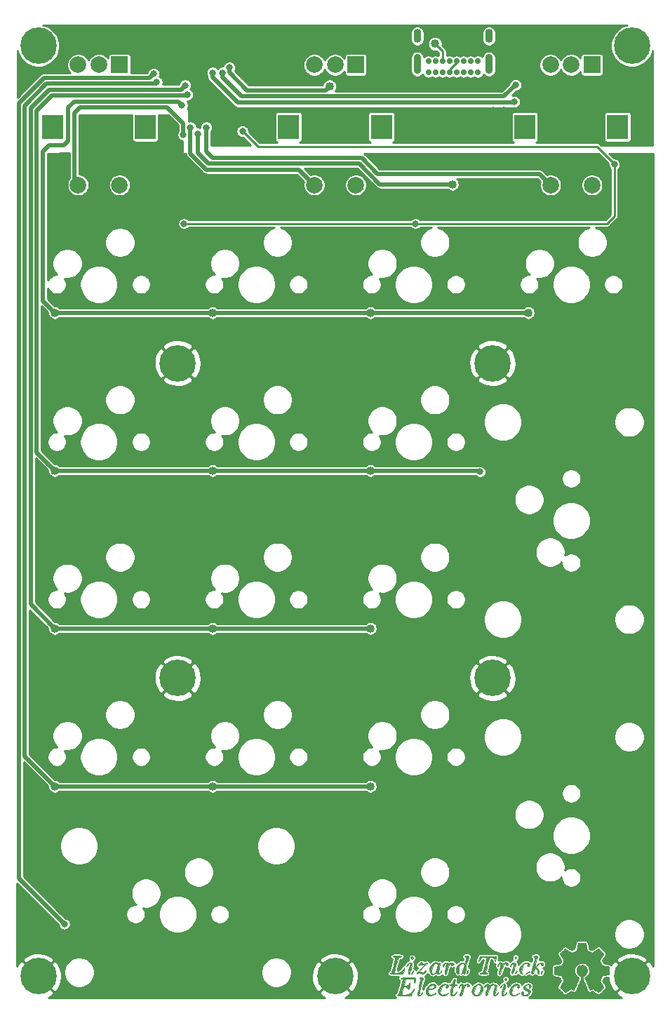
<source format=gbr>
%TF.GenerationSoftware,KiCad,Pcbnew,(5.1.6)-1*%
%TF.CreationDate,2020-11-22T11:15:34-08:00*%
%TF.ProjectId,tenkey_plusplus,74656e6b-6579-45f7-906c-7573706c7573,1*%
%TF.SameCoordinates,Original*%
%TF.FileFunction,Copper,L1,Top*%
%TF.FilePolarity,Positive*%
%FSLAX46Y46*%
G04 Gerber Fmt 4.6, Leading zero omitted, Abs format (unit mm)*
G04 Created by KiCad (PCBNEW (5.1.6)-1) date 2020-11-22 11:15:34*
%MOMM*%
%LPD*%
G01*
G04 APERTURE LIST*
%TA.AperFunction,EtchedComponent*%
%ADD10C,0.010000*%
%TD*%
%TA.AperFunction,ComponentPad*%
%ADD11C,4.400000*%
%TD*%
%TA.AperFunction,ComponentPad*%
%ADD12R,2.000000X2.000000*%
%TD*%
%TA.AperFunction,ComponentPad*%
%ADD13C,2.000000*%
%TD*%
%TA.AperFunction,ComponentPad*%
%ADD14R,2.500000X3.000000*%
%TD*%
%TA.AperFunction,ComponentPad*%
%ADD15O,0.900000X1.700000*%
%TD*%
%TA.AperFunction,ComponentPad*%
%ADD16O,0.900000X2.400000*%
%TD*%
%TA.AperFunction,ComponentPad*%
%ADD17C,0.700000*%
%TD*%
%TA.AperFunction,ViaPad*%
%ADD18C,1.016000*%
%TD*%
%TA.AperFunction,ViaPad*%
%ADD19C,0.800000*%
%TD*%
%TA.AperFunction,ViaPad*%
%ADD20C,0.800100*%
%TD*%
%TA.AperFunction,Conductor*%
%ADD21C,0.508000*%
%TD*%
%TA.AperFunction,Conductor*%
%ADD22C,0.254000*%
%TD*%
G04 APERTURE END LIST*
D10*
%TO.C,LOGO1*%
G36*
X132117411Y-159430439D02*
G01*
X132117161Y-159558157D01*
X132049195Y-159660736D01*
X131940456Y-159650118D01*
X131917199Y-159623399D01*
X131905865Y-159482524D01*
X131997962Y-159378429D01*
X132048342Y-159368018D01*
X132117411Y-159430439D01*
G37*
X132117411Y-159430439D02*
X132117161Y-159558157D01*
X132049195Y-159660736D01*
X131940456Y-159650118D01*
X131917199Y-159623399D01*
X131905865Y-159482524D01*
X131997962Y-159378429D01*
X132048342Y-159368018D01*
X132117411Y-159430439D01*
G36*
X119583676Y-159409348D02*
G01*
X119606901Y-159428374D01*
X119654305Y-159561885D01*
X119592551Y-159679902D01*
X119512679Y-159706685D01*
X119404090Y-159645011D01*
X119381119Y-159614641D01*
X119371229Y-159485518D01*
X119460808Y-159398888D01*
X119583676Y-159409348D01*
G37*
X119583676Y-159409348D02*
X119606901Y-159428374D01*
X119654305Y-159561885D01*
X119592551Y-159679902D01*
X119512679Y-159706685D01*
X119404090Y-159645011D01*
X119381119Y-159614641D01*
X119371229Y-159485518D01*
X119460808Y-159398888D01*
X119583676Y-159409348D01*
G36*
X135233938Y-160109064D02*
G01*
X135333774Y-160225548D01*
X135345345Y-160314618D01*
X135298058Y-160441439D01*
X135197179Y-160448698D01*
X135082294Y-160374970D01*
X135070179Y-160315490D01*
X135053101Y-160222020D01*
X134948744Y-160252830D01*
X134776893Y-160401014D01*
X134752679Y-160426352D01*
X134595111Y-160569997D01*
X134476717Y-160637317D01*
X134469161Y-160638018D01*
X134463329Y-160585455D01*
X134555543Y-160455286D01*
X134589753Y-160417092D01*
X134831728Y-160208932D01*
X135056523Y-160104890D01*
X135233938Y-160109064D01*
G37*
X135233938Y-160109064D02*
X135333774Y-160225548D01*
X135345345Y-160314618D01*
X135298058Y-160441439D01*
X135197179Y-160448698D01*
X135082294Y-160374970D01*
X135070179Y-160315490D01*
X135053101Y-160222020D01*
X134948744Y-160252830D01*
X134776893Y-160401014D01*
X134752679Y-160426352D01*
X134595111Y-160569997D01*
X134476717Y-160637317D01*
X134469161Y-160638018D01*
X134463329Y-160585455D01*
X134555543Y-160455286D01*
X134589753Y-160417092D01*
X134831728Y-160208932D01*
X135056523Y-160104890D01*
X135233938Y-160109064D01*
G36*
X135249788Y-161203057D02*
G01*
X135198229Y-161357300D01*
X135120131Y-161470667D01*
X135087455Y-161484685D01*
X135061587Y-161419952D01*
X135106914Y-161272660D01*
X135187844Y-161130919D01*
X135239829Y-161096947D01*
X135249788Y-161203057D01*
G37*
X135249788Y-161203057D02*
X135198229Y-161357300D01*
X135120131Y-161470667D01*
X135087455Y-161484685D01*
X135061587Y-161419952D01*
X135106914Y-161272660D01*
X135187844Y-161130919D01*
X135239829Y-161096947D01*
X135249788Y-161203057D01*
G36*
X134598621Y-159302673D02*
G01*
X134646822Y-159376987D01*
X134636423Y-159431518D01*
X134590144Y-159602473D01*
X134524788Y-159856544D01*
X134498679Y-159960685D01*
X134432183Y-160223261D01*
X134377052Y-160432832D01*
X134362960Y-160483468D01*
X134401927Y-160631147D01*
X134557143Y-160737959D01*
X134741695Y-160881312D01*
X134834866Y-161118069D01*
X134843827Y-161167676D01*
X134862146Y-161387244D01*
X134817477Y-161477782D01*
X134781684Y-161484685D01*
X134684653Y-161411924D01*
X134649980Y-161229122D01*
X134660956Y-161115939D01*
X134616010Y-160979060D01*
X134487505Y-160851548D01*
X134368754Y-160807352D01*
X134286285Y-160883004D01*
X134216655Y-161074902D01*
X134202345Y-161146018D01*
X134128889Y-161394947D01*
X134021330Y-161484513D01*
X134015695Y-161484685D01*
X133923312Y-161428384D01*
X133930778Y-161314457D01*
X134096388Y-160662362D01*
X134211944Y-160162167D01*
X134279139Y-159804538D01*
X134299668Y-159580144D01*
X134275222Y-159479651D01*
X134264827Y-159473512D01*
X134160215Y-159401930D01*
X134197928Y-159329591D01*
X134353726Y-159286250D01*
X134419717Y-159283352D01*
X134598621Y-159302673D01*
G37*
X134598621Y-159302673D02*
X134646822Y-159376987D01*
X134636423Y-159431518D01*
X134590144Y-159602473D01*
X134524788Y-159856544D01*
X134498679Y-159960685D01*
X134432183Y-160223261D01*
X134377052Y-160432832D01*
X134362960Y-160483468D01*
X134401927Y-160631147D01*
X134557143Y-160737959D01*
X134741695Y-160881312D01*
X134834866Y-161118069D01*
X134843827Y-161167676D01*
X134862146Y-161387244D01*
X134817477Y-161477782D01*
X134781684Y-161484685D01*
X134684653Y-161411924D01*
X134649980Y-161229122D01*
X134660956Y-161115939D01*
X134616010Y-160979060D01*
X134487505Y-160851548D01*
X134368754Y-160807352D01*
X134286285Y-160883004D01*
X134216655Y-161074902D01*
X134202345Y-161146018D01*
X134128889Y-161394947D01*
X134021330Y-161484513D01*
X134015695Y-161484685D01*
X133923312Y-161428384D01*
X133930778Y-161314457D01*
X134096388Y-160662362D01*
X134211944Y-160162167D01*
X134279139Y-159804538D01*
X134299668Y-159580144D01*
X134275222Y-159479651D01*
X134264827Y-159473512D01*
X134160215Y-159401930D01*
X134197928Y-159329591D01*
X134353726Y-159286250D01*
X134419717Y-159283352D01*
X134598621Y-159302673D01*
G36*
X133693165Y-161195311D02*
G01*
X133594809Y-161304831D01*
X133579132Y-161318168D01*
X133392343Y-161436484D01*
X133240465Y-161479318D01*
X133175079Y-161459671D01*
X133268998Y-161406519D01*
X133283515Y-161400585D01*
X133451785Y-161305260D01*
X133521345Y-161236618D01*
X133644096Y-161152455D01*
X133678175Y-161148835D01*
X133693165Y-161195311D01*
G37*
X133693165Y-161195311D02*
X133594809Y-161304831D01*
X133579132Y-161318168D01*
X133392343Y-161436484D01*
X133240465Y-161479318D01*
X133175079Y-161459671D01*
X133268998Y-161406519D01*
X133283515Y-161400585D01*
X133451785Y-161305260D01*
X133521345Y-161236618D01*
X133644096Y-161152455D01*
X133678175Y-161148835D01*
X133693165Y-161195311D01*
G36*
X133528814Y-160144297D02*
G01*
X133680182Y-160247480D01*
X133736172Y-160374868D01*
X133671026Y-160489983D01*
X133606027Y-160524135D01*
X133453058Y-160538888D01*
X133420309Y-160449069D01*
X133480980Y-160343731D01*
X133531430Y-160255325D01*
X133461170Y-160219897D01*
X133319573Y-160214685D01*
X133142375Y-160235745D01*
X133022009Y-160327057D01*
X132907832Y-160530815D01*
X132887732Y-160574518D01*
X132752364Y-160947569D01*
X132735932Y-161216655D01*
X132822279Y-161383085D01*
X132872509Y-161465338D01*
X132782924Y-161484685D01*
X132632866Y-161417112D01*
X132554324Y-161320918D01*
X132468700Y-161009108D01*
X132547786Y-160693389D01*
X132750040Y-160410997D01*
X132978780Y-160201384D01*
X133189781Y-160111655D01*
X133307822Y-160101796D01*
X133528814Y-160144297D01*
G37*
X133528814Y-160144297D02*
X133680182Y-160247480D01*
X133736172Y-160374868D01*
X133671026Y-160489983D01*
X133606027Y-160524135D01*
X133453058Y-160538888D01*
X133420309Y-160449069D01*
X133480980Y-160343731D01*
X133531430Y-160255325D01*
X133461170Y-160219897D01*
X133319573Y-160214685D01*
X133142375Y-160235745D01*
X133022009Y-160327057D01*
X132907832Y-160530815D01*
X132887732Y-160574518D01*
X132752364Y-160947569D01*
X132735932Y-161216655D01*
X132822279Y-161383085D01*
X132872509Y-161465338D01*
X132782924Y-161484685D01*
X132632866Y-161417112D01*
X132554324Y-161320918D01*
X132468700Y-161009108D01*
X132547786Y-160693389D01*
X132750040Y-160410997D01*
X132978780Y-160201384D01*
X133189781Y-160111655D01*
X133307822Y-160101796D01*
X133528814Y-160144297D01*
G36*
X132170175Y-161118366D02*
G01*
X132119171Y-161245227D01*
X132031418Y-161377406D01*
X131966140Y-161437740D01*
X131941050Y-161408801D01*
X131987762Y-161273783D01*
X132081057Y-161118643D01*
X132152157Y-161062012D01*
X132170175Y-161118366D01*
G37*
X132170175Y-161118366D02*
X132119171Y-161245227D01*
X132031418Y-161377406D01*
X131966140Y-161437740D01*
X131941050Y-161408801D01*
X131987762Y-161273783D01*
X132081057Y-161118643D01*
X132152157Y-161062012D01*
X132170175Y-161118366D01*
G36*
X131841340Y-160113934D02*
G01*
X131875952Y-160131057D01*
X131971639Y-160184772D01*
X132021175Y-160243862D01*
X132023670Y-160345448D01*
X131978233Y-160526653D01*
X131883976Y-160824597D01*
X131857347Y-160907178D01*
X131736694Y-161243012D01*
X131639942Y-161433704D01*
X131572121Y-161473580D01*
X131538261Y-161356968D01*
X131535345Y-161270299D01*
X131568372Y-161047425D01*
X131649199Y-160784570D01*
X131662345Y-160751959D01*
X131745473Y-160522630D01*
X131787930Y-160346096D01*
X131789345Y-160324289D01*
X131746739Y-160233352D01*
X131645068Y-160261568D01*
X131523553Y-160390202D01*
X131473093Y-160475371D01*
X131398025Y-160598037D01*
X131368969Y-160569108D01*
X131367260Y-160532185D01*
X131423033Y-160365591D01*
X131537286Y-160212744D01*
X131693906Y-160098182D01*
X131841340Y-160113934D01*
G37*
X131841340Y-160113934D02*
X131875952Y-160131057D01*
X131971639Y-160184772D01*
X132021175Y-160243862D01*
X132023670Y-160345448D01*
X131978233Y-160526653D01*
X131883976Y-160824597D01*
X131857347Y-160907178D01*
X131736694Y-161243012D01*
X131639942Y-161433704D01*
X131572121Y-161473580D01*
X131538261Y-161356968D01*
X131535345Y-161270299D01*
X131568372Y-161047425D01*
X131649199Y-160784570D01*
X131662345Y-160751959D01*
X131745473Y-160522630D01*
X131787930Y-160346096D01*
X131789345Y-160324289D01*
X131746739Y-160233352D01*
X131645068Y-160261568D01*
X131523553Y-160390202D01*
X131473093Y-160475371D01*
X131398025Y-160598037D01*
X131368969Y-160569108D01*
X131367260Y-160532185D01*
X131423033Y-160365591D01*
X131537286Y-160212744D01*
X131693906Y-160098182D01*
X131841340Y-160113934D01*
G36*
X129640929Y-159632602D02*
G01*
X129600123Y-159848336D01*
X129576866Y-159992435D01*
X129557519Y-159984286D01*
X129523387Y-159845256D01*
X129513366Y-159791352D01*
X129460296Y-159592563D01*
X129356810Y-159502615D01*
X129148078Y-159469013D01*
X129023713Y-159456045D01*
X128934257Y-159457549D01*
X128866692Y-159497702D01*
X128808001Y-159600679D01*
X128745164Y-159790656D01*
X128665163Y-160091809D01*
X128554981Y-160528312D01*
X128534805Y-160607906D01*
X128448616Y-160969523D01*
X128413724Y-161200946D01*
X128432407Y-161334062D01*
X128506942Y-161400761D01*
X128593179Y-161424933D01*
X128608544Y-161441840D01*
X128480889Y-161454318D01*
X128236508Y-161460264D01*
X128148679Y-161460469D01*
X127882719Y-161455884D01*
X127732941Y-161444701D01*
X127722335Y-161429053D01*
X127751091Y-161423600D01*
X127970355Y-161327159D01*
X128066611Y-161203453D01*
X128122001Y-161039296D01*
X128199104Y-160770019D01*
X128285704Y-160443789D01*
X128369588Y-160108771D01*
X128438540Y-159813130D01*
X128480345Y-159605034D01*
X128487345Y-159544412D01*
X128412889Y-159484023D01*
X128229583Y-159453567D01*
X128188156Y-159452685D01*
X127973882Y-159477867D01*
X127827121Y-159582830D01*
X127711994Y-159752633D01*
X127576098Y-159957641D01*
X127507558Y-160009123D01*
X127513546Y-159911831D01*
X127598370Y-159677351D01*
X127727618Y-159368018D01*
X129693845Y-159368018D01*
X129640929Y-159632602D01*
G37*
X129640929Y-159632602D02*
X129600123Y-159848336D01*
X129576866Y-159992435D01*
X129557519Y-159984286D01*
X129523387Y-159845256D01*
X129513366Y-159791352D01*
X129460296Y-159592563D01*
X129356810Y-159502615D01*
X129148078Y-159469013D01*
X129023713Y-159456045D01*
X128934257Y-159457549D01*
X128866692Y-159497702D01*
X128808001Y-159600679D01*
X128745164Y-159790656D01*
X128665163Y-160091809D01*
X128554981Y-160528312D01*
X128534805Y-160607906D01*
X128448616Y-160969523D01*
X128413724Y-161200946D01*
X128432407Y-161334062D01*
X128506942Y-161400761D01*
X128593179Y-161424933D01*
X128608544Y-161441840D01*
X128480889Y-161454318D01*
X128236508Y-161460264D01*
X128148679Y-161460469D01*
X127882719Y-161455884D01*
X127732941Y-161444701D01*
X127722335Y-161429053D01*
X127751091Y-161423600D01*
X127970355Y-161327159D01*
X128066611Y-161203453D01*
X128122001Y-161039296D01*
X128199104Y-160770019D01*
X128285704Y-160443789D01*
X128369588Y-160108771D01*
X128438540Y-159813130D01*
X128480345Y-159605034D01*
X128487345Y-159544412D01*
X128412889Y-159484023D01*
X128229583Y-159453567D01*
X128188156Y-159452685D01*
X127973882Y-159477867D01*
X127827121Y-159582830D01*
X127711994Y-159752633D01*
X127576098Y-159957641D01*
X127507558Y-160009123D01*
X127513546Y-159911831D01*
X127598370Y-159677351D01*
X127727618Y-159368018D01*
X129693845Y-159368018D01*
X129640929Y-159632602D01*
G36*
X126285960Y-161078388D02*
G01*
X126286012Y-161087503D01*
X126237835Y-161237464D01*
X126160175Y-161362669D01*
X126081808Y-161456475D01*
X126071744Y-161427192D01*
X126124460Y-161256844D01*
X126126124Y-161251852D01*
X126208998Y-161041849D01*
X126264550Y-160981691D01*
X126285960Y-161078388D01*
G37*
X126285960Y-161078388D02*
X126286012Y-161087503D01*
X126237835Y-161237464D01*
X126160175Y-161362669D01*
X126081808Y-161456475D01*
X126071744Y-161427192D01*
X126124460Y-161256844D01*
X126126124Y-161251852D01*
X126208998Y-161041849D01*
X126264550Y-160981691D01*
X126285960Y-161078388D01*
G36*
X126301054Y-159302489D02*
G01*
X126348904Y-159376313D01*
X126338027Y-159431518D01*
X126240930Y-159779385D01*
X126143006Y-160166247D01*
X126052281Y-160555330D01*
X125976779Y-160909862D01*
X125924528Y-161193069D01*
X125903552Y-161368180D01*
X125907508Y-161404058D01*
X125885973Y-161473180D01*
X125825342Y-161484685D01*
X125709647Y-161431846D01*
X125693345Y-161383085D01*
X125668355Y-161324180D01*
X125591745Y-161383085D01*
X125457699Y-161472674D01*
X125406230Y-161484685D01*
X125394941Y-161445400D01*
X125467702Y-161378375D01*
X125570421Y-161235970D01*
X125674869Y-160991514D01*
X125760401Y-160710803D01*
X125806372Y-160459635D01*
X125799619Y-160320518D01*
X125696149Y-160224996D01*
X125524643Y-160240169D01*
X125338089Y-160358296D01*
X125304301Y-160392859D01*
X125193600Y-160587390D01*
X125146649Y-160878745D01*
X125143012Y-161027609D01*
X125135896Y-161313025D01*
X125106709Y-161450883D01*
X125043697Y-161462644D01*
X124948279Y-161383085D01*
X124861246Y-161192631D01*
X124852517Y-160921880D01*
X124916556Y-160637654D01*
X125027131Y-160431447D01*
X125246712Y-160220385D01*
X125479231Y-160103255D01*
X125679190Y-160099188D01*
X125738439Y-160132310D01*
X125832587Y-160180418D01*
X125900432Y-160121141D01*
X125958873Y-159930247D01*
X125991415Y-159769540D01*
X126012905Y-159535293D01*
X125960854Y-159452839D01*
X125956768Y-159452685D01*
X125867107Y-159393635D01*
X125862679Y-159368018D01*
X125936379Y-159309078D01*
X126114503Y-159283390D01*
X126122384Y-159283352D01*
X126301054Y-159302489D01*
G37*
X126301054Y-159302489D02*
X126348904Y-159376313D01*
X126338027Y-159431518D01*
X126240930Y-159779385D01*
X126143006Y-160166247D01*
X126052281Y-160555330D01*
X125976779Y-160909862D01*
X125924528Y-161193069D01*
X125903552Y-161368180D01*
X125907508Y-161404058D01*
X125885973Y-161473180D01*
X125825342Y-161484685D01*
X125709647Y-161431846D01*
X125693345Y-161383085D01*
X125668355Y-161324180D01*
X125591745Y-161383085D01*
X125457699Y-161472674D01*
X125406230Y-161484685D01*
X125394941Y-161445400D01*
X125467702Y-161378375D01*
X125570421Y-161235970D01*
X125674869Y-160991514D01*
X125760401Y-160710803D01*
X125806372Y-160459635D01*
X125799619Y-160320518D01*
X125696149Y-160224996D01*
X125524643Y-160240169D01*
X125338089Y-160358296D01*
X125304301Y-160392859D01*
X125193600Y-160587390D01*
X125146649Y-160878745D01*
X125143012Y-161027609D01*
X125135896Y-161313025D01*
X125106709Y-161450883D01*
X125043697Y-161462644D01*
X124948279Y-161383085D01*
X124861246Y-161192631D01*
X124852517Y-160921880D01*
X124916556Y-160637654D01*
X125027131Y-160431447D01*
X125246712Y-160220385D01*
X125479231Y-160103255D01*
X125679190Y-160099188D01*
X125738439Y-160132310D01*
X125832587Y-160180418D01*
X125900432Y-160121141D01*
X125958873Y-159930247D01*
X125991415Y-159769540D01*
X126012905Y-159535293D01*
X125960854Y-159452839D01*
X125956768Y-159452685D01*
X125867107Y-159393635D01*
X125862679Y-159368018D01*
X125936379Y-159309078D01*
X126114503Y-159283390D01*
X126122384Y-159283352D01*
X126301054Y-159302489D01*
G36*
X120774752Y-160136985D02*
G01*
X120823985Y-160183420D01*
X120966228Y-160279673D01*
X121112085Y-160239833D01*
X121129010Y-160229547D01*
X121292114Y-160140355D01*
X121333566Y-160153611D01*
X121251844Y-160271980D01*
X121045423Y-160498127D01*
X120876167Y-160671450D01*
X120339548Y-161212882D01*
X120609133Y-161272093D01*
X120858454Y-161284425D01*
X121042365Y-161183205D01*
X121170742Y-161090986D01*
X121199303Y-161133322D01*
X121126009Y-161306518D01*
X121118366Y-161320918D01*
X120970134Y-161442741D01*
X120749310Y-161485524D01*
X120537456Y-161440300D01*
X120470035Y-161392175D01*
X120340121Y-161344577D01*
X120192693Y-161398583D01*
X120064492Y-161457393D01*
X120056573Y-161411705D01*
X120096689Y-161331526D01*
X120206054Y-161192587D01*
X120403631Y-160994071D01*
X120622732Y-160799493D01*
X121059947Y-160433436D01*
X120823812Y-160370283D01*
X120581240Y-160353106D01*
X120421381Y-160396130D01*
X120303165Y-160432174D01*
X120286826Y-160378940D01*
X120360302Y-160272416D01*
X120502311Y-160154638D01*
X120653490Y-160083396D01*
X120774752Y-160136985D01*
G37*
X120774752Y-160136985D02*
X120823985Y-160183420D01*
X120966228Y-160279673D01*
X121112085Y-160239833D01*
X121129010Y-160229547D01*
X121292114Y-160140355D01*
X121333566Y-160153611D01*
X121251844Y-160271980D01*
X121045423Y-160498127D01*
X120876167Y-160671450D01*
X120339548Y-161212882D01*
X120609133Y-161272093D01*
X120858454Y-161284425D01*
X121042365Y-161183205D01*
X121170742Y-161090986D01*
X121199303Y-161133322D01*
X121126009Y-161306518D01*
X121118366Y-161320918D01*
X120970134Y-161442741D01*
X120749310Y-161485524D01*
X120537456Y-161440300D01*
X120470035Y-161392175D01*
X120340121Y-161344577D01*
X120192693Y-161398583D01*
X120064492Y-161457393D01*
X120056573Y-161411705D01*
X120096689Y-161331526D01*
X120206054Y-161192587D01*
X120403631Y-160994071D01*
X120622732Y-160799493D01*
X121059947Y-160433436D01*
X120823812Y-160370283D01*
X120581240Y-160353106D01*
X120421381Y-160396130D01*
X120303165Y-160432174D01*
X120286826Y-160378940D01*
X120360302Y-160272416D01*
X120502311Y-160154638D01*
X120653490Y-160083396D01*
X120774752Y-160136985D01*
G36*
X119667705Y-161104726D02*
G01*
X119659895Y-161194888D01*
X119581910Y-161335239D01*
X119480609Y-161453589D01*
X119421080Y-161484685D01*
X119404291Y-161428063D01*
X119480533Y-161290828D01*
X119487559Y-161281310D01*
X119602398Y-161146360D01*
X119667301Y-161104373D01*
X119667705Y-161104726D01*
G37*
X119667705Y-161104726D02*
X119659895Y-161194888D01*
X119581910Y-161335239D01*
X119480609Y-161453589D01*
X119421080Y-161484685D01*
X119404291Y-161428063D01*
X119480533Y-161290828D01*
X119487559Y-161281310D01*
X119602398Y-161146360D01*
X119667301Y-161104373D01*
X119667705Y-161104726D01*
G36*
X119486594Y-160223961D02*
G01*
X119500059Y-160447942D01*
X119427112Y-160755067D01*
X119385679Y-160862744D01*
X119301758Y-161103502D01*
X119259784Y-161302102D01*
X119258679Y-161325691D01*
X119210957Y-161460895D01*
X119112392Y-161469567D01*
X119042477Y-161376397D01*
X119046528Y-161243657D01*
X119099018Y-161008075D01*
X119172134Y-160770476D01*
X119272487Y-160478050D01*
X119322861Y-160311385D01*
X119326053Y-160235342D01*
X119284857Y-160214783D01*
X119216345Y-160214685D01*
X119103555Y-160251787D01*
X119089345Y-160283169D01*
X119051913Y-160392942D01*
X118968625Y-160511757D01*
X118882991Y-160589838D01*
X118838523Y-160577408D01*
X118838038Y-160570670D01*
X118891766Y-160440524D01*
X119026282Y-160270388D01*
X119042310Y-160254023D01*
X119246261Y-160106688D01*
X119398175Y-160103438D01*
X119486594Y-160223961D01*
G37*
X119486594Y-160223961D02*
X119500059Y-160447942D01*
X119427112Y-160755067D01*
X119385679Y-160862744D01*
X119301758Y-161103502D01*
X119259784Y-161302102D01*
X119258679Y-161325691D01*
X119210957Y-161460895D01*
X119112392Y-161469567D01*
X119042477Y-161376397D01*
X119046528Y-161243657D01*
X119099018Y-161008075D01*
X119172134Y-160770476D01*
X119272487Y-160478050D01*
X119322861Y-160311385D01*
X119326053Y-160235342D01*
X119284857Y-160214783D01*
X119216345Y-160214685D01*
X119103555Y-160251787D01*
X119089345Y-160283169D01*
X119051913Y-160392942D01*
X118968625Y-160511757D01*
X118882991Y-160589838D01*
X118838523Y-160577408D01*
X118838038Y-160570670D01*
X118891766Y-160440524D01*
X119026282Y-160270388D01*
X119042310Y-160254023D01*
X119246261Y-160106688D01*
X119398175Y-160103438D01*
X119486594Y-160223961D01*
G36*
X118005268Y-159296205D02*
G01*
X118188719Y-159329782D01*
X118242679Y-159368018D01*
X118170516Y-159432701D01*
X118040287Y-159452685D01*
X117936471Y-159468729D01*
X117857246Y-159538333D01*
X117784450Y-159693701D01*
X117699922Y-159967040D01*
X117652203Y-160140873D01*
X117558729Y-160500941D01*
X117478575Y-160834161D01*
X117426380Y-161079096D01*
X117420183Y-161114539D01*
X117400584Y-161306958D01*
X117454136Y-161384981D01*
X117619498Y-161399999D01*
X117634950Y-161400018D01*
X118016715Y-161336365D01*
X118302094Y-161155076D01*
X118431326Y-160963711D01*
X118533809Y-160770547D01*
X118592760Y-160729649D01*
X118599027Y-160827477D01*
X118543461Y-161050491D01*
X118525914Y-161103685D01*
X118396094Y-161484685D01*
X117536220Y-161473155D01*
X117201108Y-161465340D01*
X116962242Y-161453149D01*
X116845831Y-161438397D01*
X116857566Y-161426149D01*
X116945686Y-161386326D01*
X117021628Y-161286159D01*
X117098043Y-161096800D01*
X117187579Y-160789398D01*
X117259733Y-160508923D01*
X117367030Y-160076528D01*
X117434875Y-159781849D01*
X117465613Y-159598504D01*
X117461592Y-159500116D01*
X117425158Y-159460306D01*
X117358657Y-159452694D01*
X117353679Y-159452685D01*
X117241007Y-159406967D01*
X117226679Y-159368018D01*
X117303798Y-159322920D01*
X117505261Y-159292345D01*
X117734679Y-159283352D01*
X118005268Y-159296205D01*
G37*
X118005268Y-159296205D02*
X118188719Y-159329782D01*
X118242679Y-159368018D01*
X118170516Y-159432701D01*
X118040287Y-159452685D01*
X117936471Y-159468729D01*
X117857246Y-159538333D01*
X117784450Y-159693701D01*
X117699922Y-159967040D01*
X117652203Y-160140873D01*
X117558729Y-160500941D01*
X117478575Y-160834161D01*
X117426380Y-161079096D01*
X117420183Y-161114539D01*
X117400584Y-161306958D01*
X117454136Y-161384981D01*
X117619498Y-161399999D01*
X117634950Y-161400018D01*
X118016715Y-161336365D01*
X118302094Y-161155076D01*
X118431326Y-160963711D01*
X118533809Y-160770547D01*
X118592760Y-160729649D01*
X118599027Y-160827477D01*
X118543461Y-161050491D01*
X118525914Y-161103685D01*
X118396094Y-161484685D01*
X117536220Y-161473155D01*
X117201108Y-161465340D01*
X116962242Y-161453149D01*
X116845831Y-161438397D01*
X116857566Y-161426149D01*
X116945686Y-161386326D01*
X117021628Y-161286159D01*
X117098043Y-161096800D01*
X117187579Y-160789398D01*
X117259733Y-160508923D01*
X117367030Y-160076528D01*
X117434875Y-159781849D01*
X117465613Y-159598504D01*
X117461592Y-159500116D01*
X117425158Y-159460306D01*
X117358657Y-159452694D01*
X117353679Y-159452685D01*
X117241007Y-159406967D01*
X117226679Y-159368018D01*
X117303798Y-159322920D01*
X117505261Y-159292345D01*
X117734679Y-159283352D01*
X118005268Y-159296205D01*
G36*
X130961658Y-160111719D02*
G01*
X130985039Y-160130040D01*
X131093763Y-160273191D01*
X131100005Y-160399085D01*
X131007362Y-160453644D01*
X130963845Y-160448698D01*
X130848961Y-160374970D01*
X130836845Y-160315490D01*
X130789050Y-160227333D01*
X130729642Y-160214685D01*
X130602908Y-160294821D01*
X130468007Y-160519534D01*
X130337001Y-160865279D01*
X130265222Y-161121277D01*
X130171011Y-161408857D01*
X130073550Y-161539040D01*
X129989830Y-161519615D01*
X129984659Y-161419445D01*
X130019612Y-161210236D01*
X130061683Y-161035083D01*
X130149543Y-160643665D01*
X130175695Y-160369884D01*
X130139326Y-160229814D01*
X130103067Y-160214685D01*
X130021762Y-160285258D01*
X129940418Y-160447518D01*
X129880899Y-160593753D01*
X129855490Y-160587726D01*
X129848696Y-160495899D01*
X129901190Y-160287337D01*
X129978548Y-160174910D01*
X130102157Y-160085790D01*
X130230485Y-160116631D01*
X130296865Y-160157481D01*
X130456167Y-160232088D01*
X130601260Y-160192469D01*
X130668355Y-160150625D01*
X130834344Y-160071712D01*
X130961658Y-160111719D01*
G37*
X130961658Y-160111719D02*
X130985039Y-160130040D01*
X131093763Y-160273191D01*
X131100005Y-160399085D01*
X131007362Y-160453644D01*
X130963845Y-160448698D01*
X130848961Y-160374970D01*
X130836845Y-160315490D01*
X130789050Y-160227333D01*
X130729642Y-160214685D01*
X130602908Y-160294821D01*
X130468007Y-160519534D01*
X130337001Y-160865279D01*
X130265222Y-161121277D01*
X130171011Y-161408857D01*
X130073550Y-161539040D01*
X129989830Y-161519615D01*
X129984659Y-161419445D01*
X130019612Y-161210236D01*
X130061683Y-161035083D01*
X130149543Y-160643665D01*
X130175695Y-160369884D01*
X130139326Y-160229814D01*
X130103067Y-160214685D01*
X130021762Y-160285258D01*
X129940418Y-160447518D01*
X129880899Y-160593753D01*
X129855490Y-160587726D01*
X129848696Y-160495899D01*
X129901190Y-160287337D01*
X129978548Y-160174910D01*
X130102157Y-160085790D01*
X130230485Y-160116631D01*
X130296865Y-160157481D01*
X130456167Y-160232088D01*
X130601260Y-160192469D01*
X130668355Y-160150625D01*
X130834344Y-160071712D01*
X130961658Y-160111719D01*
G36*
X124442858Y-160140461D02*
G01*
X124561549Y-160263528D01*
X124528540Y-160387231D01*
X124382809Y-160456105D01*
X124272810Y-160444172D01*
X124281334Y-160350272D01*
X124284422Y-160236895D01*
X124199730Y-160217753D01*
X124074262Y-160284579D01*
X123969159Y-160405185D01*
X123880966Y-160598051D01*
X123789233Y-160877361D01*
X123747033Y-161040446D01*
X123653452Y-161369000D01*
X123563221Y-161528880D01*
X123475934Y-161520704D01*
X123452419Y-161489120D01*
X123445126Y-161368541D01*
X123478116Y-161139387D01*
X123531236Y-160904018D01*
X123600434Y-160622536D01*
X123647624Y-160402969D01*
X123661345Y-160308297D01*
X123622035Y-160215515D01*
X123531933Y-160243586D01*
X123432778Y-160371548D01*
X123402881Y-160438094D01*
X123329601Y-160584652D01*
X123275607Y-160619169D01*
X123265423Y-160507116D01*
X123330035Y-160335835D01*
X123435215Y-160175661D01*
X123527229Y-160102131D01*
X123692528Y-160112579D01*
X123762855Y-160161165D01*
X123871234Y-160227811D01*
X124021623Y-160189030D01*
X124074186Y-160162976D01*
X124304741Y-160100154D01*
X124442858Y-160140461D01*
G37*
X124442858Y-160140461D02*
X124561549Y-160263528D01*
X124528540Y-160387231D01*
X124382809Y-160456105D01*
X124272810Y-160444172D01*
X124281334Y-160350272D01*
X124284422Y-160236895D01*
X124199730Y-160217753D01*
X124074262Y-160284579D01*
X123969159Y-160405185D01*
X123880966Y-160598051D01*
X123789233Y-160877361D01*
X123747033Y-161040446D01*
X123653452Y-161369000D01*
X123563221Y-161528880D01*
X123475934Y-161520704D01*
X123452419Y-161489120D01*
X123445126Y-161368541D01*
X123478116Y-161139387D01*
X123531236Y-160904018D01*
X123600434Y-160622536D01*
X123647624Y-160402969D01*
X123661345Y-160308297D01*
X123622035Y-160215515D01*
X123531933Y-160243586D01*
X123432778Y-160371548D01*
X123402881Y-160438094D01*
X123329601Y-160584652D01*
X123275607Y-160619169D01*
X123265423Y-160507116D01*
X123330035Y-160335835D01*
X123435215Y-160175661D01*
X123527229Y-160102131D01*
X123692528Y-160112579D01*
X123762855Y-160161165D01*
X123871234Y-160227811D01*
X124021623Y-160189030D01*
X124074186Y-160162976D01*
X124304741Y-160100154D01*
X124442858Y-160140461D01*
G36*
X122517912Y-160129659D02*
G01*
X122681558Y-160179276D01*
X122761614Y-160164754D01*
X122850100Y-160147316D01*
X122889315Y-160199276D01*
X122879470Y-160346736D01*
X122820778Y-160615798D01*
X122767019Y-160827905D01*
X122695244Y-161167175D01*
X122693449Y-161368334D01*
X122722551Y-161426424D01*
X122809142Y-161432216D01*
X122910716Y-161280391D01*
X122936229Y-161224316D01*
X123015257Y-161074211D01*
X123061084Y-161048725D01*
X123065364Y-161073138D01*
X123012544Y-161267450D01*
X122879016Y-161436249D01*
X122715777Y-161527608D01*
X122623437Y-161523140D01*
X122499219Y-161438236D01*
X122476012Y-161386159D01*
X122418523Y-161368706D01*
X122287840Y-161437551D01*
X122072272Y-161552625D01*
X121906913Y-161533065D01*
X121769467Y-161414518D01*
X121648844Y-161162885D01*
X121650658Y-161069801D01*
X121892452Y-161069801D01*
X121900190Y-161301745D01*
X121952995Y-161452893D01*
X122013254Y-161484685D01*
X122120713Y-161449058D01*
X122224730Y-161398563D01*
X122340216Y-161267269D01*
X122455828Y-161031307D01*
X122549755Y-160753917D01*
X122600185Y-160498338D01*
X122590222Y-160338884D01*
X122475833Y-160229583D01*
X122298785Y-160239874D01*
X122111990Y-160365587D01*
X122100959Y-160377447D01*
X121996703Y-160558827D01*
X121925912Y-160805887D01*
X121892452Y-161069801D01*
X121650658Y-161069801D01*
X121655023Y-160845866D01*
X121786564Y-160508651D01*
X121799034Y-160487741D01*
X121988728Y-160261632D01*
X122209419Y-160120087D01*
X122415613Y-160085766D01*
X122517912Y-160129659D01*
G37*
X122517912Y-160129659D02*
X122681558Y-160179276D01*
X122761614Y-160164754D01*
X122850100Y-160147316D01*
X122889315Y-160199276D01*
X122879470Y-160346736D01*
X122820778Y-160615798D01*
X122767019Y-160827905D01*
X122695244Y-161167175D01*
X122693449Y-161368334D01*
X122722551Y-161426424D01*
X122809142Y-161432216D01*
X122910716Y-161280391D01*
X122936229Y-161224316D01*
X123015257Y-161074211D01*
X123061084Y-161048725D01*
X123065364Y-161073138D01*
X123012544Y-161267450D01*
X122879016Y-161436249D01*
X122715777Y-161527608D01*
X122623437Y-161523140D01*
X122499219Y-161438236D01*
X122476012Y-161386159D01*
X122418523Y-161368706D01*
X122287840Y-161437551D01*
X122072272Y-161552625D01*
X121906913Y-161533065D01*
X121769467Y-161414518D01*
X121648844Y-161162885D01*
X121650658Y-161069801D01*
X121892452Y-161069801D01*
X121900190Y-161301745D01*
X121952995Y-161452893D01*
X122013254Y-161484685D01*
X122120713Y-161449058D01*
X122224730Y-161398563D01*
X122340216Y-161267269D01*
X122455828Y-161031307D01*
X122549755Y-160753917D01*
X122600185Y-160498338D01*
X122590222Y-160338884D01*
X122475833Y-160229583D01*
X122298785Y-160239874D01*
X122111990Y-160365587D01*
X122100959Y-160377447D01*
X121996703Y-160558827D01*
X121925912Y-160805887D01*
X121892452Y-161069801D01*
X121650658Y-161069801D01*
X121655023Y-160845866D01*
X121786564Y-160508651D01*
X121799034Y-160487741D01*
X121988728Y-160261632D01*
X122209419Y-160120087D01*
X122415613Y-160085766D01*
X122517912Y-160129659D01*
G36*
X130927927Y-162060458D02*
G01*
X130942679Y-162119685D01*
X130874906Y-162231933D01*
X130815679Y-162246685D01*
X130703430Y-162178912D01*
X130688679Y-162119685D01*
X130756451Y-162007436D01*
X130815679Y-161992685D01*
X130927927Y-162060458D01*
G37*
X130927927Y-162060458D02*
X130942679Y-162119685D01*
X130874906Y-162231933D01*
X130815679Y-162246685D01*
X130703430Y-162178912D01*
X130688679Y-162119685D01*
X130756451Y-162007436D01*
X130815679Y-161992685D01*
X130927927Y-162060458D01*
G36*
X133776324Y-162768047D02*
G01*
X133846506Y-162867465D01*
X133851609Y-163022552D01*
X133775885Y-163134634D01*
X133662368Y-163141931D01*
X133657367Y-163138994D01*
X133604001Y-163049398D01*
X133652358Y-162965934D01*
X133671135Y-162863969D01*
X133577655Y-162795845D01*
X133428253Y-162779570D01*
X133279265Y-162833154D01*
X133266949Y-162842723D01*
X133152789Y-163000513D01*
X133204990Y-163140526D01*
X133420948Y-163256217D01*
X133432858Y-163260214D01*
X133688675Y-163392116D01*
X133783657Y-163570012D01*
X133723700Y-163797985D01*
X133592450Y-163988781D01*
X133421520Y-164081506D01*
X133149756Y-164107876D01*
X133125824Y-164108055D01*
X132864646Y-164071302D01*
X132727620Y-163952989D01*
X132693658Y-163776116D01*
X132741575Y-163698989D01*
X132883912Y-163605282D01*
X132953021Y-163660754D01*
X132939911Y-163813018D01*
X132922342Y-163964533D01*
X133005694Y-164018937D01*
X133125465Y-164024685D01*
X133392499Y-163977008D01*
X133534617Y-163857826D01*
X133541502Y-163702911D01*
X133402838Y-163548035D01*
X133281348Y-163484127D01*
X133028862Y-163352418D01*
X132925723Y-163217186D01*
X132953701Y-163050569D01*
X132972704Y-163012375D01*
X133138207Y-162825631D01*
X133361707Y-162716957D01*
X133591611Y-162694911D01*
X133776324Y-162768047D01*
G37*
X133776324Y-162768047D02*
X133846506Y-162867465D01*
X133851609Y-163022552D01*
X133775885Y-163134634D01*
X133662368Y-163141931D01*
X133657367Y-163138994D01*
X133604001Y-163049398D01*
X133652358Y-162965934D01*
X133671135Y-162863969D01*
X133577655Y-162795845D01*
X133428253Y-162779570D01*
X133279265Y-162833154D01*
X133266949Y-162842723D01*
X133152789Y-163000513D01*
X133204990Y-163140526D01*
X133420948Y-163256217D01*
X133432858Y-163260214D01*
X133688675Y-163392116D01*
X133783657Y-163570012D01*
X133723700Y-163797985D01*
X133592450Y-163988781D01*
X133421520Y-164081506D01*
X133149756Y-164107876D01*
X133125824Y-164108055D01*
X132864646Y-164071302D01*
X132727620Y-163952989D01*
X132693658Y-163776116D01*
X132741575Y-163698989D01*
X132883912Y-163605282D01*
X132953021Y-163660754D01*
X132939911Y-163813018D01*
X132922342Y-163964533D01*
X133005694Y-164018937D01*
X133125465Y-164024685D01*
X133392499Y-163977008D01*
X133534617Y-163857826D01*
X133541502Y-163702911D01*
X133402838Y-163548035D01*
X133281348Y-163484127D01*
X133028862Y-163352418D01*
X132925723Y-163217186D01*
X132953701Y-163050569D01*
X132972704Y-163012375D01*
X133138207Y-162825631D01*
X133361707Y-162716957D01*
X133591611Y-162694911D01*
X133776324Y-162768047D01*
G36*
X132290078Y-162710236D02*
G01*
X132304545Y-162714637D01*
X132419787Y-162812403D01*
X132468215Y-162967320D01*
X132444700Y-163111722D01*
X132344110Y-163177947D01*
X132339679Y-163178018D01*
X132238155Y-163121674D01*
X132217087Y-163009650D01*
X132283528Y-162927459D01*
X132318512Y-162921444D01*
X132346606Y-162887441D01*
X132277300Y-162833198D01*
X132078802Y-162801145D01*
X131878884Y-162902225D01*
X131705329Y-163102773D01*
X131585919Y-163369126D01*
X131548437Y-163667619D01*
X131551550Y-163712576D01*
X131596538Y-163907475D01*
X131713143Y-163991345D01*
X131815984Y-164009670D01*
X132064438Y-163985096D01*
X132281651Y-163898812D01*
X132509012Y-163760635D01*
X132309132Y-163934993D01*
X132076927Y-164063868D01*
X131805957Y-164113212D01*
X131555478Y-164082358D01*
X131384749Y-163970636D01*
X131368991Y-163945584D01*
X131286118Y-163638632D01*
X131332964Y-163325839D01*
X131483155Y-163041904D01*
X131710319Y-162821525D01*
X131988084Y-162699402D01*
X132290078Y-162710236D01*
G37*
X132290078Y-162710236D02*
X132304545Y-162714637D01*
X132419787Y-162812403D01*
X132468215Y-162967320D01*
X132444700Y-163111722D01*
X132344110Y-163177947D01*
X132339679Y-163178018D01*
X132238155Y-163121674D01*
X132217087Y-163009650D01*
X132283528Y-162927459D01*
X132318512Y-162921444D01*
X132346606Y-162887441D01*
X132277300Y-162833198D01*
X132078802Y-162801145D01*
X131878884Y-162902225D01*
X131705329Y-163102773D01*
X131585919Y-163369126D01*
X131548437Y-163667619D01*
X131551550Y-163712576D01*
X131596538Y-163907475D01*
X131713143Y-163991345D01*
X131815984Y-164009670D01*
X132064438Y-163985096D01*
X132281651Y-163898812D01*
X132509012Y-163760635D01*
X132309132Y-163934993D01*
X132076927Y-164063868D01*
X131805957Y-164113212D01*
X131555478Y-164082358D01*
X131384749Y-163970636D01*
X131368991Y-163945584D01*
X131286118Y-163638632D01*
X131332964Y-163325839D01*
X131483155Y-163041904D01*
X131710319Y-162821525D01*
X131988084Y-162699402D01*
X132290078Y-162710236D01*
G36*
X130731697Y-162786190D02*
G01*
X130792844Y-162901268D01*
X130793503Y-163040390D01*
X130729367Y-163257595D01*
X130684448Y-163378856D01*
X130591908Y-163641860D01*
X130532012Y-163849574D01*
X130519388Y-163925907D01*
X130562382Y-164009442D01*
X130664513Y-163976728D01*
X130785337Y-163848475D01*
X130835597Y-163763999D01*
X130909662Y-163652101D01*
X130941423Y-163669894D01*
X130941430Y-163670418D01*
X130904564Y-163832798D01*
X130855033Y-163945584D01*
X130721492Y-164064096D01*
X130534239Y-164107678D01*
X130366360Y-164069857D01*
X130300688Y-163994664D01*
X130305035Y-163857318D01*
X130362320Y-163622885D01*
X130430302Y-163423164D01*
X130525327Y-163155796D01*
X130588410Y-162945051D01*
X130603969Y-162860518D01*
X130563270Y-162760479D01*
X130468298Y-162784440D01*
X130359939Y-162916335D01*
X130334606Y-162966352D01*
X130237345Y-163121957D01*
X130156761Y-163178018D01*
X130132659Y-163125834D01*
X130194727Y-163001627D01*
X130310206Y-162853911D01*
X130446339Y-162731203D01*
X130468031Y-162717020D01*
X130608559Y-162679716D01*
X130731697Y-162786190D01*
G37*
X130731697Y-162786190D02*
X130792844Y-162901268D01*
X130793503Y-163040390D01*
X130729367Y-163257595D01*
X130684448Y-163378856D01*
X130591908Y-163641860D01*
X130532012Y-163849574D01*
X130519388Y-163925907D01*
X130562382Y-164009442D01*
X130664513Y-163976728D01*
X130785337Y-163848475D01*
X130835597Y-163763999D01*
X130909662Y-163652101D01*
X130941423Y-163669894D01*
X130941430Y-163670418D01*
X130904564Y-163832798D01*
X130855033Y-163945584D01*
X130721492Y-164064096D01*
X130534239Y-164107678D01*
X130366360Y-164069857D01*
X130300688Y-163994664D01*
X130305035Y-163857318D01*
X130362320Y-163622885D01*
X130430302Y-163423164D01*
X130525327Y-163155796D01*
X130588410Y-162945051D01*
X130603969Y-162860518D01*
X130563270Y-162760479D01*
X130468298Y-162784440D01*
X130359939Y-162916335D01*
X130334606Y-162966352D01*
X130237345Y-163121957D01*
X130156761Y-163178018D01*
X130132659Y-163125834D01*
X130194727Y-163001627D01*
X130310206Y-162853911D01*
X130446339Y-162731203D01*
X130468031Y-162717020D01*
X130608559Y-162679716D01*
X130731697Y-162786190D01*
G36*
X129503312Y-162717099D02*
G01*
X129671236Y-162823705D01*
X129702235Y-162878920D01*
X129707117Y-163029379D01*
X129665159Y-163270150D01*
X129627824Y-163408818D01*
X129555945Y-163665240D01*
X129511335Y-163861918D01*
X129504262Y-163918852D01*
X129542679Y-164019121D01*
X129639057Y-163990734D01*
X129760690Y-163848050D01*
X129793585Y-163791852D01*
X129879147Y-163664679D01*
X129922239Y-163660017D01*
X129923289Y-163670418D01*
X129862819Y-163904872D01*
X129698516Y-164067710D01*
X129540042Y-164109352D01*
X129363580Y-164073190D01*
X129286308Y-163950429D01*
X129303102Y-163719652D01*
X129380678Y-163443309D01*
X129468636Y-163084652D01*
X129456860Y-162854860D01*
X129345754Y-162757830D01*
X129309094Y-162754685D01*
X129130482Y-162832808D01*
X128952337Y-163044281D01*
X128798616Y-163354754D01*
X128722590Y-163595570D01*
X128639036Y-163853270D01*
X128547013Y-164032089D01*
X128465411Y-164109952D01*
X128413122Y-164064782D01*
X128403683Y-163968240D01*
X128425367Y-163802300D01*
X128480013Y-163541976D01*
X128528154Y-163349056D01*
X128587437Y-163054128D01*
X128588991Y-162862055D01*
X128540218Y-162790346D01*
X128448521Y-162856509D01*
X128371331Y-162978181D01*
X128282927Y-163107910D01*
X128238399Y-163104895D01*
X128236735Y-163088367D01*
X128292820Y-162870578D01*
X128440707Y-162727296D01*
X128631378Y-162704572D01*
X128641963Y-162707681D01*
X128786413Y-162784445D01*
X128826012Y-162847009D01*
X128885436Y-162864215D01*
X129029222Y-162794718D01*
X129037062Y-162789637D01*
X129270930Y-162702926D01*
X129503312Y-162717099D01*
G37*
X129503312Y-162717099D02*
X129671236Y-162823705D01*
X129702235Y-162878920D01*
X129707117Y-163029379D01*
X129665159Y-163270150D01*
X129627824Y-163408818D01*
X129555945Y-163665240D01*
X129511335Y-163861918D01*
X129504262Y-163918852D01*
X129542679Y-164019121D01*
X129639057Y-163990734D01*
X129760690Y-163848050D01*
X129793585Y-163791852D01*
X129879147Y-163664679D01*
X129922239Y-163660017D01*
X129923289Y-163670418D01*
X129862819Y-163904872D01*
X129698516Y-164067710D01*
X129540042Y-164109352D01*
X129363580Y-164073190D01*
X129286308Y-163950429D01*
X129303102Y-163719652D01*
X129380678Y-163443309D01*
X129468636Y-163084652D01*
X129456860Y-162854860D01*
X129345754Y-162757830D01*
X129309094Y-162754685D01*
X129130482Y-162832808D01*
X128952337Y-163044281D01*
X128798616Y-163354754D01*
X128722590Y-163595570D01*
X128639036Y-163853270D01*
X128547013Y-164032089D01*
X128465411Y-164109952D01*
X128413122Y-164064782D01*
X128403683Y-163968240D01*
X128425367Y-163802300D01*
X128480013Y-163541976D01*
X128528154Y-163349056D01*
X128587437Y-163054128D01*
X128588991Y-162862055D01*
X128540218Y-162790346D01*
X128448521Y-162856509D01*
X128371331Y-162978181D01*
X128282927Y-163107910D01*
X128238399Y-163104895D01*
X128236735Y-163088367D01*
X128292820Y-162870578D01*
X128440707Y-162727296D01*
X128631378Y-162704572D01*
X128641963Y-162707681D01*
X128786413Y-162784445D01*
X128826012Y-162847009D01*
X128885436Y-162864215D01*
X129029222Y-162794718D01*
X129037062Y-162789637D01*
X129270930Y-162702926D01*
X129503312Y-162717099D01*
G36*
X127686772Y-162707794D02*
G01*
X127800464Y-162763438D01*
X127977041Y-162948679D01*
X128047354Y-163213976D01*
X128015578Y-163511017D01*
X127885888Y-163791496D01*
X127694838Y-163985724D01*
X127436243Y-164089821D01*
X127149479Y-164095455D01*
X126907506Y-164005319D01*
X126849467Y-163954518D01*
X126760704Y-163770382D01*
X126960227Y-163770382D01*
X127005008Y-163950718D01*
X127019790Y-163968240D01*
X127187009Y-164030684D01*
X127396637Y-163984942D01*
X127578841Y-163849620D01*
X127606931Y-163811797D01*
X127706089Y-163589263D01*
X127777770Y-163303200D01*
X127787792Y-163231863D01*
X127780197Y-162946237D01*
X127681254Y-162798694D01*
X127496115Y-162794023D01*
X127373377Y-162846470D01*
X127216015Y-162997536D01*
X127083114Y-163238642D01*
X126992057Y-163514640D01*
X126960227Y-163770382D01*
X126760704Y-163770382D01*
X126732210Y-163711274D01*
X126742731Y-163423240D01*
X126864473Y-163134181D01*
X127080882Y-162887861D01*
X127303617Y-162754020D01*
X127519602Y-162685776D01*
X127686772Y-162707794D01*
G37*
X127686772Y-162707794D02*
X127800464Y-162763438D01*
X127977041Y-162948679D01*
X128047354Y-163213976D01*
X128015578Y-163511017D01*
X127885888Y-163791496D01*
X127694838Y-163985724D01*
X127436243Y-164089821D01*
X127149479Y-164095455D01*
X126907506Y-164005319D01*
X126849467Y-163954518D01*
X126760704Y-163770382D01*
X126960227Y-163770382D01*
X127005008Y-163950718D01*
X127019790Y-163968240D01*
X127187009Y-164030684D01*
X127396637Y-163984942D01*
X127578841Y-163849620D01*
X127606931Y-163811797D01*
X127706089Y-163589263D01*
X127777770Y-163303200D01*
X127787792Y-163231863D01*
X127780197Y-162946237D01*
X127681254Y-162798694D01*
X127496115Y-162794023D01*
X127373377Y-162846470D01*
X127216015Y-162997536D01*
X127083114Y-163238642D01*
X126992057Y-163514640D01*
X126960227Y-163770382D01*
X126760704Y-163770382D01*
X126732210Y-163711274D01*
X126742731Y-163423240D01*
X126864473Y-163134181D01*
X127080882Y-162887861D01*
X127303617Y-162754020D01*
X127519602Y-162685776D01*
X127686772Y-162707794D01*
G36*
X125552597Y-162705091D02*
G01*
X125605472Y-162735453D01*
X125805595Y-162798727D01*
X125952493Y-162751930D01*
X126153976Y-162699016D01*
X126333748Y-162734626D01*
X126434446Y-162840070D01*
X126437834Y-162910085D01*
X126364371Y-163026231D01*
X126255898Y-163044834D01*
X126184615Y-162967951D01*
X126183890Y-162902852D01*
X126167110Y-162778500D01*
X126126535Y-162754685D01*
X126010658Y-162821326D01*
X125869380Y-162980369D01*
X125748321Y-163170498D01*
X125693097Y-163330392D01*
X125692873Y-163337603D01*
X125663304Y-163580001D01*
X125590488Y-163826255D01*
X125495961Y-164020932D01*
X125401259Y-164108602D01*
X125393032Y-164109352D01*
X125283228Y-164097507D01*
X125271017Y-164088185D01*
X125291639Y-164001912D01*
X125343910Y-163800843D01*
X125397012Y-163601352D01*
X125485225Y-163221771D01*
X125519365Y-162951444D01*
X125498640Y-162807817D01*
X125433412Y-162800685D01*
X125331231Y-162918892D01*
X125269445Y-163038515D01*
X125212215Y-163140932D01*
X125190712Y-163088367D01*
X125234349Y-162919048D01*
X125307189Y-162792034D01*
X125422739Y-162680715D01*
X125552597Y-162705091D01*
G37*
X125552597Y-162705091D02*
X125605472Y-162735453D01*
X125805595Y-162798727D01*
X125952493Y-162751930D01*
X126153976Y-162699016D01*
X126333748Y-162734626D01*
X126434446Y-162840070D01*
X126437834Y-162910085D01*
X126364371Y-163026231D01*
X126255898Y-163044834D01*
X126184615Y-162967951D01*
X126183890Y-162902852D01*
X126167110Y-162778500D01*
X126126535Y-162754685D01*
X126010658Y-162821326D01*
X125869380Y-162980369D01*
X125748321Y-163170498D01*
X125693097Y-163330392D01*
X125692873Y-163337603D01*
X125663304Y-163580001D01*
X125590488Y-163826255D01*
X125495961Y-164020932D01*
X125401259Y-164108602D01*
X125393032Y-164109352D01*
X125283228Y-164097507D01*
X125271017Y-164088185D01*
X125291639Y-164001912D01*
X125343910Y-163800843D01*
X125397012Y-163601352D01*
X125485225Y-163221771D01*
X125519365Y-162951444D01*
X125498640Y-162807817D01*
X125433412Y-162800685D01*
X125331231Y-162918892D01*
X125269445Y-163038515D01*
X125212215Y-163140932D01*
X125190712Y-163088367D01*
X125234349Y-162919048D01*
X125307189Y-162792034D01*
X125422739Y-162680715D01*
X125552597Y-162705091D01*
G36*
X124707378Y-162228552D02*
G01*
X124674491Y-162425971D01*
X124637479Y-162611717D01*
X124686459Y-162700443D01*
X124786562Y-162737548D01*
X124914580Y-162777119D01*
X124887556Y-162806230D01*
X124766863Y-162837242D01*
X124626825Y-162907165D01*
X124527579Y-163064042D01*
X124450996Y-163307690D01*
X124387118Y-163580872D01*
X124347031Y-163803629D01*
X124340312Y-163876518D01*
X124386661Y-164003045D01*
X124508200Y-164005530D01*
X124672353Y-163890553D01*
X124759624Y-163791852D01*
X124874890Y-163647199D01*
X124900537Y-163633750D01*
X124849581Y-163748018D01*
X124838678Y-163770685D01*
X124730477Y-163950582D01*
X124643504Y-164044555D01*
X124461700Y-164103719D01*
X124263807Y-164090431D01*
X124130277Y-164012866D01*
X124118702Y-163991226D01*
X124113083Y-163815742D01*
X124173642Y-163488962D01*
X124300768Y-163008796D01*
X124305068Y-162993889D01*
X124279778Y-162867737D01*
X124151862Y-162814920D01*
X123957679Y-162777745D01*
X124150836Y-162766215D01*
X124321862Y-162699249D01*
X124390557Y-162606518D01*
X124507618Y-162284958D01*
X124605849Y-162127374D01*
X124671468Y-162116052D01*
X124707378Y-162228552D01*
G37*
X124707378Y-162228552D02*
X124674491Y-162425971D01*
X124637479Y-162611717D01*
X124686459Y-162700443D01*
X124786562Y-162737548D01*
X124914580Y-162777119D01*
X124887556Y-162806230D01*
X124766863Y-162837242D01*
X124626825Y-162907165D01*
X124527579Y-163064042D01*
X124450996Y-163307690D01*
X124387118Y-163580872D01*
X124347031Y-163803629D01*
X124340312Y-163876518D01*
X124386661Y-164003045D01*
X124508200Y-164005530D01*
X124672353Y-163890553D01*
X124759624Y-163791852D01*
X124874890Y-163647199D01*
X124900537Y-163633750D01*
X124849581Y-163748018D01*
X124838678Y-163770685D01*
X124730477Y-163950582D01*
X124643504Y-164044555D01*
X124461700Y-164103719D01*
X124263807Y-164090431D01*
X124130277Y-164012866D01*
X124118702Y-163991226D01*
X124113083Y-163815742D01*
X124173642Y-163488962D01*
X124300768Y-163008796D01*
X124305068Y-162993889D01*
X124279778Y-162867737D01*
X124151862Y-162814920D01*
X123957679Y-162777745D01*
X124150836Y-162766215D01*
X124321862Y-162699249D01*
X124390557Y-162606518D01*
X124507618Y-162284958D01*
X124605849Y-162127374D01*
X124671468Y-162116052D01*
X124707378Y-162228552D01*
G36*
X123713522Y-162743765D02*
G01*
X123874542Y-162871250D01*
X123899235Y-162987478D01*
X123824021Y-163111707D01*
X123702390Y-163164382D01*
X123600682Y-163131160D01*
X123576679Y-163057226D01*
X123629101Y-162940773D01*
X123678279Y-162924018D01*
X123736558Y-162897826D01*
X123680575Y-162824715D01*
X123523638Y-162763608D01*
X123343961Y-162832892D01*
X123167572Y-163000801D01*
X123020499Y-163235566D01*
X122928768Y-163505420D01*
X122915730Y-163758243D01*
X122976691Y-163932355D01*
X123139075Y-164004077D01*
X123179984Y-164009670D01*
X123433480Y-163983342D01*
X123621505Y-163903837D01*
X123808861Y-163797155D01*
X123891932Y-163779909D01*
X123853189Y-163847006D01*
X123746012Y-163940018D01*
X123483378Y-164068290D01*
X123184797Y-164104044D01*
X122916149Y-164046287D01*
X122785467Y-163954518D01*
X122663535Y-163711193D01*
X122671935Y-163436274D01*
X122784790Y-163163524D01*
X122976221Y-162926707D01*
X123220348Y-162759583D01*
X123491291Y-162695915D01*
X123713522Y-162743765D01*
G37*
X123713522Y-162743765D02*
X123874542Y-162871250D01*
X123899235Y-162987478D01*
X123824021Y-163111707D01*
X123702390Y-163164382D01*
X123600682Y-163131160D01*
X123576679Y-163057226D01*
X123629101Y-162940773D01*
X123678279Y-162924018D01*
X123736558Y-162897826D01*
X123680575Y-162824715D01*
X123523638Y-162763608D01*
X123343961Y-162832892D01*
X123167572Y-163000801D01*
X123020499Y-163235566D01*
X122928768Y-163505420D01*
X122915730Y-163758243D01*
X122976691Y-163932355D01*
X123139075Y-164004077D01*
X123179984Y-164009670D01*
X123433480Y-163983342D01*
X123621505Y-163903837D01*
X123808861Y-163797155D01*
X123891932Y-163779909D01*
X123853189Y-163847006D01*
X123746012Y-163940018D01*
X123483378Y-164068290D01*
X123184797Y-164104044D01*
X122916149Y-164046287D01*
X122785467Y-163954518D01*
X122663535Y-163711193D01*
X122671935Y-163436274D01*
X122784790Y-163163524D01*
X122976221Y-162926707D01*
X123220348Y-162759583D01*
X123491291Y-162695915D01*
X123713522Y-162743765D01*
G36*
X122275327Y-162753737D02*
G01*
X122361201Y-162882918D01*
X122352722Y-163063219D01*
X122212873Y-163220085D01*
X121979479Y-163323266D01*
X121780445Y-163347352D01*
X121567730Y-163355351D01*
X121478815Y-163411013D01*
X121468166Y-163561836D01*
X121476068Y-163664852D01*
X121509033Y-163876353D01*
X121590670Y-163972719D01*
X121763557Y-164007842D01*
X122009040Y-163982545D01*
X122133757Y-163902008D01*
X122267134Y-163793990D01*
X122338212Y-163773502D01*
X122349471Y-163820124D01*
X122248981Y-163929941D01*
X122233799Y-163942835D01*
X121999428Y-164066744D01*
X121727257Y-164112467D01*
X121476924Y-164079829D01*
X121308066Y-163968657D01*
X121293657Y-163945584D01*
X121232120Y-163746501D01*
X121206019Y-163495098D01*
X121206012Y-163491463D01*
X121264213Y-163227107D01*
X121296359Y-163178018D01*
X121544679Y-163178018D01*
X121613560Y-163244983D01*
X121775902Y-163260891D01*
X121965254Y-163230373D01*
X122115162Y-163158062D01*
X122136450Y-163136763D01*
X122200575Y-162968258D01*
X122150863Y-162818025D01*
X122013002Y-162754685D01*
X121860641Y-162813270D01*
X121690373Y-162949427D01*
X121567909Y-163103757D01*
X121544679Y-163178018D01*
X121296359Y-163178018D01*
X121416017Y-162995293D01*
X121627228Y-162814033D01*
X121863649Y-162701344D01*
X122091080Y-162675241D01*
X122275327Y-162753737D01*
G37*
X122275327Y-162753737D02*
X122361201Y-162882918D01*
X122352722Y-163063219D01*
X122212873Y-163220085D01*
X121979479Y-163323266D01*
X121780445Y-163347352D01*
X121567730Y-163355351D01*
X121478815Y-163411013D01*
X121468166Y-163561836D01*
X121476068Y-163664852D01*
X121509033Y-163876353D01*
X121590670Y-163972719D01*
X121763557Y-164007842D01*
X122009040Y-163982545D01*
X122133757Y-163902008D01*
X122267134Y-163793990D01*
X122338212Y-163773502D01*
X122349471Y-163820124D01*
X122248981Y-163929941D01*
X122233799Y-163942835D01*
X121999428Y-164066744D01*
X121727257Y-164112467D01*
X121476924Y-164079829D01*
X121308066Y-163968657D01*
X121293657Y-163945584D01*
X121232120Y-163746501D01*
X121206019Y-163495098D01*
X121206012Y-163491463D01*
X121264213Y-163227107D01*
X121296359Y-163178018D01*
X121544679Y-163178018D01*
X121613560Y-163244983D01*
X121775902Y-163260891D01*
X121965254Y-163230373D01*
X122115162Y-163158062D01*
X122136450Y-163136763D01*
X122200575Y-162968258D01*
X122150863Y-162818025D01*
X122013002Y-162754685D01*
X121860641Y-162813270D01*
X121690373Y-162949427D01*
X121567909Y-163103757D01*
X121544679Y-163178018D01*
X121296359Y-163178018D01*
X121416017Y-162995293D01*
X121627228Y-162814033D01*
X121863649Y-162701344D01*
X122091080Y-162675241D01*
X122275327Y-162753737D01*
G36*
X120786847Y-161925762D02*
G01*
X120845644Y-161988378D01*
X120834694Y-162056185D01*
X120789547Y-162221060D01*
X120720386Y-162488285D01*
X120637250Y-162817297D01*
X120550182Y-163167529D01*
X120469221Y-163498417D01*
X120404411Y-163769395D01*
X120365791Y-163939898D01*
X120359345Y-163976528D01*
X120427898Y-164020012D01*
X120479290Y-164024685D01*
X120591462Y-163953444D01*
X120684272Y-163791852D01*
X120744400Y-163662713D01*
X120775424Y-163664009D01*
X120775994Y-163670418D01*
X120733941Y-163875683D01*
X120610799Y-164028001D01*
X120451377Y-164103586D01*
X120300488Y-164078652D01*
X120215164Y-163968108D01*
X120211973Y-163830374D01*
X120246324Y-163570579D01*
X120311704Y-163230163D01*
X120372983Y-162963903D01*
X120465960Y-162574422D01*
X120517703Y-162316392D01*
X120530838Y-162157712D01*
X120507988Y-162066277D01*
X120451777Y-162009986D01*
X120451007Y-162009458D01*
X120389486Y-161947389D01*
X120463086Y-161919355D01*
X120597884Y-161912997D01*
X120786847Y-161925762D01*
G37*
X120786847Y-161925762D02*
X120845644Y-161988378D01*
X120834694Y-162056185D01*
X120789547Y-162221060D01*
X120720386Y-162488285D01*
X120637250Y-162817297D01*
X120550182Y-163167529D01*
X120469221Y-163498417D01*
X120404411Y-163769395D01*
X120365791Y-163939898D01*
X120359345Y-163976528D01*
X120427898Y-164020012D01*
X120479290Y-164024685D01*
X120591462Y-163953444D01*
X120684272Y-163791852D01*
X120744400Y-163662713D01*
X120775424Y-163664009D01*
X120775994Y-163670418D01*
X120733941Y-163875683D01*
X120610799Y-164028001D01*
X120451377Y-164103586D01*
X120300488Y-164078652D01*
X120215164Y-163968108D01*
X120211973Y-163830374D01*
X120246324Y-163570579D01*
X120311704Y-163230163D01*
X120372983Y-162963903D01*
X120465960Y-162574422D01*
X120517703Y-162316392D01*
X120530838Y-162157712D01*
X120507988Y-162066277D01*
X120451777Y-162009986D01*
X120451007Y-162009458D01*
X120389486Y-161947389D01*
X120463086Y-161919355D01*
X120597884Y-161912997D01*
X120786847Y-161925762D01*
G36*
X119442711Y-161909593D02*
G01*
X119699175Y-161918624D01*
X119846500Y-161941567D01*
X119914781Y-161984881D01*
X119934115Y-162055023D01*
X119934856Y-162098518D01*
X119909900Y-162335019D01*
X119873486Y-162500685D01*
X119831811Y-162626854D01*
X119804211Y-162614191D01*
X119773796Y-162449034D01*
X119768809Y-162416018D01*
X119724345Y-162119685D01*
X118708345Y-162119685D01*
X118615750Y-162500685D01*
X118564591Y-162733054D01*
X118569689Y-162848684D01*
X118645427Y-162894910D01*
X118740195Y-162910271D01*
X118976633Y-162867057D01*
X119120380Y-162740938D01*
X119283524Y-162543018D01*
X119225674Y-162915942D01*
X119164693Y-163225103D01*
X119103333Y-163379918D01*
X119045006Y-163375039D01*
X119004946Y-163261831D01*
X118901048Y-163083586D01*
X118730820Y-163024677D01*
X118585817Y-163026715D01*
X118498153Y-163103916D01*
X118429132Y-163297338D01*
X118411629Y-163363344D01*
X118343348Y-163623477D01*
X118286761Y-163832385D01*
X118274267Y-163876518D01*
X118274021Y-163973182D01*
X118373453Y-164016142D01*
X118563005Y-164024685D01*
X119009390Y-163977454D01*
X119329824Y-163830518D01*
X119540621Y-163576012D01*
X119555397Y-163546248D01*
X119665803Y-163344336D01*
X119726974Y-163288582D01*
X119733569Y-163361601D01*
X119680247Y-163546004D01*
X119609181Y-163721315D01*
X119437534Y-164109352D01*
X118480273Y-164100912D01*
X118124892Y-164093075D01*
X117864978Y-164077976D01*
X117725156Y-164057788D01*
X117730019Y-164034695D01*
X117834604Y-163986107D01*
X117917377Y-163885699D01*
X117994508Y-163700289D01*
X118082161Y-163396695D01*
X118128099Y-163217634D01*
X118218494Y-162858460D01*
X118297760Y-162543581D01*
X118353489Y-162322278D01*
X118367204Y-162267852D01*
X118370800Y-162115556D01*
X118286625Y-162077352D01*
X118172922Y-162032134D01*
X118158012Y-161992685D01*
X118238750Y-161953930D01*
X118465668Y-161925737D01*
X118815816Y-161910290D01*
X119047012Y-161908018D01*
X119442711Y-161909593D01*
G37*
X119442711Y-161909593D02*
X119699175Y-161918624D01*
X119846500Y-161941567D01*
X119914781Y-161984881D01*
X119934115Y-162055023D01*
X119934856Y-162098518D01*
X119909900Y-162335019D01*
X119873486Y-162500685D01*
X119831811Y-162626854D01*
X119804211Y-162614191D01*
X119773796Y-162449034D01*
X119768809Y-162416018D01*
X119724345Y-162119685D01*
X118708345Y-162119685D01*
X118615750Y-162500685D01*
X118564591Y-162733054D01*
X118569689Y-162848684D01*
X118645427Y-162894910D01*
X118740195Y-162910271D01*
X118976633Y-162867057D01*
X119120380Y-162740938D01*
X119283524Y-162543018D01*
X119225674Y-162915942D01*
X119164693Y-163225103D01*
X119103333Y-163379918D01*
X119045006Y-163375039D01*
X119004946Y-163261831D01*
X118901048Y-163083586D01*
X118730820Y-163024677D01*
X118585817Y-163026715D01*
X118498153Y-163103916D01*
X118429132Y-163297338D01*
X118411629Y-163363344D01*
X118343348Y-163623477D01*
X118286761Y-163832385D01*
X118274267Y-163876518D01*
X118274021Y-163973182D01*
X118373453Y-164016142D01*
X118563005Y-164024685D01*
X119009390Y-163977454D01*
X119329824Y-163830518D01*
X119540621Y-163576012D01*
X119555397Y-163546248D01*
X119665803Y-163344336D01*
X119726974Y-163288582D01*
X119733569Y-163361601D01*
X119680247Y-163546004D01*
X119609181Y-163721315D01*
X119437534Y-164109352D01*
X118480273Y-164100912D01*
X118124892Y-164093075D01*
X117864978Y-164077976D01*
X117725156Y-164057788D01*
X117730019Y-164034695D01*
X117834604Y-163986107D01*
X117917377Y-163885699D01*
X117994508Y-163700289D01*
X118082161Y-163396695D01*
X118128099Y-163217634D01*
X118218494Y-162858460D01*
X118297760Y-162543581D01*
X118353489Y-162322278D01*
X118367204Y-162267852D01*
X118370800Y-162115556D01*
X118286625Y-162077352D01*
X118172922Y-162032134D01*
X118158012Y-161992685D01*
X118238750Y-161953930D01*
X118465668Y-161925737D01*
X118815816Y-161910290D01*
X119047012Y-161908018D01*
X119442711Y-161909593D01*
%TO.C,LOGO2*%
G36*
X140557826Y-158233949D02*
G01*
X140641647Y-158678573D01*
X140950932Y-158806071D01*
X141260218Y-158933569D01*
X141631258Y-158681264D01*
X141735169Y-158611014D01*
X141829099Y-158548290D01*
X141908664Y-158495956D01*
X141969482Y-158456875D01*
X142007169Y-158433911D01*
X142017433Y-158428960D01*
X142035922Y-158441694D01*
X142075432Y-158476900D01*
X142131534Y-158530080D01*
X142199799Y-158596736D01*
X142275798Y-158672372D01*
X142355104Y-158752490D01*
X142433287Y-158832592D01*
X142505919Y-158908182D01*
X142568571Y-158974763D01*
X142616815Y-159027836D01*
X142646222Y-159062905D01*
X142653253Y-159074641D01*
X142643135Y-159096278D01*
X142614771Y-159143680D01*
X142571141Y-159212211D01*
X142515230Y-159297233D01*
X142450018Y-159394111D01*
X142412231Y-159449368D01*
X142343355Y-159550266D01*
X142282152Y-159641317D01*
X142231590Y-159717988D01*
X142194640Y-159775746D01*
X142174270Y-159810061D01*
X142171209Y-159817272D01*
X142178148Y-159837766D01*
X142197063Y-159885531D01*
X142225099Y-159953850D01*
X142259403Y-160036007D01*
X142297121Y-160125288D01*
X142335399Y-160214976D01*
X142371382Y-160298356D01*
X142402218Y-160368712D01*
X142425051Y-160419328D01*
X142437029Y-160443489D01*
X142437736Y-160444440D01*
X142456543Y-160449054D01*
X142506630Y-160459346D01*
X142582805Y-160474305D01*
X142679877Y-160492919D01*
X142792655Y-160514177D01*
X142858454Y-160526436D01*
X142978962Y-160549380D01*
X143087809Y-160571213D01*
X143179488Y-160590740D01*
X143248493Y-160606766D01*
X143289316Y-160618097D01*
X143297523Y-160621692D01*
X143305560Y-160646024D01*
X143312045Y-160700977D01*
X143316982Y-160780126D01*
X143320376Y-160877044D01*
X143322230Y-160985305D01*
X143322550Y-161098483D01*
X143321339Y-161210153D01*
X143318602Y-161313886D01*
X143314343Y-161403259D01*
X143308567Y-161471844D01*
X143301279Y-161513215D01*
X143296907Y-161521828D01*
X143270776Y-161532151D01*
X143215405Y-161546910D01*
X143138119Y-161564370D01*
X143046242Y-161582798D01*
X143014170Y-161588759D01*
X142859536Y-161617084D01*
X142737387Y-161639894D01*
X142643685Y-161658098D01*
X142574396Y-161672601D01*
X142525483Y-161684310D01*
X142492909Y-161694133D01*
X142472640Y-161702974D01*
X142460638Y-161711742D01*
X142458959Y-161713475D01*
X142442196Y-161741389D01*
X142416626Y-161795713D01*
X142384800Y-161869795D01*
X142349272Y-161956983D01*
X142312595Y-162050626D01*
X142277323Y-162144070D01*
X142246008Y-162230665D01*
X142221205Y-162303758D01*
X142205466Y-162356696D01*
X142201344Y-162382829D01*
X142201688Y-162383744D01*
X142215653Y-162405104D01*
X142247334Y-162452102D01*
X142293403Y-162519845D01*
X142350530Y-162603441D01*
X142415385Y-162698000D01*
X142433855Y-162724872D01*
X142499711Y-162822293D01*
X142557662Y-162911181D01*
X142604550Y-162986430D01*
X142637219Y-163042938D01*
X142652512Y-163075599D01*
X142653253Y-163079611D01*
X142640404Y-163100702D01*
X142604900Y-163142482D01*
X142551305Y-163200463D01*
X142484183Y-163270153D01*
X142408099Y-163347063D01*
X142327616Y-163426701D01*
X142247299Y-163504579D01*
X142171711Y-163576204D01*
X142105417Y-163637088D01*
X142052981Y-163682739D01*
X142018967Y-163708668D01*
X142009557Y-163712901D01*
X141987655Y-163702930D01*
X141942812Y-163676038D01*
X141882333Y-163636754D01*
X141835801Y-163605135D01*
X141751487Y-163547116D01*
X141651638Y-163478802D01*
X141551485Y-163410597D01*
X141497639Y-163374093D01*
X141315383Y-163250818D01*
X141162393Y-163333538D01*
X141092694Y-163369777D01*
X141033426Y-163397944D01*
X140993323Y-163414009D01*
X140983115Y-163416244D01*
X140970841Y-163399740D01*
X140946625Y-163353100D01*
X140912275Y-163280627D01*
X140869600Y-163186624D01*
X140820406Y-163075392D01*
X140766502Y-162951233D01*
X140709696Y-162818450D01*
X140651794Y-162681345D01*
X140594605Y-162544220D01*
X140539936Y-162411376D01*
X140489596Y-162287116D01*
X140445392Y-162175743D01*
X140409131Y-162081557D01*
X140382621Y-162008862D01*
X140367670Y-161961959D01*
X140365266Y-161945851D01*
X140384323Y-161925304D01*
X140426048Y-161891951D01*
X140481718Y-161852720D01*
X140486390Y-161849617D01*
X140630276Y-161734441D01*
X140746295Y-161600071D01*
X140833442Y-161450802D01*
X140890711Y-161290931D01*
X140917098Y-161124755D01*
X140911597Y-160956570D01*
X140873202Y-160790673D01*
X140800907Y-160631360D01*
X140779638Y-160596505D01*
X140669008Y-160455755D01*
X140538314Y-160342732D01*
X140392076Y-160258021D01*
X140234820Y-160202212D01*
X140071069Y-160175892D01*
X139905345Y-160179648D01*
X139742174Y-160214068D01*
X139586077Y-160279741D01*
X139441579Y-160377253D01*
X139396881Y-160416831D01*
X139283124Y-160540721D01*
X139200230Y-160671142D01*
X139143368Y-160817333D01*
X139111699Y-160962106D01*
X139103881Y-161124878D01*
X139129950Y-161288458D01*
X139187257Y-161447316D01*
X139273156Y-161595924D01*
X139384998Y-161728753D01*
X139520135Y-161840274D01*
X139537895Y-161852029D01*
X139594162Y-161890526D01*
X139636935Y-161923881D01*
X139657384Y-161945178D01*
X139657681Y-161945851D01*
X139653291Y-161968889D01*
X139635888Y-162021175D01*
X139607280Y-162098408D01*
X139569277Y-162196286D01*
X139523686Y-162310509D01*
X139472315Y-162436776D01*
X139416974Y-162570785D01*
X139359470Y-162708236D01*
X139301613Y-162844826D01*
X139245210Y-162976255D01*
X139192070Y-163098223D01*
X139144002Y-163206427D01*
X139102813Y-163296567D01*
X139070313Y-163364341D01*
X139048309Y-163405448D01*
X139039448Y-163416244D01*
X139012372Y-163407837D01*
X138961709Y-163385290D01*
X138896195Y-163352631D01*
X138860171Y-163333538D01*
X138707180Y-163250818D01*
X138524924Y-163374093D01*
X138431887Y-163437246D01*
X138330027Y-163506745D01*
X138234574Y-163572183D01*
X138186762Y-163605135D01*
X138119517Y-163650291D01*
X138062576Y-163686075D01*
X138023366Y-163707956D01*
X138010631Y-163712581D01*
X137992095Y-163700103D01*
X137951071Y-163665270D01*
X137891537Y-163611696D01*
X137817470Y-163543001D01*
X137732847Y-163462799D01*
X137679327Y-163411304D01*
X137585693Y-163319304D01*
X137504771Y-163237017D01*
X137439835Y-163167963D01*
X137394154Y-163115662D01*
X137371001Y-163083634D01*
X137368780Y-163077134D01*
X137379088Y-163052412D01*
X137407573Y-163002423D01*
X137451075Y-162932230D01*
X137506435Y-162846893D01*
X137570492Y-162751474D01*
X137588709Y-162724872D01*
X137655085Y-162628185D01*
X137714634Y-162541135D01*
X137764028Y-162468613D01*
X137799937Y-162415511D01*
X137819031Y-162386721D01*
X137820876Y-162383744D01*
X137818117Y-162360800D01*
X137803474Y-162310354D01*
X137779499Y-162239059D01*
X137748746Y-162153565D01*
X137713768Y-162060525D01*
X137677119Y-161966592D01*
X137641351Y-161878417D01*
X137609018Y-161802652D01*
X137582674Y-161745949D01*
X137564870Y-161714961D01*
X137563605Y-161713475D01*
X137552718Y-161704619D01*
X137534330Y-161695861D01*
X137504406Y-161686295D01*
X137458909Y-161675014D01*
X137393803Y-161661111D01*
X137305051Y-161643681D01*
X137188619Y-161621816D01*
X137040470Y-161594609D01*
X137008394Y-161588759D01*
X136913326Y-161570392D01*
X136830447Y-161552423D01*
X136767082Y-161536587D01*
X136730554Y-161524618D01*
X136725656Y-161521828D01*
X136717585Y-161497090D01*
X136711025Y-161441808D01*
X136705979Y-161362407D01*
X136702453Y-161265314D01*
X136700451Y-161156956D01*
X136699976Y-161043758D01*
X136701035Y-160932146D01*
X136703630Y-160828547D01*
X136707766Y-160739386D01*
X136713449Y-160671090D01*
X136720681Y-160630084D01*
X136725041Y-160621692D01*
X136749314Y-160613226D01*
X136804586Y-160599453D01*
X136885350Y-160581568D01*
X136986100Y-160560766D01*
X137101329Y-160538241D01*
X137164110Y-160526436D01*
X137283225Y-160504169D01*
X137389447Y-160483997D01*
X137477585Y-160466933D01*
X137542446Y-160453987D01*
X137578838Y-160446173D01*
X137584828Y-160444440D01*
X137594951Y-160424908D01*
X137616350Y-160377861D01*
X137646173Y-160310021D01*
X137681567Y-160228109D01*
X137719680Y-160138846D01*
X137757659Y-160048953D01*
X137792652Y-159965153D01*
X137821806Y-159894165D01*
X137842269Y-159842712D01*
X137851189Y-159817515D01*
X137851355Y-159816414D01*
X137841243Y-159796537D01*
X137812895Y-159750795D01*
X137769289Y-159683735D01*
X137713406Y-159599902D01*
X137648225Y-159503844D01*
X137610333Y-159448668D01*
X137541287Y-159347499D01*
X137479962Y-159255648D01*
X137429349Y-159177762D01*
X137392441Y-159118487D01*
X137372230Y-159082469D01*
X137369311Y-159074395D01*
X137381859Y-159055602D01*
X137416549Y-159015475D01*
X137468949Y-158958511D01*
X137534628Y-158889203D01*
X137609156Y-158812049D01*
X137688099Y-158731543D01*
X137767029Y-158652181D01*
X137841512Y-158578458D01*
X137907118Y-158514870D01*
X137959416Y-158465912D01*
X137993973Y-158436079D01*
X138005534Y-158428960D01*
X138024358Y-158438971D01*
X138069381Y-158467096D01*
X138136225Y-158510472D01*
X138220513Y-158566236D01*
X138317868Y-158631524D01*
X138391305Y-158681264D01*
X138762345Y-158933569D01*
X139380917Y-158678573D01*
X139464737Y-158233949D01*
X139548558Y-157789325D01*
X140474006Y-157789325D01*
X140557826Y-158233949D01*
G37*
X140557826Y-158233949D02*
X140641647Y-158678573D01*
X140950932Y-158806071D01*
X141260218Y-158933569D01*
X141631258Y-158681264D01*
X141735169Y-158611014D01*
X141829099Y-158548290D01*
X141908664Y-158495956D01*
X141969482Y-158456875D01*
X142007169Y-158433911D01*
X142017433Y-158428960D01*
X142035922Y-158441694D01*
X142075432Y-158476900D01*
X142131534Y-158530080D01*
X142199799Y-158596736D01*
X142275798Y-158672372D01*
X142355104Y-158752490D01*
X142433287Y-158832592D01*
X142505919Y-158908182D01*
X142568571Y-158974763D01*
X142616815Y-159027836D01*
X142646222Y-159062905D01*
X142653253Y-159074641D01*
X142643135Y-159096278D01*
X142614771Y-159143680D01*
X142571141Y-159212211D01*
X142515230Y-159297233D01*
X142450018Y-159394111D01*
X142412231Y-159449368D01*
X142343355Y-159550266D01*
X142282152Y-159641317D01*
X142231590Y-159717988D01*
X142194640Y-159775746D01*
X142174270Y-159810061D01*
X142171209Y-159817272D01*
X142178148Y-159837766D01*
X142197063Y-159885531D01*
X142225099Y-159953850D01*
X142259403Y-160036007D01*
X142297121Y-160125288D01*
X142335399Y-160214976D01*
X142371382Y-160298356D01*
X142402218Y-160368712D01*
X142425051Y-160419328D01*
X142437029Y-160443489D01*
X142437736Y-160444440D01*
X142456543Y-160449054D01*
X142506630Y-160459346D01*
X142582805Y-160474305D01*
X142679877Y-160492919D01*
X142792655Y-160514177D01*
X142858454Y-160526436D01*
X142978962Y-160549380D01*
X143087809Y-160571213D01*
X143179488Y-160590740D01*
X143248493Y-160606766D01*
X143289316Y-160618097D01*
X143297523Y-160621692D01*
X143305560Y-160646024D01*
X143312045Y-160700977D01*
X143316982Y-160780126D01*
X143320376Y-160877044D01*
X143322230Y-160985305D01*
X143322550Y-161098483D01*
X143321339Y-161210153D01*
X143318602Y-161313886D01*
X143314343Y-161403259D01*
X143308567Y-161471844D01*
X143301279Y-161513215D01*
X143296907Y-161521828D01*
X143270776Y-161532151D01*
X143215405Y-161546910D01*
X143138119Y-161564370D01*
X143046242Y-161582798D01*
X143014170Y-161588759D01*
X142859536Y-161617084D01*
X142737387Y-161639894D01*
X142643685Y-161658098D01*
X142574396Y-161672601D01*
X142525483Y-161684310D01*
X142492909Y-161694133D01*
X142472640Y-161702974D01*
X142460638Y-161711742D01*
X142458959Y-161713475D01*
X142442196Y-161741389D01*
X142416626Y-161795713D01*
X142384800Y-161869795D01*
X142349272Y-161956983D01*
X142312595Y-162050626D01*
X142277323Y-162144070D01*
X142246008Y-162230665D01*
X142221205Y-162303758D01*
X142205466Y-162356696D01*
X142201344Y-162382829D01*
X142201688Y-162383744D01*
X142215653Y-162405104D01*
X142247334Y-162452102D01*
X142293403Y-162519845D01*
X142350530Y-162603441D01*
X142415385Y-162698000D01*
X142433855Y-162724872D01*
X142499711Y-162822293D01*
X142557662Y-162911181D01*
X142604550Y-162986430D01*
X142637219Y-163042938D01*
X142652512Y-163075599D01*
X142653253Y-163079611D01*
X142640404Y-163100702D01*
X142604900Y-163142482D01*
X142551305Y-163200463D01*
X142484183Y-163270153D01*
X142408099Y-163347063D01*
X142327616Y-163426701D01*
X142247299Y-163504579D01*
X142171711Y-163576204D01*
X142105417Y-163637088D01*
X142052981Y-163682739D01*
X142018967Y-163708668D01*
X142009557Y-163712901D01*
X141987655Y-163702930D01*
X141942812Y-163676038D01*
X141882333Y-163636754D01*
X141835801Y-163605135D01*
X141751487Y-163547116D01*
X141651638Y-163478802D01*
X141551485Y-163410597D01*
X141497639Y-163374093D01*
X141315383Y-163250818D01*
X141162393Y-163333538D01*
X141092694Y-163369777D01*
X141033426Y-163397944D01*
X140993323Y-163414009D01*
X140983115Y-163416244D01*
X140970841Y-163399740D01*
X140946625Y-163353100D01*
X140912275Y-163280627D01*
X140869600Y-163186624D01*
X140820406Y-163075392D01*
X140766502Y-162951233D01*
X140709696Y-162818450D01*
X140651794Y-162681345D01*
X140594605Y-162544220D01*
X140539936Y-162411376D01*
X140489596Y-162287116D01*
X140445392Y-162175743D01*
X140409131Y-162081557D01*
X140382621Y-162008862D01*
X140367670Y-161961959D01*
X140365266Y-161945851D01*
X140384323Y-161925304D01*
X140426048Y-161891951D01*
X140481718Y-161852720D01*
X140486390Y-161849617D01*
X140630276Y-161734441D01*
X140746295Y-161600071D01*
X140833442Y-161450802D01*
X140890711Y-161290931D01*
X140917098Y-161124755D01*
X140911597Y-160956570D01*
X140873202Y-160790673D01*
X140800907Y-160631360D01*
X140779638Y-160596505D01*
X140669008Y-160455755D01*
X140538314Y-160342732D01*
X140392076Y-160258021D01*
X140234820Y-160202212D01*
X140071069Y-160175892D01*
X139905345Y-160179648D01*
X139742174Y-160214068D01*
X139586077Y-160279741D01*
X139441579Y-160377253D01*
X139396881Y-160416831D01*
X139283124Y-160540721D01*
X139200230Y-160671142D01*
X139143368Y-160817333D01*
X139111699Y-160962106D01*
X139103881Y-161124878D01*
X139129950Y-161288458D01*
X139187257Y-161447316D01*
X139273156Y-161595924D01*
X139384998Y-161728753D01*
X139520135Y-161840274D01*
X139537895Y-161852029D01*
X139594162Y-161890526D01*
X139636935Y-161923881D01*
X139657384Y-161945178D01*
X139657681Y-161945851D01*
X139653291Y-161968889D01*
X139635888Y-162021175D01*
X139607280Y-162098408D01*
X139569277Y-162196286D01*
X139523686Y-162310509D01*
X139472315Y-162436776D01*
X139416974Y-162570785D01*
X139359470Y-162708236D01*
X139301613Y-162844826D01*
X139245210Y-162976255D01*
X139192070Y-163098223D01*
X139144002Y-163206427D01*
X139102813Y-163296567D01*
X139070313Y-163364341D01*
X139048309Y-163405448D01*
X139039448Y-163416244D01*
X139012372Y-163407837D01*
X138961709Y-163385290D01*
X138896195Y-163352631D01*
X138860171Y-163333538D01*
X138707180Y-163250818D01*
X138524924Y-163374093D01*
X138431887Y-163437246D01*
X138330027Y-163506745D01*
X138234574Y-163572183D01*
X138186762Y-163605135D01*
X138119517Y-163650291D01*
X138062576Y-163686075D01*
X138023366Y-163707956D01*
X138010631Y-163712581D01*
X137992095Y-163700103D01*
X137951071Y-163665270D01*
X137891537Y-163611696D01*
X137817470Y-163543001D01*
X137732847Y-163462799D01*
X137679327Y-163411304D01*
X137585693Y-163319304D01*
X137504771Y-163237017D01*
X137439835Y-163167963D01*
X137394154Y-163115662D01*
X137371001Y-163083634D01*
X137368780Y-163077134D01*
X137379088Y-163052412D01*
X137407573Y-163002423D01*
X137451075Y-162932230D01*
X137506435Y-162846893D01*
X137570492Y-162751474D01*
X137588709Y-162724872D01*
X137655085Y-162628185D01*
X137714634Y-162541135D01*
X137764028Y-162468613D01*
X137799937Y-162415511D01*
X137819031Y-162386721D01*
X137820876Y-162383744D01*
X137818117Y-162360800D01*
X137803474Y-162310354D01*
X137779499Y-162239059D01*
X137748746Y-162153565D01*
X137713768Y-162060525D01*
X137677119Y-161966592D01*
X137641351Y-161878417D01*
X137609018Y-161802652D01*
X137582674Y-161745949D01*
X137564870Y-161714961D01*
X137563605Y-161713475D01*
X137552718Y-161704619D01*
X137534330Y-161695861D01*
X137504406Y-161686295D01*
X137458909Y-161675014D01*
X137393803Y-161661111D01*
X137305051Y-161643681D01*
X137188619Y-161621816D01*
X137040470Y-161594609D01*
X137008394Y-161588759D01*
X136913326Y-161570392D01*
X136830447Y-161552423D01*
X136767082Y-161536587D01*
X136730554Y-161524618D01*
X136725656Y-161521828D01*
X136717585Y-161497090D01*
X136711025Y-161441808D01*
X136705979Y-161362407D01*
X136702453Y-161265314D01*
X136700451Y-161156956D01*
X136699976Y-161043758D01*
X136701035Y-160932146D01*
X136703630Y-160828547D01*
X136707766Y-160739386D01*
X136713449Y-160671090D01*
X136720681Y-160630084D01*
X136725041Y-160621692D01*
X136749314Y-160613226D01*
X136804586Y-160599453D01*
X136885350Y-160581568D01*
X136986100Y-160560766D01*
X137101329Y-160538241D01*
X137164110Y-160526436D01*
X137283225Y-160504169D01*
X137389447Y-160483997D01*
X137477585Y-160466933D01*
X137542446Y-160453987D01*
X137578838Y-160446173D01*
X137584828Y-160444440D01*
X137594951Y-160424908D01*
X137616350Y-160377861D01*
X137646173Y-160310021D01*
X137681567Y-160228109D01*
X137719680Y-160138846D01*
X137757659Y-160048953D01*
X137792652Y-159965153D01*
X137821806Y-159894165D01*
X137842269Y-159842712D01*
X137851189Y-159817515D01*
X137851355Y-159816414D01*
X137841243Y-159796537D01*
X137812895Y-159750795D01*
X137769289Y-159683735D01*
X137713406Y-159599902D01*
X137648225Y-159503844D01*
X137610333Y-159448668D01*
X137541287Y-159347499D01*
X137479962Y-159255648D01*
X137429349Y-159177762D01*
X137392441Y-159118487D01*
X137372230Y-159082469D01*
X137369311Y-159074395D01*
X137381859Y-159055602D01*
X137416549Y-159015475D01*
X137468949Y-158958511D01*
X137534628Y-158889203D01*
X137609156Y-158812049D01*
X137688099Y-158731543D01*
X137767029Y-158652181D01*
X137841512Y-158578458D01*
X137907118Y-158514870D01*
X137959416Y-158465912D01*
X137993973Y-158436079D01*
X138005534Y-158428960D01*
X138024358Y-158438971D01*
X138069381Y-158467096D01*
X138136225Y-158510472D01*
X138220513Y-158566236D01*
X138317868Y-158631524D01*
X138391305Y-158681264D01*
X138762345Y-158933569D01*
X139380917Y-158678573D01*
X139464737Y-158233949D01*
X139548558Y-157789325D01*
X140474006Y-157789325D01*
X140557826Y-158233949D01*
%TD*%
D11*
%TO.P,H9,1*%
%TO.N,GND*%
X110232018Y-161778988D03*
%TD*%
%TO.P,H8,1*%
%TO.N,GND*%
X91232000Y-87790000D03*
%TD*%
%TO.P,H7,1*%
%TO.N,GND*%
X91232000Y-125790030D03*
%TD*%
%TO.P,H6,1*%
%TO.N,GND*%
X74418018Y-49510988D03*
%TD*%
%TO.P,H5,1*%
%TO.N,GND*%
X146046018Y-49510988D03*
%TD*%
%TO.P,H4,1*%
%TO.N,GND*%
X74418018Y-161778988D03*
%TD*%
%TO.P,H3,1*%
%TO.N,GND*%
X129232000Y-87790006D03*
%TD*%
%TO.P,H2,1*%
%TO.N,GND*%
X146046018Y-161778988D03*
%TD*%
%TO.P,H1,1*%
%TO.N,GND*%
X129232000Y-125790000D03*
%TD*%
D12*
%TO.P,SW3,A*%
%TO.N,ENC_1_A*%
X112732018Y-51789988D03*
D13*
%TO.P,SW3,C*%
%TO.N,GND*%
X110232018Y-51789988D03*
%TO.P,SW3,B*%
%TO.N,ENC_1_B*%
X107732018Y-51789988D03*
D14*
%TO.P,SW3,MP*%
%TO.N,N/C*%
X115832018Y-59289988D03*
X104632018Y-59289988D03*
D13*
%TO.P,SW3,S1*%
%TO.N,Net-(D23-Pad2)*%
X112732018Y-66289988D03*
%TO.P,SW3,S2*%
%TO.N,COL_1*%
X107732018Y-66289988D03*
%TD*%
D12*
%TO.P,SW2,A*%
%TO.N,ENC_2_A*%
X141232036Y-51789988D03*
D13*
%TO.P,SW2,C*%
%TO.N,GND*%
X138732036Y-51789988D03*
%TO.P,SW2,B*%
%TO.N,ENC_2_B*%
X136232036Y-51789988D03*
D14*
%TO.P,SW2,MP*%
%TO.N,N/C*%
X144332036Y-59289988D03*
X133132036Y-59289988D03*
D13*
%TO.P,SW2,S1*%
%TO.N,Net-(D22-Pad2)*%
X141232036Y-66289988D03*
%TO.P,SW2,S2*%
%TO.N,COL_3*%
X136232036Y-66289988D03*
%TD*%
D12*
%TO.P,SW1,A*%
%TO.N,ENC_0_A*%
X84232000Y-51789988D03*
D13*
%TO.P,SW1,C*%
%TO.N,GND*%
X81732000Y-51789988D03*
%TO.P,SW1,B*%
%TO.N,ENC_0_B*%
X79232000Y-51789988D03*
D14*
%TO.P,SW1,MP*%
%TO.N,N/C*%
X87332000Y-59289988D03*
X76132000Y-59289988D03*
D13*
%TO.P,SW1,S1*%
%TO.N,Net-(D21-Pad2)*%
X84232000Y-66289988D03*
%TO.P,SW1,S2*%
%TO.N,COL_0*%
X79232000Y-66289988D03*
%TD*%
D15*
%TO.P,J1,S1*%
%TO.N,GND*%
X120156976Y-48325988D03*
X128806976Y-48325988D03*
D16*
X120156976Y-51705988D03*
X128806976Y-51705988D03*
D17*
%TO.P,J1,B6*%
%TO.N,Net-(J1-PadA6)*%
X124056976Y-51335988D03*
%TO.P,J1,B1*%
%TO.N,GND*%
X121506976Y-51335988D03*
%TO.P,J1,B4*%
%TO.N,Net-(C14-Pad1)*%
X122356976Y-51335988D03*
%TO.P,J1,B5*%
%TO.N,Net-(J1-PadB5)*%
X123206976Y-51335988D03*
%TO.P,J1,B12*%
%TO.N,GND*%
X127456976Y-51335988D03*
%TO.P,J1,B8*%
%TO.N,Net-(J1-PadB8)*%
X125756976Y-51335988D03*
%TO.P,J1,B7*%
%TO.N,Net-(J1-PadA7)*%
X124906976Y-51335988D03*
%TO.P,J1,B9*%
%TO.N,Net-(C14-Pad1)*%
X126606976Y-51335988D03*
%TO.P,J1,A12*%
%TO.N,GND*%
X121506976Y-52685988D03*
%TO.P,J1,A9*%
%TO.N,Net-(C14-Pad1)*%
X122356976Y-52685988D03*
%TO.P,J1,A8*%
%TO.N,Net-(J1-PadA8)*%
X123206976Y-52685988D03*
%TO.P,J1,A7*%
%TO.N,Net-(J1-PadA7)*%
X124056976Y-52685988D03*
%TO.P,J1,A6*%
%TO.N,Net-(J1-PadA6)*%
X124906976Y-52685988D03*
%TO.P,J1,A5*%
%TO.N,Net-(J1-PadA5)*%
X125756976Y-52685988D03*
%TO.P,J1,A4*%
%TO.N,Net-(C14-Pad1)*%
X126606976Y-52685988D03*
%TO.P,J1,A1*%
%TO.N,GND*%
X127456976Y-52685988D03*
%TD*%
D18*
%TO.N,ROW_2*%
X95447976Y-119796036D03*
X76397976Y-119796036D03*
X114497976Y-119796036D03*
D19*
X92145976Y-54264036D03*
D18*
%TO.N,ROW_1*%
X114497976Y-100746036D03*
X95447976Y-100746036D03*
X76397976Y-100746036D03*
D19*
X92399976Y-55407036D03*
X127745818Y-100905788D03*
D18*
%TO.N,ROW_0*%
X114497976Y-81696036D03*
X76397976Y-81696036D03*
X95447976Y-81696036D03*
X133547976Y-81696036D03*
D19*
X91764976Y-56677036D03*
D18*
%TO.N,ROW_3*%
X114497976Y-138846036D03*
X95447976Y-138846036D03*
X76397976Y-138846036D03*
D19*
X88716976Y-53883036D03*
%TO.N,COL_3*%
X94685976Y-59344036D03*
D18*
%TO.N,COL_2*%
X124403976Y-66202036D03*
D19*
X93669976Y-60106036D03*
%TO.N,COL_1*%
X92780976Y-59344036D03*
%TO.N,COL_0*%
X91891976Y-60233036D03*
D18*
%TO.N,Net-(J1-PadB5)*%
X122297018Y-49256988D03*
D19*
%TO.N,ENC_1_A*%
X97479976Y-52105036D03*
D18*
X109566464Y-54369548D03*
D19*
%TO.N,ENC_2_A*%
X95447976Y-52740036D03*
X131874004Y-56244018D03*
%TO.N,ENC_2_B*%
X96626311Y-52747619D03*
X132001012Y-54212018D03*
%TO.N,ROW_4*%
X88335976Y-52867036D03*
X77584883Y-155469053D03*
D20*
%TO.N,+5V*%
X97786018Y-59924988D03*
D18*
X130552018Y-57384988D03*
X129282018Y-57384958D03*
X121344518Y-60686988D03*
D19*
X93161976Y-57566042D03*
X99916467Y-53548437D03*
X92198018Y-52685988D03*
X99956000Y-48507970D03*
X112391018Y-47605988D03*
X111121018Y-47605988D03*
X113026018Y-48875988D03*
X111756018Y-48875988D03*
X110486018Y-48875988D03*
X113661018Y-50145988D03*
X112391018Y-50145988D03*
X111121018Y-50145988D03*
X99564018Y-57511988D03*
X109851018Y-47605988D03*
%TO.N,ROW_5*%
X143950518Y-63785788D03*
X91982118Y-70961288D03*
X119922118Y-70961288D03*
X99056018Y-59797988D03*
%TD*%
D21*
%TO.N,ROW_2*%
X114497976Y-119796036D02*
X95447976Y-119796036D01*
X95447976Y-119796036D02*
X76397976Y-119796036D01*
X76397976Y-119796036D02*
X73495996Y-116894056D01*
X73495996Y-116894056D02*
X73495996Y-111541036D01*
X73495996Y-111541036D02*
X73495996Y-66456036D01*
X73495996Y-57039016D02*
X75743956Y-54791056D01*
X73495996Y-66456036D02*
X73495996Y-57039016D01*
X75743956Y-54791056D02*
X88335976Y-54791056D01*
X88335976Y-54791056D02*
X91618956Y-54791056D01*
X91618956Y-54791056D02*
X92145976Y-54264036D01*
%TO.N,ROW_1*%
X76397976Y-100746036D02*
X95447976Y-100746036D01*
X95447976Y-100746036D02*
X114497976Y-100746036D01*
X76397976Y-100746036D02*
X74204006Y-98552066D01*
X74204006Y-98552066D02*
X74204006Y-66456036D01*
X74204006Y-57332282D02*
X76037222Y-55499066D01*
X74204006Y-66456036D02*
X74204006Y-57332282D01*
X76037222Y-55499066D02*
X88208976Y-55499066D01*
X88208976Y-55499066D02*
X92307946Y-55499066D01*
X92307946Y-55499066D02*
X92399976Y-55407036D01*
X127586066Y-100746036D02*
X127745818Y-100905788D01*
X114497976Y-100746036D02*
X127586066Y-100746036D01*
%TO.N,ROW_0*%
X133547976Y-81696036D02*
X114497976Y-81696036D01*
X95447976Y-81696036D02*
X114497976Y-81696036D01*
X95447976Y-81696036D02*
X76397976Y-81696036D01*
X76397976Y-81696036D02*
X75000976Y-80299036D01*
X75000976Y-80299036D02*
X75000976Y-66456036D01*
X75000976Y-66456036D02*
X75000976Y-62265036D01*
X75000976Y-62265036D02*
X75762976Y-61503036D01*
X75762976Y-61503036D02*
X77540976Y-61503036D01*
X77540976Y-61503036D02*
X78048976Y-60995036D01*
X78048976Y-60995036D02*
X78048976Y-56931036D01*
X78048976Y-56931036D02*
X78772936Y-56207076D01*
X78772936Y-56207076D02*
X88208976Y-56207076D01*
X88208976Y-56207076D02*
X90914016Y-56207076D01*
X90914016Y-56207076D02*
X91295016Y-56207076D01*
X91295016Y-56207076D02*
X91764976Y-56677036D01*
%TO.N,ROW_3*%
X76397976Y-138846036D02*
X95447976Y-138846036D01*
X95447976Y-138846036D02*
X114497976Y-138846036D01*
X76397976Y-138846036D02*
X72787986Y-135236046D01*
X72787986Y-135236046D02*
X72787986Y-66456036D01*
X72787986Y-56716302D02*
X75421242Y-54083046D01*
X72787986Y-66456036D02*
X72787986Y-56716302D01*
X75421242Y-54083046D02*
X88335976Y-54083046D01*
X88335976Y-54083046D02*
X88516966Y-54083046D01*
X88516966Y-54083046D02*
X88716976Y-53883036D01*
%TO.N,COL_3*%
X94685976Y-62265036D02*
X94685976Y-59344036D01*
X106452600Y-63008016D02*
X104845976Y-63008016D01*
X115372252Y-64932036D02*
X113448233Y-63008016D01*
X104845976Y-63008016D02*
X95428956Y-63008016D01*
X113448233Y-63008016D02*
X106452600Y-63008016D01*
X134874084Y-64932036D02*
X120212976Y-64932036D01*
X95428956Y-63008016D02*
X94685976Y-62265036D01*
X136232036Y-66289988D02*
X134874084Y-64932036D01*
X120212976Y-64932036D02*
X115372252Y-64932036D01*
%TO.N,COL_2*%
X124403976Y-66202036D02*
X115640976Y-66202036D01*
X115640976Y-66202036D02*
X113154966Y-63716026D01*
X113154966Y-63716026D02*
X106159333Y-63716026D01*
X106159333Y-63716026D02*
X104845976Y-63716026D01*
X104845976Y-63716026D02*
X94979242Y-63716026D01*
X94979242Y-63716026D02*
X93669976Y-62406760D01*
X93669976Y-62406760D02*
X93669976Y-60106036D01*
%TO.N,COL_1*%
X107732018Y-66289988D02*
X105866066Y-64424036D01*
X105866066Y-64424036D02*
X104718976Y-64424036D01*
X104718976Y-64424036D02*
X94685976Y-64424036D01*
X94685976Y-64424036D02*
X92780976Y-62519036D01*
X92780976Y-62519036D02*
X92780976Y-59344036D01*
%TO.N,COL_0*%
X79232000Y-66289988D02*
X79232000Y-66242060D01*
X79232000Y-66242060D02*
X78756986Y-65767046D01*
X78756986Y-65767046D02*
X78756986Y-61288303D01*
X78756986Y-57620026D02*
X79461926Y-56915086D01*
X78756986Y-61288303D02*
X78756986Y-57620026D01*
X79461926Y-56915086D02*
X89082026Y-56915086D01*
X89082026Y-56915086D02*
X89971026Y-56915086D01*
X89971026Y-56915086D02*
X91891976Y-58836036D01*
X91891976Y-58836036D02*
X91891976Y-60233036D01*
D22*
%TO.N,Net-(J1-PadB5)*%
X122297018Y-49256988D02*
X123186018Y-50145988D01*
X123186018Y-50145988D02*
X123186018Y-51288988D01*
%TO.N,Net-(J1-PadA7)*%
X124056976Y-52337950D02*
X124964018Y-51430908D01*
X124056976Y-52685988D02*
X124056976Y-52337950D01*
X124964018Y-51430908D02*
X124964018Y-51415988D01*
D21*
%TO.N,ENC_0_A*%
X84232000Y-51789988D02*
X84232000Y-52145012D01*
X84232000Y-52145012D02*
X84271976Y-52105036D01*
%TO.N,ENC_1_A*%
X97479976Y-52723668D02*
X97479976Y-52105036D01*
X109566464Y-54369548D02*
X109058465Y-54877547D01*
X99633855Y-54877547D02*
X97479976Y-52723668D01*
X109058465Y-54877547D02*
X99633855Y-54877547D01*
%TO.N,ENC_2_A*%
X95447976Y-52740036D02*
X95447976Y-53305721D01*
X98513273Y-56371018D02*
X131747004Y-56371018D01*
X95447976Y-53305721D02*
X98513273Y-56371018D01*
X131747004Y-56371018D02*
X131874004Y-56244018D01*
%TO.N,ENC_2_B*%
X98898563Y-55585556D02*
X130627474Y-55585556D01*
X96626311Y-52747619D02*
X96626311Y-53313304D01*
X130627474Y-55585556D02*
X132001012Y-54212018D01*
X96626311Y-53313304D02*
X98898563Y-55585556D01*
%TO.N,ROW_4*%
X72079976Y-149964146D02*
X77584883Y-155469053D01*
X75127976Y-53375036D02*
X72079976Y-56423036D01*
X72079976Y-56423036D02*
X72079976Y-149964146D01*
X88335976Y-52867036D02*
X87827976Y-53375036D01*
X87827976Y-53375036D02*
X75127976Y-53375036D01*
D22*
%TO.N,ROW_5*%
X143950518Y-70072288D02*
X143950518Y-63785788D01*
X143061518Y-70961288D02*
X143950518Y-70072288D01*
X91982118Y-70961288D02*
X119922118Y-70961288D01*
X119922118Y-70961288D02*
X143061518Y-70961288D01*
X100922918Y-61664888D02*
X99056018Y-59797988D01*
X141829618Y-61664888D02*
X100922918Y-61664888D01*
X143950518Y-63785788D02*
X141829618Y-61664888D01*
%TD*%
%TO.N,GND*%
G36*
X85750203Y-60789988D02*
G01*
X85756578Y-60854718D01*
X85775460Y-60916961D01*
X85806121Y-60974325D01*
X85847384Y-61024604D01*
X85897663Y-61065867D01*
X85955027Y-61096528D01*
X86017270Y-61115410D01*
X86082000Y-61121785D01*
X88582000Y-61121785D01*
X88646730Y-61115410D01*
X88708973Y-61096528D01*
X88766337Y-61065867D01*
X88816616Y-61024604D01*
X88857879Y-60974325D01*
X88888540Y-60916961D01*
X88907422Y-60854718D01*
X88913797Y-60789988D01*
X88913797Y-57892988D01*
X90122745Y-57892988D01*
X91307776Y-59078020D01*
X91307777Y-59793028D01*
X91244881Y-59887157D01*
X91189837Y-60020045D01*
X91161776Y-60161118D01*
X91161776Y-60304954D01*
X91189837Y-60446027D01*
X91244881Y-60578915D01*
X91324793Y-60698511D01*
X91426501Y-60800219D01*
X91546097Y-60880131D01*
X91678985Y-60935175D01*
X91817018Y-60962631D01*
X91817018Y-62401488D01*
X91819458Y-62426264D01*
X91826685Y-62450089D01*
X91838421Y-62472045D01*
X91854215Y-62491291D01*
X91873461Y-62507085D01*
X91895417Y-62518821D01*
X91919242Y-62526048D01*
X91944110Y-62528488D01*
X92194864Y-62528305D01*
X92196776Y-62547720D01*
X92196776Y-62547727D01*
X92199427Y-62574637D01*
X92205230Y-62633559D01*
X92219889Y-62681882D01*
X92238635Y-62743680D01*
X92292882Y-62845169D01*
X92365886Y-62934126D01*
X92388175Y-62952418D01*
X94252598Y-64816842D01*
X94270886Y-64839126D01*
X94293170Y-64857414D01*
X94293172Y-64857416D01*
X94359842Y-64912130D01*
X94461331Y-64966377D01*
X94571453Y-64999782D01*
X94685976Y-65011062D01*
X94714668Y-65008236D01*
X105624083Y-65008236D01*
X106471944Y-65856097D01*
X106452937Y-65901983D01*
X106401818Y-66158975D01*
X106401818Y-66421001D01*
X106452937Y-66677993D01*
X106553210Y-66920074D01*
X106698784Y-67137941D01*
X106884065Y-67323222D01*
X107101932Y-67468796D01*
X107344013Y-67569069D01*
X107601005Y-67620188D01*
X107863031Y-67620188D01*
X108120023Y-67569069D01*
X108362104Y-67468796D01*
X108579971Y-67323222D01*
X108765252Y-67137941D01*
X108910826Y-66920074D01*
X109011099Y-66677993D01*
X109062218Y-66421001D01*
X109062218Y-66158975D01*
X111401818Y-66158975D01*
X111401818Y-66421001D01*
X111452937Y-66677993D01*
X111553210Y-66920074D01*
X111698784Y-67137941D01*
X111884065Y-67323222D01*
X112101932Y-67468796D01*
X112344013Y-67569069D01*
X112601005Y-67620188D01*
X112863031Y-67620188D01*
X113120023Y-67569069D01*
X113362104Y-67468796D01*
X113579971Y-67323222D01*
X113765252Y-67137941D01*
X113910826Y-66920074D01*
X114011099Y-66677993D01*
X114062218Y-66421001D01*
X114062218Y-66158975D01*
X114011099Y-65901983D01*
X113910826Y-65659902D01*
X113765252Y-65442035D01*
X113579971Y-65256754D01*
X113362104Y-65111180D01*
X113120023Y-65010907D01*
X112863031Y-64959788D01*
X112601005Y-64959788D01*
X112344013Y-65010907D01*
X112101932Y-65111180D01*
X111884065Y-65256754D01*
X111698784Y-65442035D01*
X111553210Y-65659902D01*
X111452937Y-65901983D01*
X111401818Y-66158975D01*
X109062218Y-66158975D01*
X109011099Y-65901983D01*
X108910826Y-65659902D01*
X108765252Y-65442035D01*
X108579971Y-65256754D01*
X108362104Y-65111180D01*
X108120023Y-65010907D01*
X107863031Y-64959788D01*
X107601005Y-64959788D01*
X107344013Y-65010907D01*
X107298127Y-65029914D01*
X106568439Y-64300226D01*
X112912983Y-64300226D01*
X115207598Y-66594842D01*
X115225886Y-66617126D01*
X115248170Y-66635414D01*
X115248172Y-66635416D01*
X115268163Y-66651821D01*
X115314842Y-66690130D01*
X115416331Y-66744377D01*
X115493047Y-66767648D01*
X115526452Y-66777782D01*
X115537258Y-66778846D01*
X115612284Y-66786236D01*
X115612291Y-66786236D01*
X115640975Y-66789061D01*
X115669659Y-66786236D01*
X123802781Y-66786236D01*
X123869654Y-66853109D01*
X124006939Y-66944839D01*
X124159482Y-67008025D01*
X124321420Y-67040236D01*
X124486532Y-67040236D01*
X124648470Y-67008025D01*
X124801013Y-66944839D01*
X124938298Y-66853109D01*
X125055049Y-66736358D01*
X125146779Y-66599073D01*
X125209965Y-66446530D01*
X125242176Y-66284592D01*
X125242176Y-66119480D01*
X125209965Y-65957542D01*
X125146779Y-65804999D01*
X125055049Y-65667714D01*
X124938298Y-65550963D01*
X124886325Y-65516236D01*
X134632101Y-65516236D01*
X134971962Y-65856097D01*
X134952955Y-65901983D01*
X134901836Y-66158975D01*
X134901836Y-66421001D01*
X134952955Y-66677993D01*
X135053228Y-66920074D01*
X135198802Y-67137941D01*
X135384083Y-67323222D01*
X135601950Y-67468796D01*
X135844031Y-67569069D01*
X136101023Y-67620188D01*
X136363049Y-67620188D01*
X136620041Y-67569069D01*
X136862122Y-67468796D01*
X137079989Y-67323222D01*
X137265270Y-67137941D01*
X137410844Y-66920074D01*
X137511117Y-66677993D01*
X137562236Y-66421001D01*
X137562236Y-66158975D01*
X139901836Y-66158975D01*
X139901836Y-66421001D01*
X139952955Y-66677993D01*
X140053228Y-66920074D01*
X140198802Y-67137941D01*
X140384083Y-67323222D01*
X140601950Y-67468796D01*
X140844031Y-67569069D01*
X141101023Y-67620188D01*
X141363049Y-67620188D01*
X141620041Y-67569069D01*
X141862122Y-67468796D01*
X142079989Y-67323222D01*
X142265270Y-67137941D01*
X142410844Y-66920074D01*
X142511117Y-66677993D01*
X142562236Y-66421001D01*
X142562236Y-66158975D01*
X142511117Y-65901983D01*
X142410844Y-65659902D01*
X142265270Y-65442035D01*
X142079989Y-65256754D01*
X141862122Y-65111180D01*
X141620041Y-65010907D01*
X141363049Y-64959788D01*
X141101023Y-64959788D01*
X140844031Y-65010907D01*
X140601950Y-65111180D01*
X140384083Y-65256754D01*
X140198802Y-65442035D01*
X140053228Y-65659902D01*
X139952955Y-65901983D01*
X139901836Y-66158975D01*
X137562236Y-66158975D01*
X137511117Y-65901983D01*
X137410844Y-65659902D01*
X137265270Y-65442035D01*
X137079989Y-65256754D01*
X136862122Y-65111180D01*
X136620041Y-65010907D01*
X136363049Y-64959788D01*
X136101023Y-64959788D01*
X135844031Y-65010907D01*
X135798145Y-65029914D01*
X135307466Y-64539235D01*
X135289174Y-64516946D01*
X135200218Y-64443942D01*
X135098729Y-64389695D01*
X134988607Y-64356290D01*
X134902776Y-64347836D01*
X134902768Y-64347836D01*
X134874084Y-64345011D01*
X134845400Y-64347836D01*
X115614235Y-64347836D01*
X113881620Y-62615221D01*
X113863323Y-62592926D01*
X113774367Y-62519922D01*
X113760670Y-62512601D01*
X142010182Y-62492029D01*
X143222260Y-63704108D01*
X143220318Y-63713870D01*
X143220318Y-63857706D01*
X143248379Y-63998779D01*
X143303423Y-64131667D01*
X143383335Y-64251263D01*
X143485043Y-64352971D01*
X143493319Y-64358501D01*
X143493318Y-69882910D01*
X142872141Y-70504088D01*
X120494830Y-70504088D01*
X120489301Y-70495813D01*
X120387593Y-70394105D01*
X120267997Y-70314193D01*
X120135109Y-70259149D01*
X119994036Y-70231088D01*
X119850200Y-70231088D01*
X119709127Y-70259149D01*
X119576239Y-70314193D01*
X119456643Y-70394105D01*
X119354935Y-70495813D01*
X119349406Y-70504088D01*
X92554830Y-70504088D01*
X92549301Y-70495813D01*
X92447593Y-70394105D01*
X92327997Y-70314193D01*
X92195109Y-70259149D01*
X92054036Y-70231088D01*
X91910200Y-70231088D01*
X91769127Y-70259149D01*
X91636239Y-70314193D01*
X91516643Y-70394105D01*
X91414935Y-70495813D01*
X91335023Y-70615409D01*
X91279979Y-70748297D01*
X91251918Y-70889370D01*
X91251918Y-71033206D01*
X91279979Y-71174279D01*
X91335023Y-71307167D01*
X91414935Y-71426763D01*
X91516643Y-71528471D01*
X91636239Y-71608383D01*
X91769127Y-71663427D01*
X91910200Y-71691488D01*
X92054036Y-71691488D01*
X92195109Y-71663427D01*
X92327997Y-71608383D01*
X92447593Y-71528471D01*
X92549301Y-71426763D01*
X92554830Y-71418488D01*
X102897242Y-71418488D01*
X102738150Y-71450133D01*
X102405075Y-71588097D01*
X102105315Y-71788390D01*
X101850390Y-72043315D01*
X101650097Y-72343075D01*
X101512133Y-72676150D01*
X101441800Y-73029741D01*
X101441800Y-73390259D01*
X101512133Y-73743850D01*
X101650097Y-74076925D01*
X101850390Y-74376685D01*
X102105315Y-74631610D01*
X102405075Y-74831903D01*
X102738150Y-74969867D01*
X103091741Y-75040200D01*
X103452259Y-75040200D01*
X103805850Y-74969867D01*
X104138925Y-74831903D01*
X104438685Y-74631610D01*
X104693610Y-74376685D01*
X104893903Y-74076925D01*
X105031867Y-73743850D01*
X105102200Y-73390259D01*
X105102200Y-73029741D01*
X105031867Y-72676150D01*
X104893903Y-72343075D01*
X104693610Y-72043315D01*
X104438685Y-71788390D01*
X104138925Y-71588097D01*
X103805850Y-71450133D01*
X103646758Y-71418488D01*
X119349406Y-71418488D01*
X119354935Y-71426763D01*
X119456643Y-71528471D01*
X119576239Y-71608383D01*
X119709127Y-71663427D01*
X119850200Y-71691488D01*
X119994036Y-71691488D01*
X120135109Y-71663427D01*
X120267997Y-71608383D01*
X120387593Y-71528471D01*
X120489301Y-71426763D01*
X120494830Y-71418488D01*
X121897242Y-71418488D01*
X121738150Y-71450133D01*
X121405075Y-71588097D01*
X121105315Y-71788390D01*
X120850390Y-72043315D01*
X120650097Y-72343075D01*
X120512133Y-72676150D01*
X120441800Y-73029741D01*
X120441800Y-73390259D01*
X120512133Y-73743850D01*
X120650097Y-74076925D01*
X120850390Y-74376685D01*
X121105315Y-74631610D01*
X121405075Y-74831903D01*
X121738150Y-74969867D01*
X122091741Y-75040200D01*
X122452259Y-75040200D01*
X122805850Y-74969867D01*
X123138925Y-74831903D01*
X123438685Y-74631610D01*
X123693610Y-74376685D01*
X123893903Y-74076925D01*
X124031867Y-73743850D01*
X124102200Y-73390259D01*
X124102200Y-73029741D01*
X124031867Y-72676150D01*
X123893903Y-72343075D01*
X123693610Y-72043315D01*
X123438685Y-71788390D01*
X123138925Y-71588097D01*
X122805850Y-71450133D01*
X122646758Y-71418488D01*
X140897242Y-71418488D01*
X140738150Y-71450133D01*
X140405075Y-71588097D01*
X140105315Y-71788390D01*
X139850390Y-72043315D01*
X139650097Y-72343075D01*
X139512133Y-72676150D01*
X139441800Y-73029741D01*
X139441800Y-73390259D01*
X139512133Y-73743850D01*
X139650097Y-74076925D01*
X139850390Y-74376685D01*
X140105315Y-74631610D01*
X140405075Y-74831903D01*
X140738150Y-74969867D01*
X141091741Y-75040200D01*
X141452259Y-75040200D01*
X141805850Y-74969867D01*
X142138925Y-74831903D01*
X142438685Y-74631610D01*
X142693610Y-74376685D01*
X142893903Y-74076925D01*
X143031867Y-73743850D01*
X143102200Y-73390259D01*
X143102200Y-73029741D01*
X143031867Y-72676150D01*
X142893903Y-72343075D01*
X142693610Y-72043315D01*
X142438685Y-71788390D01*
X142138925Y-71588097D01*
X141805850Y-71450133D01*
X141646758Y-71418488D01*
X143039068Y-71418488D01*
X143061518Y-71420699D01*
X143083968Y-71418488D01*
X143083978Y-71418488D01*
X143151145Y-71411873D01*
X143237327Y-71385729D01*
X143316754Y-71343275D01*
X143386371Y-71286141D01*
X143400692Y-71268691D01*
X144257927Y-70411457D01*
X144275371Y-70397141D01*
X144332505Y-70327524D01*
X144374959Y-70248097D01*
X144401103Y-70161915D01*
X144407718Y-70094748D01*
X144407718Y-70094738D01*
X144409929Y-70072288D01*
X144407718Y-70049838D01*
X144407718Y-64358500D01*
X144415993Y-64352971D01*
X144517701Y-64251263D01*
X144597613Y-64131667D01*
X144652657Y-63998779D01*
X144680718Y-63857706D01*
X144680718Y-63713870D01*
X144652657Y-63572797D01*
X144597613Y-63439909D01*
X144517701Y-63320313D01*
X144415993Y-63218605D01*
X144296397Y-63138693D01*
X144163509Y-63083649D01*
X144022436Y-63055588D01*
X143878600Y-63055588D01*
X143868838Y-63057530D01*
X143302396Y-62491088D01*
X148611819Y-62487222D01*
X148611818Y-160571888D01*
X148462852Y-160270975D01*
X148364123Y-160123216D01*
X147964306Y-159893227D01*
X146078545Y-161778988D01*
X146092687Y-161793130D01*
X146060160Y-161825657D01*
X146046018Y-161811515D01*
X144160257Y-163697276D01*
X144390246Y-164097093D01*
X144820786Y-164344788D01*
X133639158Y-164344788D01*
X133752284Y-164283420D01*
X133761501Y-164277184D01*
X133771444Y-164272189D01*
X133788538Y-164258894D01*
X133806469Y-164246763D01*
X133814296Y-164238859D01*
X133823083Y-164232025D01*
X133837271Y-164215660D01*
X133852502Y-164200280D01*
X133858646Y-164191004D01*
X133865937Y-164182595D01*
X133868616Y-164178758D01*
X133999866Y-163987962D01*
X134010882Y-163968027D01*
X134023066Y-163948780D01*
X134026671Y-163939455D01*
X134031507Y-163930703D01*
X134038442Y-163909005D01*
X134046654Y-163887761D01*
X134047876Y-163883243D01*
X134107833Y-163655270D01*
X134111747Y-163630928D01*
X134116832Y-163606803D01*
X134116931Y-163598689D01*
X134118219Y-163590680D01*
X134117331Y-163566037D01*
X134117632Y-163541388D01*
X134116154Y-163533415D01*
X134115862Y-163525303D01*
X134110203Y-163501297D01*
X134105712Y-163477064D01*
X134102713Y-163469527D01*
X134100851Y-163461629D01*
X134090638Y-163439181D01*
X134081525Y-163416280D01*
X134079350Y-163412136D01*
X134040198Y-163338806D01*
X134050989Y-163326146D01*
X134053636Y-163322286D01*
X134129360Y-163210204D01*
X134131496Y-163206260D01*
X134134265Y-163202731D01*
X134147059Y-163177530D01*
X134160519Y-163152681D01*
X134161849Y-163148398D01*
X134163879Y-163144398D01*
X134171533Y-163117196D01*
X134179912Y-163090202D01*
X134180384Y-163085741D01*
X134181599Y-163081424D01*
X134183824Y-163053251D01*
X134186799Y-163025146D01*
X134186396Y-163020679D01*
X134186749Y-163016207D01*
X134186628Y-163011529D01*
X134181525Y-162856442D01*
X134177667Y-162827076D01*
X134174357Y-162797662D01*
X134173411Y-162794682D01*
X134173003Y-162791580D01*
X134163507Y-162763499D01*
X134154555Y-162735312D01*
X134153051Y-162732577D01*
X134152046Y-162729607D01*
X134137271Y-162703897D01*
X134123020Y-162677995D01*
X134120348Y-162674152D01*
X134050166Y-162574734D01*
X134031093Y-162552653D01*
X134012520Y-162530202D01*
X134009746Y-162527939D01*
X134007403Y-162525227D01*
X133984413Y-162507277D01*
X133961825Y-162488854D01*
X133958663Y-162487173D01*
X133955838Y-162484967D01*
X133929794Y-162471823D01*
X133904063Y-162458141D01*
X133899724Y-162456388D01*
X133715011Y-162383252D01*
X133704089Y-162380120D01*
X133693649Y-162375619D01*
X133672708Y-162371121D01*
X133652126Y-162365219D01*
X133640799Y-162364268D01*
X133629688Y-162361881D01*
X133608286Y-162361536D01*
X133586935Y-162359743D01*
X133575632Y-162361011D01*
X133564277Y-162360828D01*
X133559615Y-162361242D01*
X133329711Y-162383288D01*
X133305463Y-162388035D01*
X133281008Y-162391616D01*
X133273415Y-162394309D01*
X133265510Y-162395857D01*
X133242639Y-162405226D01*
X133219352Y-162413487D01*
X133215129Y-162415504D01*
X132991629Y-162524178D01*
X132965425Y-162540255D01*
X132939054Y-162556007D01*
X132937571Y-162557345D01*
X132935869Y-162558389D01*
X132913267Y-162579268D01*
X132890477Y-162599825D01*
X132887850Y-162602747D01*
X132887814Y-162602780D01*
X132887788Y-162602815D01*
X132887348Y-162603305D01*
X132753005Y-162754890D01*
X132739719Y-162712390D01*
X132729308Y-162687814D01*
X132719794Y-162662888D01*
X132716568Y-162657743D01*
X132714200Y-162652154D01*
X132699221Y-162630080D01*
X132685040Y-162607464D01*
X132680876Y-162603044D01*
X132677467Y-162598020D01*
X132658474Y-162579264D01*
X132640181Y-162559846D01*
X132636634Y-162556793D01*
X132521392Y-162459027D01*
X132520934Y-162458710D01*
X132520546Y-162458312D01*
X132494098Y-162440121D01*
X132467615Y-162421777D01*
X132467104Y-162421555D01*
X132466645Y-162421239D01*
X132437083Y-162408495D01*
X132407625Y-162395680D01*
X132407081Y-162395561D01*
X132406570Y-162395341D01*
X132402102Y-162393948D01*
X132387635Y-162389547D01*
X132379398Y-162387898D01*
X132371480Y-162385070D01*
X132347376Y-162381487D01*
X132323488Y-162376705D01*
X132315083Y-162376687D01*
X132306771Y-162375452D01*
X132302095Y-162375251D01*
X132000102Y-162364417D01*
X131992520Y-162364887D01*
X131984964Y-162364217D01*
X131959943Y-162366906D01*
X131934808Y-162368463D01*
X131927468Y-162370395D01*
X131919919Y-162371206D01*
X131895887Y-162378707D01*
X131871542Y-162385114D01*
X131864715Y-162388436D01*
X131857470Y-162390697D01*
X131853173Y-162392550D01*
X131575408Y-162514673D01*
X131554001Y-162526703D01*
X131532038Y-162537668D01*
X131525539Y-162542697D01*
X131518376Y-162546722D01*
X131499717Y-162562677D01*
X131480299Y-162577702D01*
X131476917Y-162580937D01*
X131249753Y-162801316D01*
X131238419Y-162814696D01*
X131225916Y-162826992D01*
X131217325Y-162839597D01*
X131207468Y-162851233D01*
X131198948Y-162866559D01*
X131189072Y-162881050D01*
X131186854Y-162885172D01*
X131128494Y-162995501D01*
X131128040Y-162899680D01*
X131126688Y-162886531D01*
X131126876Y-162873312D01*
X131123349Y-162854065D01*
X131121348Y-162834604D01*
X131117468Y-162821970D01*
X131115085Y-162808964D01*
X131107886Y-162790766D01*
X131102143Y-162772066D01*
X131095882Y-162760425D01*
X131091019Y-162748132D01*
X131088852Y-162743984D01*
X131027705Y-162628905D01*
X131012879Y-162606577D01*
X130998867Y-162583757D01*
X130994817Y-162579376D01*
X130991517Y-162574406D01*
X130972639Y-162555385D01*
X130969760Y-162552271D01*
X130984794Y-162546922D01*
X131013790Y-162537007D01*
X131015592Y-162535964D01*
X131017555Y-162535265D01*
X131043915Y-162519560D01*
X131070401Y-162504221D01*
X131071963Y-162502850D01*
X131073757Y-162501781D01*
X131096577Y-162481243D01*
X131119566Y-162461063D01*
X131120833Y-162459413D01*
X131122383Y-162458018D01*
X131140767Y-162433456D01*
X131159411Y-162409178D01*
X131161560Y-162405674D01*
X131161583Y-162405644D01*
X131161598Y-162405613D01*
X131161858Y-162405189D01*
X131229631Y-162292941D01*
X131243106Y-162264719D01*
X131256828Y-162236602D01*
X131257197Y-162235207D01*
X131257818Y-162233906D01*
X131265568Y-162203553D01*
X131273554Y-162173356D01*
X131273645Y-162171918D01*
X131274002Y-162170519D01*
X131275703Y-162139339D01*
X131277678Y-162108067D01*
X131277487Y-162106631D01*
X131277565Y-162105196D01*
X131273184Y-162074328D01*
X131269041Y-162043220D01*
X131268383Y-162040496D01*
X131268373Y-162040426D01*
X131268350Y-162040361D01*
X131267942Y-162038671D01*
X131253189Y-161979443D01*
X131242920Y-161950581D01*
X131233001Y-161921574D01*
X131231958Y-161919772D01*
X131231259Y-161917809D01*
X131215545Y-161891433D01*
X131200214Y-161864963D01*
X131198844Y-161863402D01*
X131197775Y-161861608D01*
X131177237Y-161838788D01*
X131157057Y-161815798D01*
X131155407Y-161814531D01*
X131154012Y-161812981D01*
X131129474Y-161794616D01*
X131105172Y-161775953D01*
X131101665Y-161773802D01*
X131101638Y-161773782D01*
X131101611Y-161773769D01*
X131101182Y-161773506D01*
X130988935Y-161705733D01*
X130960686Y-161692246D01*
X130932601Y-161678538D01*
X130931201Y-161678168D01*
X130929899Y-161677546D01*
X130899601Y-161669810D01*
X130869356Y-161661811D01*
X130867915Y-161661720D01*
X130866513Y-161661362D01*
X130835266Y-161659657D01*
X130804067Y-161657686D01*
X130802634Y-161657877D01*
X130801190Y-161657798D01*
X130770230Y-161662192D01*
X130739220Y-161666322D01*
X130736493Y-161666981D01*
X130736420Y-161666991D01*
X130736352Y-161667015D01*
X130734670Y-161667421D01*
X130675443Y-161682172D01*
X130646566Y-161692446D01*
X130617564Y-161702363D01*
X130615766Y-161703404D01*
X130613808Y-161704101D01*
X130587460Y-161719798D01*
X130560953Y-161735150D01*
X130559393Y-161736519D01*
X130557606Y-161737584D01*
X130534811Y-161758099D01*
X130511789Y-161778308D01*
X130510523Y-161779956D01*
X130508979Y-161781346D01*
X130490624Y-161805869D01*
X130471944Y-161830194D01*
X130469795Y-161833698D01*
X130469778Y-161833720D01*
X130469767Y-161833743D01*
X130469497Y-161834183D01*
X130401725Y-161946432D01*
X130388235Y-161974687D01*
X130374532Y-162002764D01*
X130374162Y-162004163D01*
X130373539Y-162005468D01*
X130365794Y-162035804D01*
X130357805Y-162066009D01*
X130357714Y-162067449D01*
X130357355Y-162068855D01*
X130355653Y-162100065D01*
X130353680Y-162131298D01*
X130353872Y-162132736D01*
X130353793Y-162134177D01*
X130358181Y-162165100D01*
X130362316Y-162196146D01*
X130362974Y-162198870D01*
X130362985Y-162198947D01*
X130363010Y-162199018D01*
X130363415Y-162200695D01*
X130378166Y-162259921D01*
X130388441Y-162288800D01*
X130398356Y-162317797D01*
X130399400Y-162319599D01*
X130400096Y-162321556D01*
X130415784Y-162347888D01*
X130431143Y-162374408D01*
X130432513Y-162375969D01*
X130433579Y-162377758D01*
X130434740Y-162379048D01*
X130382029Y-162393041D01*
X130364724Y-162399499D01*
X130346934Y-162404459D01*
X130334155Y-162410908D01*
X130320739Y-162415915D01*
X130305015Y-162425614D01*
X130288530Y-162433933D01*
X130284595Y-162436467D01*
X130262903Y-162450649D01*
X130244545Y-162465398D01*
X130225410Y-162479113D01*
X130221912Y-162482222D01*
X130085779Y-162604930D01*
X130067748Y-162624698D01*
X130049035Y-162643796D01*
X130046126Y-162647463D01*
X129994080Y-162714038D01*
X129963522Y-162659609D01*
X129955008Y-162647409D01*
X129947844Y-162634373D01*
X129936335Y-162620653D01*
X129926083Y-162605962D01*
X129915360Y-162595647D01*
X129905802Y-162584252D01*
X129891848Y-162573029D01*
X129878936Y-162560608D01*
X129866413Y-162552572D01*
X129854824Y-162543251D01*
X129850891Y-162540715D01*
X129682967Y-162434109D01*
X129668022Y-162426557D01*
X129653872Y-162417615D01*
X129638900Y-162411841D01*
X129624579Y-162404604D01*
X129608456Y-162400100D01*
X129592835Y-162394075D01*
X129577028Y-162391319D01*
X129561572Y-162387001D01*
X129544873Y-162385713D01*
X129528387Y-162382839D01*
X129523718Y-162382521D01*
X129291336Y-162368348D01*
X129289476Y-162368417D01*
X129287636Y-162368143D01*
X129256838Y-162369619D01*
X129225961Y-162370756D01*
X129224147Y-162371185D01*
X129222291Y-162371274D01*
X129192381Y-162378700D01*
X129162298Y-162385817D01*
X129160602Y-162386590D01*
X129158799Y-162387038D01*
X129154400Y-162388634D01*
X128920532Y-162475344D01*
X128919763Y-162475718D01*
X128799264Y-162411682D01*
X128770071Y-162399657D01*
X128740908Y-162387417D01*
X128738851Y-162386797D01*
X128738775Y-162386766D01*
X128738694Y-162386750D01*
X128736427Y-162386067D01*
X128725842Y-162382958D01*
X128693329Y-162376774D01*
X128661779Y-162370754D01*
X128661678Y-162370755D01*
X128661574Y-162370735D01*
X128628184Y-162370986D01*
X128596361Y-162371206D01*
X128596175Y-162371227D01*
X128596156Y-162371227D01*
X128596135Y-162371231D01*
X128591710Y-162371728D01*
X128401039Y-162394451D01*
X128392738Y-162396276D01*
X128384264Y-162396882D01*
X128360859Y-162403283D01*
X128337145Y-162408495D01*
X128329353Y-162411899D01*
X128321161Y-162414139D01*
X128299448Y-162424962D01*
X128277195Y-162434682D01*
X128270216Y-162439532D01*
X128262612Y-162443322D01*
X128243410Y-162458160D01*
X128223473Y-162472015D01*
X128217567Y-162478130D01*
X128210847Y-162483323D01*
X128207462Y-162486555D01*
X128099412Y-162591241D01*
X128043092Y-162532158D01*
X128024729Y-162516324D01*
X128007195Y-162499580D01*
X128000005Y-162495004D01*
X127993549Y-162489436D01*
X127972456Y-162477467D01*
X127952008Y-162464451D01*
X127947819Y-162462364D01*
X127834126Y-162406720D01*
X127816108Y-162399991D01*
X127798682Y-162391827D01*
X127785528Y-162388571D01*
X127772841Y-162383833D01*
X127753855Y-162380731D01*
X127735179Y-162376108D01*
X127730543Y-162375464D01*
X127563373Y-162353446D01*
X127557982Y-162353267D01*
X127552691Y-162352213D01*
X127525325Y-162352182D01*
X127497990Y-162351274D01*
X127492668Y-162352145D01*
X127487272Y-162352139D01*
X127460432Y-162357422D01*
X127433429Y-162361842D01*
X127428373Y-162363732D01*
X127423084Y-162364773D01*
X127418611Y-162366151D01*
X127202626Y-162434395D01*
X127198665Y-162436088D01*
X127194478Y-162437085D01*
X127168635Y-162448918D01*
X127142468Y-162460098D01*
X127138910Y-162462528D01*
X127134997Y-162464320D01*
X127130968Y-162466702D01*
X126908233Y-162600543D01*
X126894844Y-162610487D01*
X126880565Y-162619100D01*
X126868647Y-162629945D01*
X126855715Y-162639549D01*
X126844514Y-162651902D01*
X126832178Y-162663127D01*
X126829064Y-162666622D01*
X126756287Y-162749458D01*
X126753349Y-162741194D01*
X126748457Y-162722784D01*
X126742420Y-162710451D01*
X126737818Y-162697505D01*
X126728069Y-162681132D01*
X126719696Y-162664026D01*
X126711377Y-162653099D01*
X126704349Y-162641295D01*
X126691607Y-162627129D01*
X126680069Y-162611973D01*
X126676861Y-162608566D01*
X126576163Y-162503122D01*
X126574572Y-162501752D01*
X126573257Y-162500117D01*
X126549769Y-162480405D01*
X126526580Y-162460446D01*
X126524756Y-162459413D01*
X126523146Y-162458062D01*
X126496271Y-162443285D01*
X126469652Y-162428213D01*
X126467661Y-162427554D01*
X126465821Y-162426542D01*
X126436645Y-162417285D01*
X126407548Y-162407651D01*
X126405461Y-162407390D01*
X126403465Y-162406757D01*
X126398880Y-162405815D01*
X126219108Y-162370205D01*
X126211172Y-162369426D01*
X126203435Y-162367485D01*
X126178672Y-162366237D01*
X126154002Y-162363816D01*
X126146066Y-162364594D01*
X126138099Y-162364192D01*
X126113565Y-162367778D01*
X126088893Y-162370195D01*
X126081257Y-162372500D01*
X126073367Y-162373653D01*
X126068832Y-162374810D01*
X125867349Y-162427724D01*
X125861416Y-162429920D01*
X125855216Y-162431156D01*
X125850747Y-162432545D01*
X125805212Y-162447051D01*
X125741021Y-162426755D01*
X125719515Y-162414406D01*
X125700219Y-162405708D01*
X125681582Y-162395702D01*
X125670471Y-162392298D01*
X125659875Y-162387522D01*
X125639261Y-162382738D01*
X125619032Y-162376541D01*
X125614438Y-162375645D01*
X125484580Y-162351269D01*
X125458492Y-162348972D01*
X125432499Y-162345657D01*
X125425947Y-162346107D01*
X125419413Y-162345532D01*
X125393385Y-162348345D01*
X125367233Y-162350142D01*
X125360895Y-162351856D01*
X125354372Y-162352561D01*
X125329365Y-162360383D01*
X125304082Y-162367220D01*
X125298203Y-162370129D01*
X125291935Y-162372090D01*
X125268922Y-162384621D01*
X125245450Y-162396237D01*
X125240245Y-162400235D01*
X125234481Y-162403374D01*
X125214346Y-162420132D01*
X125193571Y-162436091D01*
X125190178Y-162439314D01*
X125115959Y-162510815D01*
X125111795Y-162507924D01*
X125092561Y-162493073D01*
X125084959Y-162489288D01*
X125077991Y-162484449D01*
X125055742Y-162474740D01*
X125033999Y-162463913D01*
X125025810Y-162461677D01*
X125018032Y-162458283D01*
X125013570Y-162456869D01*
X125009379Y-162455574D01*
X125038022Y-162283633D01*
X125038803Y-162272044D01*
X125041036Y-162260661D01*
X125040998Y-162239494D01*
X125042423Y-162218362D01*
X125040940Y-162206850D01*
X125040919Y-162195242D01*
X125036769Y-162174481D01*
X125034063Y-162153478D01*
X125030370Y-162142469D01*
X125028096Y-162131091D01*
X125026705Y-162126623D01*
X124990795Y-162014123D01*
X124987447Y-162006350D01*
X124985257Y-161998172D01*
X124974528Y-161976358D01*
X124964915Y-161954040D01*
X124960122Y-161947067D01*
X124956385Y-161939469D01*
X124941622Y-161920152D01*
X124927858Y-161900128D01*
X124921801Y-161894218D01*
X124916660Y-161887491D01*
X124898427Y-161871410D01*
X124881035Y-161854440D01*
X124873946Y-161849819D01*
X124867596Y-161844219D01*
X124846583Y-161831984D01*
X124826230Y-161818718D01*
X124818380Y-161815563D01*
X124811062Y-161811302D01*
X124788071Y-161803381D01*
X124765530Y-161794321D01*
X124757216Y-161792750D01*
X124749210Y-161789992D01*
X124725128Y-161786688D01*
X124701247Y-161782177D01*
X124692783Y-161782251D01*
X124684397Y-161781101D01*
X124660136Y-161782538D01*
X124635830Y-161782752D01*
X124627538Y-161784470D01*
X124619092Y-161784970D01*
X124614475Y-161785733D01*
X124548855Y-161797055D01*
X124541292Y-161799137D01*
X124533513Y-161800073D01*
X124509823Y-161807799D01*
X124485782Y-161814416D01*
X124478771Y-161817925D01*
X124471317Y-161820356D01*
X124449577Y-161832538D01*
X124427281Y-161843697D01*
X124421082Y-161848504D01*
X124414246Y-161852334D01*
X124395290Y-161868503D01*
X124375582Y-161883784D01*
X124370435Y-161889702D01*
X124364473Y-161894788D01*
X124349017Y-161914332D01*
X124332654Y-161933149D01*
X124328755Y-161939954D01*
X124323894Y-161946101D01*
X124321390Y-161950055D01*
X124223159Y-162107639D01*
X124208588Y-162137073D01*
X124194272Y-162165907D01*
X124194147Y-162166242D01*
X124194135Y-162166267D01*
X124194127Y-162166297D01*
X124192640Y-162170293D01*
X124099418Y-162426368D01*
X124077965Y-162434769D01*
X123937706Y-162443141D01*
X123914190Y-162446872D01*
X123890494Y-162449347D01*
X123881935Y-162451990D01*
X123877644Y-162452671D01*
X123866585Y-162445552D01*
X123858348Y-162442296D01*
X123850668Y-162437906D01*
X123828004Y-162430300D01*
X123805746Y-162421501D01*
X123797035Y-162419907D01*
X123788647Y-162417092D01*
X123784079Y-162416075D01*
X123561848Y-162368225D01*
X123555503Y-162367496D01*
X123549360Y-162365784D01*
X123523082Y-162363773D01*
X123496856Y-162360761D01*
X123490490Y-162361279D01*
X123484132Y-162360792D01*
X123457963Y-162363924D01*
X123431651Y-162366063D01*
X123425507Y-162367807D01*
X123419175Y-162368565D01*
X123414612Y-162369603D01*
X123143669Y-162433271D01*
X123118308Y-162441917D01*
X123092642Y-162449663D01*
X123087380Y-162452460D01*
X123081749Y-162454380D01*
X123058553Y-162467785D01*
X123034877Y-162480371D01*
X123030997Y-162482987D01*
X122786870Y-162650111D01*
X122776423Y-162658876D01*
X122765047Y-162666391D01*
X122751423Y-162679850D01*
X122736752Y-162692158D01*
X122728206Y-162702785D01*
X122718507Y-162712366D01*
X122715539Y-162715985D01*
X122674997Y-162766139D01*
X122674376Y-162764826D01*
X122672832Y-162759446D01*
X122660403Y-162735276D01*
X122648801Y-162710741D01*
X122645474Y-162706246D01*
X122642914Y-162701268D01*
X122640350Y-162697352D01*
X122554476Y-162568171D01*
X122535793Y-162545275D01*
X122517567Y-162522051D01*
X122515140Y-162519965D01*
X122513116Y-162517485D01*
X122490359Y-162498668D01*
X122467953Y-162479412D01*
X122465166Y-162477837D01*
X122462699Y-162475797D01*
X122436698Y-162461747D01*
X122411000Y-162447222D01*
X122406708Y-162445357D01*
X122222461Y-162366861D01*
X122204526Y-162361215D01*
X122187137Y-162354100D01*
X122173410Y-162351418D01*
X122160061Y-162347216D01*
X122141377Y-162345161D01*
X122122932Y-162341558D01*
X122108943Y-162341594D01*
X122095033Y-162340064D01*
X122076304Y-162341678D01*
X122057512Y-162341726D01*
X122052859Y-162342227D01*
X121825428Y-162368330D01*
X121805579Y-162372602D01*
X121785486Y-162375385D01*
X121773689Y-162379467D01*
X121761473Y-162382096D01*
X121742830Y-162390143D01*
X121723662Y-162396775D01*
X121719423Y-162398759D01*
X121483002Y-162511448D01*
X121475090Y-162516218D01*
X121466586Y-162519834D01*
X121447128Y-162533076D01*
X121426977Y-162545224D01*
X121420142Y-162551440D01*
X121412502Y-162556639D01*
X121408929Y-162559662D01*
X121197718Y-162740922D01*
X121189317Y-162749693D01*
X121179902Y-162757367D01*
X121166742Y-162773265D01*
X121152468Y-162788168D01*
X121145930Y-162798405D01*
X121138186Y-162807760D01*
X121135594Y-162811657D01*
X121015936Y-162994382D01*
X120983790Y-163043472D01*
X120971865Y-163066263D01*
X120958991Y-163088548D01*
X120956722Y-163095207D01*
X120953463Y-163101436D01*
X120946193Y-163126106D01*
X120937891Y-163150471D01*
X120936853Y-163155035D01*
X120893564Y-163351661D01*
X120877434Y-163344708D01*
X120867902Y-163342661D01*
X120858740Y-163339328D01*
X120853435Y-163338507D01*
X120875576Y-163248017D01*
X120962370Y-162898884D01*
X121045115Y-162571416D01*
X121113461Y-162307339D01*
X121157992Y-162144713D01*
X121160631Y-162129298D01*
X121164828Y-162114238D01*
X121165607Y-162109623D01*
X121176557Y-162041817D01*
X121177792Y-162022033D01*
X121180549Y-162002424D01*
X121179825Y-161989475D01*
X121180634Y-161976525D01*
X121178004Y-161956884D01*
X121176899Y-161937106D01*
X121173674Y-161924543D01*
X121171952Y-161911683D01*
X121165558Y-161892929D01*
X121160632Y-161873741D01*
X121155027Y-161862042D01*
X121150841Y-161849764D01*
X121140930Y-161832617D01*
X121132367Y-161814743D01*
X121124591Y-161804348D01*
X121118104Y-161793125D01*
X121105055Y-161778233D01*
X121093180Y-161762359D01*
X121090000Y-161758924D01*
X121087217Y-161755960D01*
X121096595Y-161753171D01*
X121110202Y-161746008D01*
X121124469Y-161740297D01*
X121139067Y-161730811D01*
X121154483Y-161722696D01*
X121166438Y-161713027D01*
X121179326Y-161704653D01*
X121182962Y-161701707D01*
X121331195Y-161579883D01*
X121353159Y-161557908D01*
X121375303Y-161536191D01*
X121376252Y-161534802D01*
X121377441Y-161533613D01*
X121394711Y-161507801D01*
X121412223Y-161482185D01*
X121413780Y-161479301D01*
X121413820Y-161479241D01*
X121413846Y-161479178D01*
X121414446Y-161478067D01*
X121421677Y-161464443D01*
X121467201Y-161559412D01*
X121467828Y-161560448D01*
X121468249Y-161561577D01*
X121484718Y-161588324D01*
X121501101Y-161615363D01*
X121501916Y-161616256D01*
X121502549Y-161617283D01*
X121523919Y-161640343D01*
X121545223Y-161663664D01*
X121546199Y-161664383D01*
X121547017Y-161665266D01*
X121550539Y-161668348D01*
X121687985Y-161786895D01*
X121713914Y-161805171D01*
X121739587Y-161823514D01*
X121740570Y-161823959D01*
X121741457Y-161824584D01*
X121770463Y-161837485D01*
X121799188Y-161850483D01*
X121800238Y-161850728D01*
X121801231Y-161851170D01*
X121832153Y-161858182D01*
X121862894Y-161865362D01*
X121864951Y-161865620D01*
X121865031Y-161865638D01*
X121865114Y-161865640D01*
X121867537Y-161865944D01*
X122032897Y-161885504D01*
X122034188Y-161885530D01*
X122035455Y-161885797D01*
X122066891Y-161886184D01*
X122098303Y-161886813D01*
X122099577Y-161886587D01*
X122100869Y-161886603D01*
X122131779Y-161880878D01*
X122162718Y-161875392D01*
X122163921Y-161874924D01*
X122165195Y-161874688D01*
X122194425Y-161863059D01*
X122223688Y-161851677D01*
X122224779Y-161850983D01*
X122225981Y-161850505D01*
X122230125Y-161848330D01*
X122384564Y-161765888D01*
X122434287Y-161799874D01*
X122455778Y-161811665D01*
X122476652Y-161824492D01*
X122484399Y-161827369D01*
X122491641Y-161831342D01*
X122515001Y-161838732D01*
X122537980Y-161847264D01*
X122546135Y-161848580D01*
X122554015Y-161851073D01*
X122578382Y-161853786D01*
X122602564Y-161857689D01*
X122607237Y-161857948D01*
X122699577Y-161862416D01*
X122725277Y-161861146D01*
X122751014Y-161860950D01*
X122757896Y-161859533D01*
X122764916Y-161859186D01*
X122789883Y-161852948D01*
X122815089Y-161847758D01*
X122821566Y-161845031D01*
X122828385Y-161843327D01*
X122851670Y-161832355D01*
X122875382Y-161822371D01*
X122879482Y-161820114D01*
X123042721Y-161728755D01*
X123067714Y-161711362D01*
X123092925Y-161694322D01*
X123094538Y-161692695D01*
X123096417Y-161691387D01*
X123117556Y-161669471D01*
X123138978Y-161647858D01*
X123141829Y-161644306D01*
X123141834Y-161644301D01*
X123141837Y-161644296D01*
X123141907Y-161644209D01*
X123150197Y-161633730D01*
X123150788Y-161635332D01*
X123166045Y-161660266D01*
X123180785Y-161685523D01*
X123183554Y-161689296D01*
X123207068Y-161720880D01*
X123211769Y-161726052D01*
X123215615Y-161731874D01*
X123233724Y-161750206D01*
X123251070Y-161769290D01*
X123256682Y-161773448D01*
X123261589Y-161778415D01*
X123282912Y-161792879D01*
X123303637Y-161808233D01*
X123309954Y-161811223D01*
X123315728Y-161815140D01*
X123339465Y-161825192D01*
X123362766Y-161836222D01*
X123369532Y-161837925D01*
X123375968Y-161840651D01*
X123401228Y-161845905D01*
X123426206Y-161852194D01*
X123433176Y-161852551D01*
X123440017Y-161853974D01*
X123444673Y-161854443D01*
X123531960Y-161862619D01*
X123558587Y-161862503D01*
X123585209Y-161863358D01*
X123591253Y-161862362D01*
X123597379Y-161862335D01*
X123623486Y-161857048D01*
X123649757Y-161852717D01*
X123655491Y-161850566D01*
X123661497Y-161849350D01*
X123686078Y-161839093D01*
X123711009Y-161829742D01*
X123716218Y-161826517D01*
X123721872Y-161824158D01*
X123743994Y-161809321D01*
X123766632Y-161795306D01*
X123771114Y-161791132D01*
X123776203Y-161787719D01*
X123795012Y-161768878D01*
X123814507Y-161750723D01*
X123818097Y-161745753D01*
X123822422Y-161741420D01*
X123837214Y-161719284D01*
X123852811Y-161697689D01*
X123855140Y-161693629D01*
X123945371Y-161533750D01*
X123947199Y-161529614D01*
X123949695Y-161525842D01*
X123960406Y-161499723D01*
X123971811Y-161473912D01*
X123972800Y-161469500D01*
X123974517Y-161465314D01*
X123975830Y-161460822D01*
X124069411Y-161132268D01*
X124069722Y-161130557D01*
X124070340Y-161128939D01*
X124071545Y-161124417D01*
X124111054Y-160971732D01*
X124178743Y-160765631D01*
X124204113Y-160770648D01*
X124232010Y-160776879D01*
X124236659Y-160777417D01*
X124346657Y-160789350D01*
X124370898Y-160789600D01*
X124395068Y-160791080D01*
X124403528Y-160789937D01*
X124412073Y-160790025D01*
X124435896Y-160785563D01*
X124459898Y-160782320D01*
X124467975Y-160779555D01*
X124476375Y-160777982D01*
X124498872Y-160768979D01*
X124521792Y-160761134D01*
X124526038Y-160759164D01*
X124547904Y-160748830D01*
X124525514Y-160848203D01*
X124524592Y-160855612D01*
X124522567Y-160862789D01*
X124520558Y-160888009D01*
X124517432Y-160913121D01*
X124517966Y-160920562D01*
X124517373Y-160928003D01*
X124517491Y-160932681D01*
X124526220Y-161203433D01*
X124530274Y-161234444D01*
X124534067Y-161265520D01*
X124534514Y-161266882D01*
X124534699Y-161268300D01*
X124544715Y-161297983D01*
X124554456Y-161327681D01*
X124555588Y-161330205D01*
X124555615Y-161330286D01*
X124555656Y-161330358D01*
X124556371Y-161331952D01*
X124643404Y-161522406D01*
X124646972Y-161528547D01*
X124649558Y-161535152D01*
X124663367Y-161556762D01*
X124676271Y-161578969D01*
X124680961Y-161584296D01*
X124684783Y-161590278D01*
X124702534Y-161608802D01*
X124719499Y-161628073D01*
X124725139Y-161632392D01*
X124730046Y-161637512D01*
X124733619Y-161640534D01*
X124829037Y-161720094D01*
X124840651Y-161727993D01*
X124851302Y-161737131D01*
X124867625Y-161746339D01*
X124883131Y-161756885D01*
X124896057Y-161762377D01*
X124908281Y-161769273D01*
X124926080Y-161775135D01*
X124943341Y-161782469D01*
X124957087Y-161785346D01*
X124970418Y-161789736D01*
X124989022Y-161792029D01*
X125007373Y-161795870D01*
X125021411Y-161796022D01*
X125035346Y-161797740D01*
X125054045Y-161796376D01*
X125072788Y-161796579D01*
X125086589Y-161794002D01*
X125100592Y-161792980D01*
X125105199Y-161792154D01*
X125168211Y-161780393D01*
X125198172Y-161771704D01*
X125222844Y-161764793D01*
X125226303Y-161767502D01*
X125234929Y-161771871D01*
X125242866Y-161777381D01*
X125264040Y-161786617D01*
X125284663Y-161797064D01*
X125293972Y-161799674D01*
X125302829Y-161803538D01*
X125325403Y-161808488D01*
X125347653Y-161814727D01*
X125357287Y-161815479D01*
X125366731Y-161817550D01*
X125389845Y-161818021D01*
X125412874Y-161819819D01*
X125422468Y-161818686D01*
X125432137Y-161818883D01*
X125454904Y-161814855D01*
X125477842Y-161812146D01*
X125482407Y-161811114D01*
X125533876Y-161799103D01*
X125557733Y-161791011D01*
X125581946Y-161783997D01*
X125588669Y-161780519D01*
X125595829Y-161778090D01*
X125617667Y-161765515D01*
X125625030Y-161761705D01*
X125686089Y-161789591D01*
X125688566Y-161790441D01*
X125690847Y-161791719D01*
X125719473Y-161801051D01*
X125747964Y-161810831D01*
X125750556Y-161811184D01*
X125753045Y-161811995D01*
X125782927Y-161815588D01*
X125812787Y-161819650D01*
X125815403Y-161819492D01*
X125817997Y-161819804D01*
X125848008Y-161817524D01*
X125878087Y-161815709D01*
X125880618Y-161815047D01*
X125883228Y-161814849D01*
X125887833Y-161814008D01*
X125948464Y-161802503D01*
X125962941Y-161798257D01*
X125977779Y-161795562D01*
X125994244Y-161789078D01*
X126011239Y-161784094D01*
X126012942Y-161783206D01*
X126018951Y-161784204D01*
X126042840Y-161789402D01*
X126051176Y-161789559D01*
X126059400Y-161790925D01*
X126083827Y-161790172D01*
X126108248Y-161790630D01*
X126116452Y-161789165D01*
X126124788Y-161788908D01*
X126148603Y-161783425D01*
X126172649Y-161779131D01*
X126180413Y-161776100D01*
X126188539Y-161774229D01*
X126210842Y-161764221D01*
X126233590Y-161755341D01*
X126240614Y-161750862D01*
X126248225Y-161747447D01*
X126268159Y-161733298D01*
X126288749Y-161720169D01*
X126294775Y-161714406D01*
X126301572Y-161709581D01*
X126318370Y-161691838D01*
X126336026Y-161674951D01*
X126339052Y-161671381D01*
X126417419Y-161577575D01*
X126429391Y-161560009D01*
X126442534Y-161543313D01*
X126445029Y-161539353D01*
X126522689Y-161414148D01*
X126525280Y-161408884D01*
X126528680Y-161404102D01*
X126539702Y-161379588D01*
X126551582Y-161355455D01*
X126553103Y-161349783D01*
X126555507Y-161344436D01*
X126556970Y-161339991D01*
X126605147Y-161190029D01*
X126608946Y-161172474D01*
X126614279Y-161155323D01*
X126615848Y-161140579D01*
X126618983Y-161126090D01*
X126619300Y-161108131D01*
X126621200Y-161090271D01*
X126621207Y-161085591D01*
X126621155Y-161076476D01*
X126621107Y-161076012D01*
X126621148Y-161075553D01*
X126620055Y-161065304D01*
X126620137Y-161060680D01*
X126618725Y-161052823D01*
X126617723Y-161043425D01*
X126614399Y-161011406D01*
X126614262Y-161010961D01*
X126614213Y-161010502D01*
X126613234Y-161005925D01*
X126591824Y-160909228D01*
X126591097Y-160907002D01*
X126590786Y-160904695D01*
X126580947Y-160875921D01*
X126571516Y-160847041D01*
X126570376Y-160845009D01*
X126569619Y-160842794D01*
X126554363Y-160816456D01*
X126539516Y-160789981D01*
X126538000Y-160788205D01*
X126536830Y-160786185D01*
X126516761Y-160763325D01*
X126497043Y-160740225D01*
X126495214Y-160738780D01*
X126493671Y-160737022D01*
X126469519Y-160718476D01*
X126445714Y-160699666D01*
X126443639Y-160698604D01*
X126441784Y-160697179D01*
X126414514Y-160683689D01*
X126387484Y-160669848D01*
X126385239Y-160669208D01*
X126383147Y-160668173D01*
X126371629Y-160665061D01*
X126379457Y-160628305D01*
X126468728Y-160245457D01*
X126524240Y-160026147D01*
X127172791Y-160026147D01*
X127174857Y-160039952D01*
X127175363Y-160053908D01*
X127179686Y-160072228D01*
X127182472Y-160090846D01*
X127187181Y-160103990D01*
X127190388Y-160117579D01*
X127198189Y-160134713D01*
X127204537Y-160152432D01*
X127211709Y-160164410D01*
X127217495Y-160177119D01*
X127228474Y-160192410D01*
X127238144Y-160208560D01*
X127247508Y-160218920D01*
X127255650Y-160230259D01*
X127269385Y-160243122D01*
X127282012Y-160257091D01*
X127293212Y-160265436D01*
X127303400Y-160274977D01*
X127319374Y-160284929D01*
X127334471Y-160296177D01*
X127347073Y-160302185D01*
X127358926Y-160309569D01*
X127376541Y-160316233D01*
X127393524Y-160324329D01*
X127407049Y-160327774D01*
X127420113Y-160332716D01*
X127438679Y-160335830D01*
X127456919Y-160340476D01*
X127470861Y-160341228D01*
X127484631Y-160343538D01*
X127503450Y-160342987D01*
X127522244Y-160344001D01*
X127536061Y-160342032D01*
X127550023Y-160341623D01*
X127568380Y-160337426D01*
X127587009Y-160334771D01*
X127600183Y-160330155D01*
X127613797Y-160327042D01*
X127630981Y-160319363D01*
X127648748Y-160313137D01*
X127660783Y-160306045D01*
X127673524Y-160300351D01*
X127688885Y-160289484D01*
X127705109Y-160279923D01*
X127708871Y-160277138D01*
X127777410Y-160225657D01*
X127793684Y-160210739D01*
X127810877Y-160196885D01*
X127817747Y-160188680D01*
X127825634Y-160181450D01*
X127838703Y-160163652D01*
X127852875Y-160146726D01*
X127855488Y-160142844D01*
X127990423Y-159939286D01*
X128070903Y-159820584D01*
X128096950Y-159801955D01*
X128043765Y-160029996D01*
X127961118Y-160360074D01*
X127875961Y-160680867D01*
X127801899Y-160939524D01*
X127767169Y-161042450D01*
X127757840Y-161054440D01*
X127646410Y-161103452D01*
X127626825Y-161109412D01*
X127597106Y-161118124D01*
X127595567Y-161118927D01*
X127593903Y-161119433D01*
X127566578Y-161134041D01*
X127539098Y-161148369D01*
X127537741Y-161149457D01*
X127536210Y-161150276D01*
X127512235Y-161169919D01*
X127488069Y-161189306D01*
X127486953Y-161190633D01*
X127485607Y-161191736D01*
X127465880Y-161215691D01*
X127445964Y-161239375D01*
X127445126Y-161240895D01*
X127444021Y-161242237D01*
X127429321Y-161269571D01*
X127414386Y-161296668D01*
X127413861Y-161298318D01*
X127413035Y-161299853D01*
X127403930Y-161329504D01*
X127394536Y-161359004D01*
X127394340Y-161360733D01*
X127393831Y-161362391D01*
X127390665Y-161393183D01*
X127387173Y-161424008D01*
X127387317Y-161425740D01*
X127387139Y-161427467D01*
X127390011Y-161458255D01*
X127392576Y-161489204D01*
X127393054Y-161490878D01*
X127393215Y-161492604D01*
X127402018Y-161522270D01*
X127410539Y-161552108D01*
X127411332Y-161553655D01*
X127411826Y-161555320D01*
X127426229Y-161582720D01*
X127440379Y-161610326D01*
X127441459Y-161611691D01*
X127442266Y-161613227D01*
X127444864Y-161617119D01*
X127455470Y-161632767D01*
X127466701Y-161646281D01*
X127476653Y-161660745D01*
X127487548Y-161671366D01*
X127497283Y-161683080D01*
X127510924Y-161694154D01*
X127523497Y-161706411D01*
X127536252Y-161714716D01*
X127548073Y-161724313D01*
X127563603Y-161732526D01*
X127578319Y-161742108D01*
X127592442Y-161747777D01*
X127605904Y-161754896D01*
X127622734Y-161759936D01*
X127639030Y-161766477D01*
X127653988Y-161769295D01*
X127668574Y-161773663D01*
X127686063Y-161775338D01*
X127703319Y-161778589D01*
X127707983Y-161778971D01*
X127857761Y-161790154D01*
X127865042Y-161789985D01*
X127872262Y-161790921D01*
X127876941Y-161791034D01*
X128142902Y-161795619D01*
X128143843Y-161795543D01*
X128144781Y-161795646D01*
X128149461Y-161795668D01*
X128237290Y-161795463D01*
X128238635Y-161795328D01*
X128239982Y-161795446D01*
X128244661Y-161795365D01*
X128489042Y-161789419D01*
X128498909Y-161788209D01*
X128508838Y-161788350D01*
X128513499Y-161787928D01*
X128641153Y-161775450D01*
X128648868Y-161773925D01*
X128656726Y-161773559D01*
X128680914Y-161767589D01*
X128705330Y-161762762D01*
X128712597Y-161759769D01*
X128720240Y-161757883D01*
X128742814Y-161747326D01*
X128765822Y-161737851D01*
X128772371Y-161733503D01*
X128779500Y-161730169D01*
X128799590Y-161715430D01*
X128820322Y-161701665D01*
X128825903Y-161696126D01*
X128832247Y-161691472D01*
X128849092Y-161673112D01*
X128866755Y-161655582D01*
X128871152Y-161649068D01*
X128876473Y-161643268D01*
X128889433Y-161621982D01*
X128903354Y-161601357D01*
X128906402Y-161594112D01*
X128910495Y-161587390D01*
X128919069Y-161564005D01*
X128928724Y-161541057D01*
X128930308Y-161533352D01*
X128933015Y-161525969D01*
X128936883Y-161501370D01*
X128941897Y-161476978D01*
X128941954Y-161469114D01*
X128943176Y-161461343D01*
X128942192Y-161436456D01*
X128942373Y-161411560D01*
X128940902Y-161403835D01*
X128940591Y-161395975D01*
X128934791Y-161371751D01*
X128930134Y-161347296D01*
X128927191Y-161340006D01*
X128925359Y-161332353D01*
X128914963Y-161309715D01*
X128905646Y-161286633D01*
X128901342Y-161280052D01*
X128898059Y-161272902D01*
X128883461Y-161252709D01*
X128869840Y-161231881D01*
X128864343Y-161226264D01*
X128859732Y-161219886D01*
X128856609Y-161216400D01*
X128841243Y-161199493D01*
X128822003Y-161182086D01*
X128803481Y-161163912D01*
X128797785Y-161160176D01*
X128792731Y-161155604D01*
X128770468Y-161142261D01*
X128762362Y-161136945D01*
X128777962Y-161033477D01*
X128860324Y-160687919D01*
X128879904Y-160610676D01*
X128879906Y-160610660D01*
X128879987Y-160610350D01*
X128989659Y-160175866D01*
X129066557Y-159886397D01*
X129094970Y-159800492D01*
X129104022Y-159801436D01*
X129172042Y-159812386D01*
X129186173Y-159865320D01*
X129193833Y-159906522D01*
X129195841Y-159913465D01*
X129196770Y-159920622D01*
X129197854Y-159925175D01*
X129231985Y-160064204D01*
X129239528Y-160085631D01*
X129245770Y-160107459D01*
X129250365Y-160116416D01*
X129253708Y-160125912D01*
X129265264Y-160145458D01*
X129275631Y-160165665D01*
X129281879Y-160173560D01*
X129287003Y-160182226D01*
X129302136Y-160199155D01*
X129316230Y-160216963D01*
X129323894Y-160223495D01*
X129330602Y-160230999D01*
X129348731Y-160244664D01*
X129366019Y-160259398D01*
X129374806Y-160264317D01*
X129382843Y-160270375D01*
X129403277Y-160280256D01*
X129423103Y-160291355D01*
X129427403Y-160293202D01*
X129446750Y-160301351D01*
X129452558Y-160303153D01*
X129458008Y-160305855D01*
X129483765Y-160312838D01*
X129509230Y-160320740D01*
X129515274Y-160321380D01*
X129521148Y-160322972D01*
X129546130Y-160324705D01*
X129523634Y-160414083D01*
X129520876Y-160432479D01*
X129516572Y-160450589D01*
X129516035Y-160464764D01*
X129513934Y-160478779D01*
X129514801Y-160497364D01*
X129514097Y-160515962D01*
X129514410Y-160520632D01*
X129521204Y-160612459D01*
X129523417Y-160625228D01*
X129524108Y-160638175D01*
X129528990Y-160657390D01*
X129532374Y-160676917D01*
X129537025Y-160689014D01*
X129540218Y-160701580D01*
X129548739Y-160719480D01*
X129555852Y-160737979D01*
X129562765Y-160748944D01*
X129568337Y-160760648D01*
X129580170Y-160776549D01*
X129590743Y-160793318D01*
X129599654Y-160802731D01*
X129607393Y-160813130D01*
X129622093Y-160826433D01*
X129635718Y-160840825D01*
X129646286Y-160848326D01*
X129655899Y-160857026D01*
X129672905Y-160867222D01*
X129689064Y-160878692D01*
X129700885Y-160883997D01*
X129712007Y-160890665D01*
X129730665Y-160897361D01*
X129747373Y-160904859D01*
X129735170Y-160959223D01*
X129693682Y-161131949D01*
X129692383Y-161141305D01*
X129689798Y-161150388D01*
X129688995Y-161154999D01*
X129654042Y-161364208D01*
X129653955Y-161365496D01*
X129653627Y-161366749D01*
X129651739Y-161398117D01*
X129649609Y-161429477D01*
X129649774Y-161430760D01*
X129649696Y-161432050D01*
X129649905Y-161436726D01*
X129655076Y-161536895D01*
X129657680Y-161554208D01*
X129658700Y-161571689D01*
X129662535Y-161586479D01*
X129664808Y-161601587D01*
X129670727Y-161618068D01*
X129675121Y-161635014D01*
X129681753Y-161648771D01*
X129686919Y-161663157D01*
X129695929Y-161678178D01*
X129703529Y-161693944D01*
X129712709Y-161706155D01*
X129720569Y-161719258D01*
X129732319Y-161732236D01*
X129742842Y-161746233D01*
X129754224Y-161756433D01*
X129764475Y-161767755D01*
X129778516Y-161778199D01*
X129791563Y-161789891D01*
X129804716Y-161797689D01*
X129816965Y-161806801D01*
X129832763Y-161814318D01*
X129847835Y-161823254D01*
X129862246Y-161828347D01*
X129876038Y-161834909D01*
X129893010Y-161839218D01*
X129909517Y-161845051D01*
X129914068Y-161846141D01*
X129997788Y-161865566D01*
X130025155Y-161869151D01*
X130052385Y-161873571D01*
X130057537Y-161873393D01*
X130062653Y-161874063D01*
X130090195Y-161872264D01*
X130117765Y-161871311D01*
X130122786Y-161870135D01*
X130127934Y-161869799D01*
X130154595Y-161862686D01*
X130181461Y-161856395D01*
X130186160Y-161854265D01*
X130191143Y-161852936D01*
X130215914Y-161840781D01*
X130241048Y-161829390D01*
X130245243Y-161826389D01*
X130249873Y-161824117D01*
X130271809Y-161807384D01*
X130294254Y-161791327D01*
X130297786Y-161787568D01*
X130301887Y-161784440D01*
X130320167Y-161763751D01*
X130339053Y-161743654D01*
X130341884Y-161739927D01*
X130439345Y-161609744D01*
X130449475Y-161593031D01*
X130460896Y-161577160D01*
X130466394Y-161565117D01*
X130473254Y-161553799D01*
X130479948Y-161535428D01*
X130488065Y-161517648D01*
X130489553Y-161513211D01*
X130583765Y-161225631D01*
X130584833Y-161220827D01*
X130586680Y-161216271D01*
X130587975Y-161211773D01*
X130655732Y-160970120D01*
X130753530Y-160712016D01*
X130782802Y-160730802D01*
X130790655Y-160734819D01*
X130797848Y-160739909D01*
X130819708Y-160749680D01*
X130841044Y-160760594D01*
X130849527Y-160763009D01*
X130857572Y-160766605D01*
X130880913Y-160771944D01*
X130903964Y-160778506D01*
X130912756Y-160779227D01*
X130921345Y-160781192D01*
X130925991Y-160781754D01*
X130969508Y-160786700D01*
X130977070Y-160786817D01*
X130984531Y-160788066D01*
X131009728Y-160787320D01*
X131034919Y-160787709D01*
X131042360Y-160786355D01*
X131049923Y-160786131D01*
X131074482Y-160780509D01*
X131099282Y-160775995D01*
X131104559Y-160773914D01*
X131114408Y-160784910D01*
X131129173Y-160803323D01*
X131132467Y-160806649D01*
X131161523Y-160835578D01*
X131165630Y-160838936D01*
X131169139Y-160842926D01*
X131190926Y-160859622D01*
X131212165Y-160876991D01*
X131216851Y-160879491D01*
X131221064Y-160882719D01*
X131245666Y-160894860D01*
X131261929Y-160903534D01*
X131247977Y-160948905D01*
X131243393Y-160971453D01*
X131237512Y-160993665D01*
X131236793Y-160998289D01*
X131203766Y-161221163D01*
X131202388Y-161249055D01*
X131200210Y-161276892D01*
X131200335Y-161281571D01*
X131203251Y-161368239D01*
X131204121Y-161374826D01*
X131203958Y-161381467D01*
X131208398Y-161407199D01*
X131211820Y-161433095D01*
X131213953Y-161439388D01*
X131215083Y-161445934D01*
X131216357Y-161450438D01*
X131250216Y-161567049D01*
X131253116Y-161574302D01*
X131254906Y-161581902D01*
X131265236Y-161604618D01*
X131274502Y-161627794D01*
X131278754Y-161634344D01*
X131281987Y-161641453D01*
X131296535Y-161661733D01*
X131310124Y-161682665D01*
X131315568Y-161688265D01*
X131320119Y-161694609D01*
X131338322Y-161711670D01*
X131355725Y-161729572D01*
X131362155Y-161734009D01*
X131367850Y-161739347D01*
X131389028Y-161752553D01*
X131409569Y-161766727D01*
X131416733Y-161769829D01*
X131423362Y-161773962D01*
X131446706Y-161782805D01*
X131469604Y-161792718D01*
X131477235Y-161794369D01*
X131484539Y-161797136D01*
X131509149Y-161801275D01*
X131533544Y-161806553D01*
X131541355Y-161806690D01*
X131549053Y-161807985D01*
X131573997Y-161807265D01*
X131598954Y-161807704D01*
X131606639Y-161806322D01*
X131614445Y-161806097D01*
X131638779Y-161800544D01*
X131663341Y-161796129D01*
X131670610Y-161793282D01*
X131678225Y-161791544D01*
X131701020Y-161781369D01*
X131724254Y-161772268D01*
X131730833Y-161768062D01*
X131737964Y-161764879D01*
X131742015Y-161762535D01*
X131800876Y-161727927D01*
X131815660Y-161737264D01*
X131819552Y-161738764D01*
X131823133Y-161740903D01*
X131850034Y-161750510D01*
X131876704Y-161760788D01*
X131880816Y-161761504D01*
X131884742Y-161762906D01*
X131913001Y-161767106D01*
X131941154Y-161772007D01*
X131945323Y-161771911D01*
X131949450Y-161772524D01*
X131978004Y-161771155D01*
X132006556Y-161770494D01*
X132010625Y-161769590D01*
X132014795Y-161769390D01*
X132042529Y-161762503D01*
X132070419Y-161756307D01*
X132074240Y-161754628D01*
X132078286Y-161753623D01*
X132104128Y-161741493D01*
X132130310Y-161729986D01*
X132133734Y-161727595D01*
X132137505Y-161725825D01*
X132160509Y-161708898D01*
X132183947Y-161692532D01*
X132186838Y-161689526D01*
X132190198Y-161687053D01*
X132193657Y-161683901D01*
X132258935Y-161623567D01*
X132262202Y-161619894D01*
X132266029Y-161616815D01*
X132283906Y-161595495D01*
X132302415Y-161574687D01*
X132304907Y-161570449D01*
X132308062Y-161566686D01*
X132310678Y-161562805D01*
X132314447Y-161557128D01*
X132373221Y-161629111D01*
X132380098Y-161636029D01*
X132385958Y-161643817D01*
X132403107Y-161659173D01*
X132419343Y-161675505D01*
X132427430Y-161680953D01*
X132434694Y-161687458D01*
X132454503Y-161699193D01*
X132473599Y-161712058D01*
X132482592Y-161715832D01*
X132490979Y-161720801D01*
X132495232Y-161722752D01*
X132645291Y-161790325D01*
X132650930Y-161792227D01*
X132656199Y-161795007D01*
X132681888Y-161802672D01*
X132707277Y-161811237D01*
X132713182Y-161812008D01*
X132718888Y-161813711D01*
X132745561Y-161816239D01*
X132772146Y-161819712D01*
X132778091Y-161819322D01*
X132784016Y-161819883D01*
X132810663Y-161817183D01*
X132837425Y-161815425D01*
X132843182Y-161813887D01*
X132849102Y-161813287D01*
X132853683Y-161812331D01*
X132943268Y-161792984D01*
X132964497Y-161786173D01*
X132986117Y-161780698D01*
X132995584Y-161776200D01*
X133005560Y-161773000D01*
X133025062Y-161762196D01*
X133028701Y-161760468D01*
X133047884Y-161768099D01*
X133074147Y-161779314D01*
X133078619Y-161780692D01*
X133144006Y-161800339D01*
X133170596Y-161805568D01*
X133197003Y-161811688D01*
X133202650Y-161811870D01*
X133208196Y-161812961D01*
X133235310Y-161812925D01*
X133262388Y-161813800D01*
X133267961Y-161812882D01*
X133273616Y-161812875D01*
X133300200Y-161807574D01*
X133326939Y-161803172D01*
X133331452Y-161801933D01*
X133483330Y-161759099D01*
X133495882Y-161754193D01*
X133508916Y-161750761D01*
X133526281Y-161742310D01*
X133544260Y-161735282D01*
X133555619Y-161728031D01*
X133567739Y-161722133D01*
X133571710Y-161719656D01*
X133675945Y-161653631D01*
X133682425Y-161659748D01*
X133693173Y-161672095D01*
X133706160Y-161682154D01*
X133718100Y-161693425D01*
X133731955Y-161702133D01*
X133744893Y-161712154D01*
X133748872Y-161714618D01*
X133841255Y-161770919D01*
X133867327Y-161783499D01*
X133893107Y-161796664D01*
X133896758Y-161797701D01*
X133900174Y-161799349D01*
X133928173Y-161806621D01*
X133956039Y-161814534D01*
X133959823Y-161814842D01*
X133963493Y-161815795D01*
X133981841Y-161816872D01*
X133987367Y-161817988D01*
X133999031Y-161818032D01*
X134021243Y-161819839D01*
X134025922Y-161819729D01*
X134031557Y-161819557D01*
X134042127Y-161818194D01*
X134052786Y-161818234D01*
X134074498Y-161814019D01*
X134096439Y-161811190D01*
X134106548Y-161807798D01*
X134117007Y-161805768D01*
X134137476Y-161797421D01*
X134158461Y-161790380D01*
X134167722Y-161785087D01*
X134177583Y-161781066D01*
X134196038Y-161768904D01*
X134215259Y-161757919D01*
X134223316Y-161750928D01*
X134232208Y-161745068D01*
X134235826Y-161742099D01*
X134343385Y-161652533D01*
X134365095Y-161630530D01*
X134387013Y-161608795D01*
X134388041Y-161607274D01*
X134389332Y-161605965D01*
X134400655Y-161588802D01*
X134403977Y-161595173D01*
X134418610Y-161613411D01*
X134432192Y-161632429D01*
X134439034Y-161638869D01*
X134444916Y-161646200D01*
X134462807Y-161661244D01*
X134479830Y-161677266D01*
X134483555Y-161680100D01*
X134580585Y-161752861D01*
X134586058Y-161756184D01*
X134590939Y-161760321D01*
X134613971Y-161773132D01*
X134636504Y-161786813D01*
X134642511Y-161789007D01*
X134648109Y-161792121D01*
X134673195Y-161800216D01*
X134697953Y-161809259D01*
X134704282Y-161810246D01*
X134710368Y-161812210D01*
X134736533Y-161815277D01*
X134762591Y-161819341D01*
X134768987Y-161819080D01*
X134775342Y-161819825D01*
X134801629Y-161817749D01*
X134827956Y-161816675D01*
X134834173Y-161815178D01*
X134840559Y-161814674D01*
X134845161Y-161813820D01*
X134880954Y-161806917D01*
X134901215Y-161800909D01*
X134921835Y-161796323D01*
X134932501Y-161791632D01*
X134943674Y-161788319D01*
X134945436Y-161787393D01*
X134954235Y-161792274D01*
X134957132Y-161793205D01*
X134959825Y-161794636D01*
X134988292Y-161803220D01*
X135016517Y-161812292D01*
X135019538Y-161812643D01*
X135022458Y-161813523D01*
X135052030Y-161816413D01*
X135081501Y-161819832D01*
X135084536Y-161819589D01*
X135087568Y-161819885D01*
X135117106Y-161816979D01*
X135146712Y-161814606D01*
X135149645Y-161813777D01*
X135152673Y-161813479D01*
X135181053Y-161804900D01*
X135209665Y-161796813D01*
X135212384Y-161795429D01*
X135215294Y-161794549D01*
X135219608Y-161792735D01*
X135252284Y-161778717D01*
X135275391Y-161766003D01*
X135298935Y-161754194D01*
X135303988Y-161750269D01*
X135309601Y-161747181D01*
X135329792Y-161730227D01*
X135350601Y-161714065D01*
X135354797Y-161709231D01*
X135359702Y-161705113D01*
X135376211Y-161684565D01*
X135393488Y-161664664D01*
X135396170Y-161660829D01*
X135474268Y-161547462D01*
X135480058Y-161537001D01*
X135487097Y-161527343D01*
X135495865Y-161508440D01*
X135505946Y-161490224D01*
X135509592Y-161478843D01*
X135514623Y-161467996D01*
X135516138Y-161463568D01*
X135567697Y-161309325D01*
X135568120Y-161307474D01*
X135568873Y-161305738D01*
X135575408Y-161275612D01*
X135582283Y-161245553D01*
X135582339Y-161243657D01*
X135582741Y-161241806D01*
X135583300Y-161210953D01*
X135584205Y-161180161D01*
X135583892Y-161178292D01*
X135583926Y-161176397D01*
X135583521Y-161171734D01*
X135573562Y-161065624D01*
X135570777Y-161051246D01*
X135570271Y-161045165D01*
X136364779Y-161045165D01*
X136365254Y-161158363D01*
X136365260Y-161158418D01*
X136365255Y-161158468D01*
X136365308Y-161163148D01*
X136367310Y-161271506D01*
X136367386Y-161272155D01*
X136367337Y-161272801D01*
X136367474Y-161277479D01*
X136371000Y-161374572D01*
X136371297Y-161376775D01*
X136371190Y-161378994D01*
X136371454Y-161383666D01*
X136376500Y-161463067D01*
X136377598Y-161469820D01*
X136377642Y-161476656D01*
X136378160Y-161481307D01*
X136384720Y-161536589D01*
X136391292Y-161566559D01*
X136397496Y-161596599D01*
X136398724Y-161600453D01*
X136398732Y-161600490D01*
X136398746Y-161600522D01*
X136398917Y-161601059D01*
X136406987Y-161625796D01*
X136416219Y-161646858D01*
X136424209Y-161668419D01*
X136429326Y-161676759D01*
X136433251Y-161685712D01*
X136446397Y-161704578D01*
X136458424Y-161724179D01*
X136465057Y-161731359D01*
X136470651Y-161739387D01*
X136487212Y-161755341D01*
X136502816Y-161772231D01*
X136510725Y-161777991D01*
X136517766Y-161784774D01*
X136537101Y-161797201D01*
X136555697Y-161810745D01*
X136559747Y-161813090D01*
X136564646Y-161815880D01*
X136569616Y-161818100D01*
X136572798Y-161820145D01*
X136584777Y-161824871D01*
X136593285Y-161828671D01*
X136621743Y-161841665D01*
X136624299Y-161842523D01*
X136624378Y-161842558D01*
X136624459Y-161842577D01*
X136626180Y-161843154D01*
X136662708Y-161855123D01*
X136672186Y-161857232D01*
X136681277Y-161860618D01*
X136685809Y-161861785D01*
X136749175Y-161877621D01*
X136752078Y-161878051D01*
X136754856Y-161878988D01*
X136759422Y-161880012D01*
X136842302Y-161897981D01*
X136843757Y-161898150D01*
X136845153Y-161898586D01*
X136849742Y-161899506D01*
X136944810Y-161917873D01*
X136944878Y-161917879D01*
X136948252Y-161918520D01*
X136980176Y-161924342D01*
X137127574Y-161951411D01*
X137241794Y-161972861D01*
X137324107Y-161989026D01*
X137331863Y-162007201D01*
X137365654Y-162090503D01*
X137400744Y-162180439D01*
X137434137Y-162269264D01*
X137454909Y-162327012D01*
X137437795Y-162352139D01*
X137378438Y-162438909D01*
X137312362Y-162535159D01*
X137312353Y-162535176D01*
X137312142Y-162535479D01*
X137293925Y-162562081D01*
X137293888Y-162562149D01*
X137292188Y-162564643D01*
X137228131Y-162660061D01*
X137227988Y-162660326D01*
X137227799Y-162660557D01*
X137225225Y-162664465D01*
X137169865Y-162749803D01*
X137169347Y-162750804D01*
X137168649Y-162751691D01*
X137166155Y-162755652D01*
X137122654Y-162825845D01*
X137120952Y-162829305D01*
X137118683Y-162832420D01*
X137116337Y-162836469D01*
X137087852Y-162886458D01*
X137080399Y-162903139D01*
X137071536Y-162919106D01*
X137069704Y-162923412D01*
X137059396Y-162948135D01*
X137053313Y-162967990D01*
X137045826Y-162987358D01*
X137043752Y-162999197D01*
X137040233Y-163010684D01*
X137038123Y-163031334D01*
X137034539Y-163051797D01*
X137034804Y-163063813D01*
X137033583Y-163075765D01*
X137035525Y-163096435D01*
X137035983Y-163117200D01*
X137038577Y-163128936D01*
X137039701Y-163140898D01*
X137043548Y-163153830D01*
X137043955Y-163157116D01*
X137046536Y-163164936D01*
X137050104Y-163181078D01*
X137051586Y-163185517D01*
X137053807Y-163192017D01*
X137056984Y-163199000D01*
X137058353Y-163203602D01*
X137060878Y-163208398D01*
X137064456Y-163219240D01*
X137073381Y-163235038D01*
X137080899Y-163251562D01*
X137089437Y-163263459D01*
X137096634Y-163276199D01*
X137099349Y-163280011D01*
X137122501Y-163312039D01*
X137131180Y-163321862D01*
X137138640Y-163332621D01*
X137141693Y-163336167D01*
X137187375Y-163388469D01*
X137190167Y-163391097D01*
X137192462Y-163394160D01*
X137195644Y-163397592D01*
X137260580Y-163466646D01*
X137261643Y-163467576D01*
X137262517Y-163468689D01*
X137265775Y-163472049D01*
X137346697Y-163554335D01*
X137347109Y-163554679D01*
X137347451Y-163555100D01*
X137350766Y-163558403D01*
X137444400Y-163650403D01*
X137444454Y-163650446D01*
X137446919Y-163652852D01*
X137500439Y-163704347D01*
X137500504Y-163704398D01*
X137502265Y-163706091D01*
X137586888Y-163786293D01*
X137586936Y-163786330D01*
X137589528Y-163788768D01*
X137663595Y-163857463D01*
X137663741Y-163857574D01*
X137663859Y-163857707D01*
X137667315Y-163860862D01*
X137726849Y-163914436D01*
X137728858Y-163915916D01*
X137730568Y-163917733D01*
X137734115Y-163920787D01*
X137775138Y-163955620D01*
X137788584Y-163964942D01*
X137801044Y-163975527D01*
X137804908Y-163978168D01*
X137823444Y-163990646D01*
X137844821Y-164002179D01*
X137865583Y-164014773D01*
X137873554Y-164017681D01*
X137881019Y-164021708D01*
X137904227Y-164028869D01*
X137927041Y-164037191D01*
X137935420Y-164038494D01*
X137943531Y-164040997D01*
X137967699Y-164043515D01*
X137991684Y-164047245D01*
X138000158Y-164046896D01*
X138008598Y-164047775D01*
X138032780Y-164045552D01*
X138057048Y-164044552D01*
X138065296Y-164042563D01*
X138073743Y-164041786D01*
X138097034Y-164034908D01*
X138120644Y-164029213D01*
X138125054Y-164027647D01*
X138137789Y-164023022D01*
X138159959Y-164012419D01*
X138182608Y-164002915D01*
X138186710Y-164000663D01*
X138225920Y-163978783D01*
X138231185Y-163975129D01*
X138236953Y-163972347D01*
X138240933Y-163969884D01*
X138297875Y-163934100D01*
X138300046Y-163932419D01*
X138302482Y-163931152D01*
X138306385Y-163928570D01*
X138373631Y-163883414D01*
X138373667Y-163883384D01*
X138376981Y-163881135D01*
X138424657Y-163848277D01*
X138519562Y-163783215D01*
X138620444Y-163714384D01*
X138712872Y-163651644D01*
X138726802Y-163642222D01*
X138739221Y-163648804D01*
X138740928Y-163649505D01*
X138742474Y-163650505D01*
X138746648Y-163652622D01*
X138812162Y-163685281D01*
X138816839Y-163687067D01*
X138821157Y-163689599D01*
X138825419Y-163691532D01*
X138876083Y-163714079D01*
X138892590Y-163719567D01*
X138908515Y-163726541D01*
X138912975Y-163727961D01*
X138940051Y-163736368D01*
X138971731Y-163742899D01*
X139003375Y-163749497D01*
X139003752Y-163749501D01*
X139004122Y-163749577D01*
X139036586Y-163749832D01*
X139068791Y-163750157D01*
X139069159Y-163750088D01*
X139069540Y-163750091D01*
X139101260Y-163744068D01*
X139133089Y-163738099D01*
X139133444Y-163737957D01*
X139133812Y-163737887D01*
X139163783Y-163725808D01*
X139193821Y-163713780D01*
X139194138Y-163713574D01*
X139194488Y-163713433D01*
X139221429Y-163695836D01*
X139248673Y-163678129D01*
X139248947Y-163677863D01*
X139249260Y-163677658D01*
X139272493Y-163654947D01*
X139295555Y-163632503D01*
X139296002Y-163631966D01*
X139296041Y-163631928D01*
X139296075Y-163631879D01*
X139298550Y-163628906D01*
X139307411Y-163618110D01*
X139324337Y-163592805D01*
X139341596Y-163567749D01*
X139343834Y-163563638D01*
X139365838Y-163522531D01*
X139367798Y-163517813D01*
X139370505Y-163513484D01*
X139372558Y-163509278D01*
X139405059Y-163441504D01*
X139405323Y-163440780D01*
X139405717Y-163440123D01*
X139407692Y-163435880D01*
X139448881Y-163345739D01*
X139448903Y-163345674D01*
X139450335Y-163342511D01*
X139498403Y-163234307D01*
X139498430Y-163234227D01*
X139499370Y-163232110D01*
X139552510Y-163110142D01*
X139552534Y-163110069D01*
X139553243Y-163108448D01*
X139609646Y-162977018D01*
X139609669Y-162976946D01*
X139610265Y-162975565D01*
X139668122Y-162838976D01*
X139668144Y-162838906D01*
X139668699Y-162837605D01*
X139726203Y-162700154D01*
X139726224Y-162700084D01*
X139726795Y-162698730D01*
X139782136Y-162564721D01*
X139782160Y-162564643D01*
X139782802Y-162563096D01*
X139834173Y-162436829D01*
X139834196Y-162436751D01*
X139835004Y-162434768D01*
X139880594Y-162320546D01*
X139880615Y-162320475D01*
X139881750Y-162317610D01*
X139919753Y-162219732D01*
X139919828Y-162219465D01*
X139919953Y-162219216D01*
X139921609Y-162214839D01*
X139950217Y-162137606D01*
X139951050Y-162134436D01*
X139952424Y-162131464D01*
X139953933Y-162127034D01*
X139971336Y-162074748D01*
X139975759Y-162055294D01*
X139981658Y-162036225D01*
X139982566Y-162031634D01*
X139986956Y-162008595D01*
X139987009Y-162008010D01*
X139987174Y-162007442D01*
X139989978Y-161975310D01*
X139990248Y-161972336D01*
X139992425Y-161955495D01*
X139992150Y-161951395D01*
X139992872Y-161943444D01*
X139992810Y-161942860D01*
X139992862Y-161942269D01*
X139989414Y-161910591D01*
X139988048Y-161890222D01*
X139986766Y-161885449D01*
X139986022Y-161878384D01*
X139985847Y-161877818D01*
X139985783Y-161877234D01*
X139977252Y-161850031D01*
X139971076Y-161827042D01*
X139968495Y-161821806D01*
X139966664Y-161815894D01*
X139966381Y-161815370D01*
X139966206Y-161814812D01*
X139964347Y-161810517D01*
X139964050Y-161809844D01*
X139952524Y-161789399D01*
X139942156Y-161768362D01*
X139938048Y-161762997D01*
X139935537Y-161758354D01*
X139933922Y-161756402D01*
X139931923Y-161752857D01*
X139916649Y-161735044D01*
X139902389Y-161716417D01*
X139899171Y-161713018D01*
X139878722Y-161691721D01*
X139862239Y-161677612D01*
X139846733Y-161662455D01*
X139843063Y-161659551D01*
X139800290Y-161626196D01*
X139793431Y-161621852D01*
X139787283Y-161616549D01*
X139783439Y-161613880D01*
X139727172Y-161575383D01*
X139726966Y-161575270D01*
X139726788Y-161575121D01*
X139722903Y-161572510D01*
X139719868Y-161570501D01*
X139621816Y-161489585D01*
X139548585Y-161402612D01*
X139492424Y-161305451D01*
X139455995Y-161204467D01*
X139440358Y-161106344D01*
X139445164Y-161006271D01*
X139465241Y-160914491D01*
X139500733Y-160823243D01*
X139550100Y-160745571D01*
X139632066Y-160656304D01*
X139647319Y-160642798D01*
X139746349Y-160575969D01*
X139842670Y-160535445D01*
X139944065Y-160514057D01*
X140048081Y-160511699D01*
X140151483Y-160528319D01*
X140250818Y-160563573D01*
X140342954Y-160616943D01*
X140425378Y-160688223D01*
X140503841Y-160788049D01*
X140504119Y-160788504D01*
X140554162Y-160898782D01*
X140577646Y-161000251D01*
X140581032Y-161103763D01*
X140564575Y-161207402D01*
X140528335Y-161308570D01*
X140472393Y-161404390D01*
X140396723Y-161492029D01*
X140286893Y-161579945D01*
X140232959Y-161617952D01*
X140227039Y-161623057D01*
X140220430Y-161627225D01*
X140216753Y-161630121D01*
X140175029Y-161663474D01*
X140158859Y-161679219D01*
X140141764Y-161693952D01*
X140138557Y-161697360D01*
X140119500Y-161717907D01*
X140109343Y-161731267D01*
X140097957Y-161743601D01*
X140089590Y-161757249D01*
X140079907Y-161769985D01*
X140072540Y-161785060D01*
X140063764Y-161799374D01*
X140058208Y-161814385D01*
X140051182Y-161828761D01*
X140046883Y-161844982D01*
X140041055Y-161860726D01*
X140038520Y-161876534D01*
X140034421Y-161891997D01*
X140033354Y-161908739D01*
X140030695Y-161925319D01*
X140031279Y-161941314D01*
X140030261Y-161957284D01*
X140032468Y-161973927D01*
X140033080Y-161990696D01*
X140033738Y-161995329D01*
X140036142Y-162011437D01*
X140042113Y-162035230D01*
X140046913Y-162059293D01*
X140048303Y-162063762D01*
X140063254Y-162110664D01*
X140065059Y-162114858D01*
X140066135Y-162119295D01*
X140067707Y-162123703D01*
X140094217Y-162196398D01*
X140094501Y-162196989D01*
X140094663Y-162197610D01*
X140096313Y-162201990D01*
X140132574Y-162296176D01*
X140132607Y-162296242D01*
X140133835Y-162299400D01*
X140178039Y-162410774D01*
X140178077Y-162410848D01*
X140178922Y-162412976D01*
X140229262Y-162537236D01*
X140229300Y-162537308D01*
X140229958Y-162538941D01*
X140284627Y-162671784D01*
X140284663Y-162671852D01*
X140285233Y-162673246D01*
X140342422Y-162810371D01*
X140342453Y-162810429D01*
X140343002Y-162811754D01*
X140400904Y-162948859D01*
X140400939Y-162948923D01*
X140401514Y-162950294D01*
X140458320Y-163083077D01*
X140458357Y-163083145D01*
X140459029Y-163084723D01*
X140512933Y-163208882D01*
X140512976Y-163208960D01*
X140513849Y-163210971D01*
X140563043Y-163322204D01*
X140563082Y-163322273D01*
X140564380Y-163325186D01*
X140607054Y-163419189D01*
X140607266Y-163419556D01*
X140607401Y-163419949D01*
X140609376Y-163424192D01*
X140643725Y-163496665D01*
X140645660Y-163499891D01*
X140647007Y-163503392D01*
X140649134Y-163507561D01*
X140673350Y-163554201D01*
X140686738Y-163574786D01*
X140699103Y-163595999D01*
X140701870Y-163599774D01*
X140714144Y-163616278D01*
X140731654Y-163635562D01*
X140748378Y-163655529D01*
X140753608Y-163659741D01*
X140758120Y-163664711D01*
X140779042Y-163680228D01*
X140799326Y-163696566D01*
X140805270Y-163699680D01*
X140810666Y-163703682D01*
X140834214Y-163714844D01*
X140857275Y-163726926D01*
X140863711Y-163728826D01*
X140869780Y-163731703D01*
X140895046Y-163738078D01*
X140920017Y-163745451D01*
X140926700Y-163746065D01*
X140933211Y-163747708D01*
X140959211Y-163749053D01*
X140985161Y-163751438D01*
X140991844Y-163750741D01*
X140998544Y-163751088D01*
X141024320Y-163747357D01*
X141050229Y-163744656D01*
X141054807Y-163743687D01*
X141065016Y-163741452D01*
X141089159Y-163733631D01*
X141113616Y-163726880D01*
X141117972Y-163725171D01*
X141158075Y-163709106D01*
X141165334Y-163705338D01*
X141173066Y-163702673D01*
X141177307Y-163700694D01*
X141236575Y-163672526D01*
X141239723Y-163670633D01*
X141243157Y-163669310D01*
X141247324Y-163667180D01*
X141295572Y-163642094D01*
X141309673Y-163651632D01*
X141363057Y-163687822D01*
X141462500Y-163755544D01*
X141561584Y-163823334D01*
X141645783Y-163881273D01*
X141645853Y-163881312D01*
X141647407Y-163882384D01*
X141693939Y-163914003D01*
X141694954Y-163914556D01*
X141695836Y-163915281D01*
X141699742Y-163917858D01*
X141760222Y-163957143D01*
X141763495Y-163958840D01*
X141766421Y-163961073D01*
X141770418Y-163963509D01*
X141815261Y-163990400D01*
X141830267Y-163997510D01*
X141844523Y-164006034D01*
X141848769Y-164008003D01*
X141870671Y-164017974D01*
X141879264Y-164020912D01*
X141887360Y-164025034D01*
X141910163Y-164031478D01*
X141932571Y-164039140D01*
X141941571Y-164040353D01*
X141950314Y-164042824D01*
X141973926Y-164044716D01*
X141997405Y-164047881D01*
X142006472Y-164047323D01*
X142015525Y-164048048D01*
X142039060Y-164045316D01*
X142062701Y-164043861D01*
X142071483Y-164041553D01*
X142080508Y-164040506D01*
X142103061Y-164033256D01*
X142125972Y-164027236D01*
X142134143Y-164023264D01*
X142142789Y-164020485D01*
X142147071Y-164018595D01*
X142156480Y-164014362D01*
X142159277Y-164012759D01*
X142162315Y-164011670D01*
X142180911Y-164000532D01*
X142184810Y-163998637D01*
X142187596Y-163996528D01*
X142187618Y-163996515D01*
X142213238Y-163981831D01*
X142215676Y-163979710D01*
X142218438Y-163978056D01*
X142222180Y-163975245D01*
X142256194Y-163949316D01*
X142262474Y-163943476D01*
X142269530Y-163938601D01*
X142273082Y-163935553D01*
X142325518Y-163889901D01*
X142326973Y-163888360D01*
X142328682Y-163887111D01*
X142332152Y-163883970D01*
X142398446Y-163823085D01*
X142398630Y-163822879D01*
X142398849Y-163822714D01*
X142402269Y-163819519D01*
X142477857Y-163747894D01*
X142477895Y-163747850D01*
X142480639Y-163745227D01*
X142560956Y-163667349D01*
X142561002Y-163667295D01*
X142563384Y-163664971D01*
X142643867Y-163585333D01*
X142643909Y-163585283D01*
X142646397Y-163582802D01*
X142722482Y-163505892D01*
X142722498Y-163505872D01*
X142725612Y-163502685D01*
X142792734Y-163432995D01*
X142793420Y-163432128D01*
X142794253Y-163431407D01*
X142797454Y-163427992D01*
X142851049Y-163370011D01*
X142853868Y-163366290D01*
X142857274Y-163363087D01*
X142860329Y-163359542D01*
X142895833Y-163317762D01*
X142909513Y-163298048D01*
X142924202Y-163279077D01*
X142926665Y-163275097D01*
X142939514Y-163254006D01*
X142948937Y-163234470D01*
X142959626Y-163215605D01*
X142963115Y-163205078D01*
X142967936Y-163195083D01*
X142973387Y-163174084D01*
X142980206Y-163153507D01*
X142981584Y-163142504D01*
X142984372Y-163131761D01*
X142985640Y-163110107D01*
X142988333Y-163088594D01*
X142987547Y-163077528D01*
X142988195Y-163066453D01*
X142985233Y-163044970D01*
X142983696Y-163023339D01*
X142982878Y-163018731D01*
X142982137Y-163014719D01*
X142980075Y-163007559D01*
X142979260Y-163001647D01*
X142979260Y-163001646D01*
X142979001Y-162999679D01*
X142970968Y-162975934D01*
X142964034Y-162951854D01*
X142960507Y-162945009D01*
X142958037Y-162937709D01*
X142956082Y-162933457D01*
X142940789Y-162900796D01*
X142934591Y-162890353D01*
X142929726Y-162879236D01*
X142927413Y-162875168D01*
X142894744Y-162818660D01*
X142892870Y-162816045D01*
X142891488Y-162813152D01*
X142889041Y-162809163D01*
X142842153Y-162733913D01*
X142841480Y-162733036D01*
X142840985Y-162732053D01*
X142838457Y-162728115D01*
X142780506Y-162639227D01*
X142780219Y-162638869D01*
X142780007Y-162638464D01*
X142777413Y-162634568D01*
X142711557Y-162537147D01*
X142711501Y-162537080D01*
X142710095Y-162535003D01*
X142691625Y-162508131D01*
X142627040Y-162413965D01*
X142570175Y-162330751D01*
X142567618Y-162326991D01*
X142591772Y-162260200D01*
X142625459Y-162170956D01*
X142660583Y-162081280D01*
X142694033Y-161999195D01*
X142698362Y-161989118D01*
X142709992Y-161986683D01*
X142800150Y-161969168D01*
X142920582Y-161946679D01*
X143074565Y-161918473D01*
X143074611Y-161918460D01*
X143075422Y-161918315D01*
X143107494Y-161912354D01*
X143107532Y-161912343D01*
X143107566Y-161912340D01*
X143112161Y-161911452D01*
X143204038Y-161893024D01*
X143205694Y-161892520D01*
X143207412Y-161892329D01*
X143211984Y-161891330D01*
X143212180Y-161891286D01*
X143236063Y-162247329D01*
X143381425Y-162786525D01*
X143629184Y-163287001D01*
X143727913Y-163434760D01*
X144127730Y-163664749D01*
X146013491Y-161778988D01*
X144127730Y-159893227D01*
X143727913Y-160123216D01*
X143560032Y-160415024D01*
X143551731Y-160403203D01*
X143546503Y-160398203D01*
X143542095Y-160392468D01*
X143522899Y-160375630D01*
X143504451Y-160357988D01*
X143498354Y-160354100D01*
X143492914Y-160349329D01*
X143470813Y-160336541D01*
X143449290Y-160322818D01*
X143444201Y-160320832D01*
X143444160Y-160320805D01*
X143442381Y-160320089D01*
X143436290Y-160316565D01*
X143432017Y-160314657D01*
X143423810Y-160311062D01*
X143403388Y-160304405D01*
X143383466Y-160296391D01*
X143378966Y-160295108D01*
X143338143Y-160283777D01*
X143333406Y-160282949D01*
X143328875Y-160281347D01*
X143324323Y-160280256D01*
X143255318Y-160264230D01*
X143254587Y-160264134D01*
X143253887Y-160263901D01*
X143249316Y-160262894D01*
X143157638Y-160243367D01*
X143157592Y-160243362D01*
X143153732Y-160242559D01*
X143044885Y-160220726D01*
X143044807Y-160220718D01*
X143041656Y-160220095D01*
X142921148Y-160197151D01*
X142921082Y-160197145D01*
X142919848Y-160196906D01*
X142854050Y-160184647D01*
X142742475Y-160163616D01*
X142672528Y-160150203D01*
X142643390Y-160082684D01*
X142605601Y-159994140D01*
X142568440Y-159906177D01*
X142549452Y-159860700D01*
X144160257Y-159860700D01*
X146046018Y-161746461D01*
X147931779Y-159860700D01*
X147701790Y-159460883D01*
X147217735Y-159182400D01*
X146688651Y-159003702D01*
X146134872Y-158931657D01*
X145577677Y-158969033D01*
X145038481Y-159114395D01*
X144538005Y-159362154D01*
X144390246Y-159460883D01*
X144160257Y-159860700D01*
X142549452Y-159860700D01*
X142545401Y-159850999D01*
X142561157Y-159827105D01*
X142620880Y-159738257D01*
X142689078Y-159638352D01*
X142689078Y-159638351D01*
X142726709Y-159583323D01*
X142726750Y-159583248D01*
X142728088Y-159581290D01*
X142793300Y-159484412D01*
X142793329Y-159484357D01*
X142795299Y-159481408D01*
X142851210Y-159396386D01*
X142851274Y-159396265D01*
X142851359Y-159396159D01*
X142853900Y-159392229D01*
X142897530Y-159323697D01*
X142898576Y-159321634D01*
X142899978Y-159319793D01*
X142902409Y-159315794D01*
X142930773Y-159268392D01*
X142937071Y-159255066D01*
X142944764Y-159242493D01*
X142946776Y-159238268D01*
X142956894Y-159216631D01*
X142967008Y-159188010D01*
X142977519Y-159159555D01*
X142977895Y-159157199D01*
X142978690Y-159154950D01*
X142983053Y-159124910D01*
X142987837Y-159094955D01*
X142987749Y-159092574D01*
X142988092Y-159090209D01*
X142986534Y-159059869D01*
X142985410Y-159029580D01*
X142984860Y-159027260D01*
X142984738Y-159024875D01*
X142977321Y-158995428D01*
X142970332Y-158965922D01*
X142969342Y-158963753D01*
X142968759Y-158961437D01*
X142955770Y-158934007D01*
X142943176Y-158906405D01*
X142940799Y-158902373D01*
X142933768Y-158890637D01*
X142919403Y-158871241D01*
X142906052Y-158851133D01*
X142903070Y-158847526D01*
X142873663Y-158812457D01*
X142870538Y-158809394D01*
X142867976Y-158805852D01*
X142864852Y-158802367D01*
X142816609Y-158749294D01*
X142816200Y-158748924D01*
X142815870Y-158748484D01*
X142812687Y-158745053D01*
X142750034Y-158678472D01*
X142749984Y-158678428D01*
X142747623Y-158675936D01*
X142674991Y-158600346D01*
X142674926Y-158600291D01*
X142673165Y-158598461D01*
X142594982Y-158518359D01*
X142594919Y-158518306D01*
X142593330Y-158516678D01*
X142514024Y-158436560D01*
X142513962Y-158436508D01*
X142512252Y-158434783D01*
X142436253Y-158359147D01*
X142436195Y-158359099D01*
X142433978Y-158356904D01*
X142365713Y-158290248D01*
X142365599Y-158290157D01*
X142365510Y-158290051D01*
X142362136Y-158286807D01*
X142306034Y-158233627D01*
X142303795Y-158231886D01*
X142301903Y-158229777D01*
X142298431Y-158226639D01*
X142258921Y-158191433D01*
X142243911Y-158180487D01*
X142229889Y-158168316D01*
X142226054Y-158165634D01*
X142207565Y-158152900D01*
X142198566Y-158147921D01*
X142190319Y-158141785D01*
X142170010Y-158132120D01*
X142150324Y-158121228D01*
X142140530Y-158118092D01*
X142131247Y-158113674D01*
X142109450Y-158108139D01*
X142088020Y-158101276D01*
X142077803Y-158100102D01*
X142067841Y-158097572D01*
X142045376Y-158096375D01*
X142023028Y-158093807D01*
X142012783Y-158094639D01*
X142002513Y-158094092D01*
X141980241Y-158097282D01*
X141957824Y-158099103D01*
X141947933Y-158101910D01*
X141937755Y-158103368D01*
X141916527Y-158110823D01*
X141894889Y-158116964D01*
X141885733Y-158121638D01*
X141876031Y-158125045D01*
X141871802Y-158127049D01*
X141861537Y-158132000D01*
X141849519Y-158139322D01*
X141836763Y-158145258D01*
X141832749Y-158147665D01*
X141795062Y-158170629D01*
X141793727Y-158171633D01*
X141792228Y-158172375D01*
X141788273Y-158174878D01*
X141727455Y-158213959D01*
X141727405Y-158213999D01*
X141724461Y-158215906D01*
X141644896Y-158268240D01*
X141644834Y-158268290D01*
X141642950Y-158269529D01*
X141549020Y-158332253D01*
X141548955Y-158332306D01*
X141547431Y-158333321D01*
X141443521Y-158403570D01*
X141443481Y-158403603D01*
X141442772Y-158404078D01*
X141221040Y-158554854D01*
X141078734Y-158496191D01*
X141078684Y-158496170D01*
X140937384Y-158437921D01*
X140887224Y-158171851D01*
X140803404Y-157727227D01*
X140803302Y-157726878D01*
X140803269Y-157726515D01*
X140794135Y-157695480D01*
X140785069Y-157664430D01*
X140784901Y-157664107D01*
X140784798Y-157663757D01*
X140769867Y-157635197D01*
X140754886Y-157606389D01*
X140754656Y-157606102D01*
X140754489Y-157605782D01*
X140734387Y-157580779D01*
X140714004Y-157555316D01*
X140713723Y-157555079D01*
X140713497Y-157554798D01*
X140688749Y-157534032D01*
X140663981Y-157513158D01*
X140663664Y-157512983D01*
X140663383Y-157512747D01*
X140634798Y-157497032D01*
X140606721Y-157481518D01*
X140606377Y-157481408D01*
X140606055Y-157481231D01*
X140575185Y-157471438D01*
X140544407Y-157461601D01*
X140544043Y-157461559D01*
X140543698Y-157461450D01*
X140511873Y-157457880D01*
X140479411Y-157454168D01*
X140479043Y-157454198D01*
X140478686Y-157454158D01*
X140474006Y-157454125D01*
X139548558Y-157454125D01*
X139548195Y-157454161D01*
X139547834Y-157454126D01*
X139515585Y-157457358D01*
X139483451Y-157460509D01*
X139483105Y-157460613D01*
X139482740Y-157460650D01*
X139451734Y-157470085D01*
X139420823Y-157479417D01*
X139420500Y-157479589D01*
X139420154Y-157479694D01*
X139391785Y-157494857D01*
X139363061Y-157510130D01*
X139362777Y-157510361D01*
X139362458Y-157510532D01*
X139337432Y-157531033D01*
X139312365Y-157551477D01*
X139312134Y-157551756D01*
X139311851Y-157551988D01*
X139291160Y-157577110D01*
X139270665Y-157601884D01*
X139270493Y-157602202D01*
X139270260Y-157602485D01*
X139254972Y-157630907D01*
X139239549Y-157659430D01*
X139239440Y-157659782D01*
X139239270Y-157660098D01*
X139229896Y-157690614D01*
X139220204Y-157721924D01*
X139220165Y-157722291D01*
X139220060Y-157722634D01*
X139219160Y-157727227D01*
X139135339Y-158171851D01*
X139085180Y-158437922D01*
X138801523Y-158554854D01*
X138579790Y-158404077D01*
X138579754Y-158404058D01*
X138579281Y-158403732D01*
X138505844Y-158353992D01*
X138505781Y-158353958D01*
X138504564Y-158353129D01*
X138407209Y-158287841D01*
X138407137Y-158287803D01*
X138405465Y-158286679D01*
X138321177Y-158230915D01*
X138321102Y-158230875D01*
X138318690Y-158229286D01*
X138251846Y-158185910D01*
X138251353Y-158185655D01*
X138250923Y-158185314D01*
X138246972Y-158182806D01*
X138201948Y-158154681D01*
X138193577Y-158150527D01*
X138185867Y-158145247D01*
X138181750Y-158143020D01*
X138162927Y-158133010D01*
X138155256Y-158129847D01*
X138148129Y-158125603D01*
X138125075Y-158117404D01*
X138102446Y-158108075D01*
X138094307Y-158106463D01*
X138086491Y-158103683D01*
X138062283Y-158100118D01*
X138038273Y-158095362D01*
X138029975Y-158095361D01*
X138021769Y-158094153D01*
X137997330Y-158095359D01*
X137972853Y-158095357D01*
X137964711Y-158096968D01*
X137956429Y-158097377D01*
X137932692Y-158103306D01*
X137908679Y-158108058D01*
X137901010Y-158111218D01*
X137892959Y-158113229D01*
X137870809Y-158123663D01*
X137848193Y-158132983D01*
X137841285Y-158137571D01*
X137833778Y-158141108D01*
X137829775Y-158143534D01*
X137818214Y-158150653D01*
X137798699Y-158165479D01*
X137778493Y-158179316D01*
X137774929Y-158182349D01*
X137740372Y-158212183D01*
X137737323Y-158215385D01*
X137733776Y-158218030D01*
X137730337Y-158221204D01*
X137678039Y-158270163D01*
X137677664Y-158270590D01*
X137677210Y-158270941D01*
X137673826Y-158274175D01*
X137608221Y-158337763D01*
X137608179Y-158337812D01*
X137605708Y-158340223D01*
X137531225Y-158413946D01*
X137531168Y-158414015D01*
X137529361Y-158415806D01*
X137450431Y-158495169D01*
X137450381Y-158495230D01*
X137448765Y-158496855D01*
X137369822Y-158577361D01*
X137369770Y-158577426D01*
X137368066Y-158579165D01*
X137293538Y-158656319D01*
X137293488Y-158656382D01*
X137291322Y-158658636D01*
X137225643Y-158727944D01*
X137225551Y-158728062D01*
X137225443Y-158728156D01*
X137222250Y-158731578D01*
X137169850Y-158788542D01*
X137168139Y-158790812D01*
X137166057Y-158792737D01*
X137162971Y-158796256D01*
X137128281Y-158836382D01*
X137117621Y-158851469D01*
X137105714Y-158865594D01*
X137103088Y-158869468D01*
X137090540Y-158888261D01*
X137079497Y-158908916D01*
X137067330Y-158928909D01*
X137064110Y-158937698D01*
X137059696Y-158945953D01*
X137052879Y-158968346D01*
X137044822Y-158990334D01*
X137043370Y-158999583D01*
X137040644Y-159008537D01*
X137038306Y-159031835D01*
X137034675Y-159054962D01*
X137035047Y-159064315D01*
X137034112Y-159073630D01*
X137036343Y-159096932D01*
X137037273Y-159120330D01*
X137039455Y-159129435D01*
X137040347Y-159138751D01*
X137047061Y-159161173D01*
X137052519Y-159183948D01*
X137054080Y-159188361D01*
X137056998Y-159196434D01*
X137058670Y-159199944D01*
X137059113Y-159201422D01*
X137061759Y-159206426D01*
X137067839Y-159219186D01*
X137077646Y-159242404D01*
X137079908Y-159246502D01*
X137100119Y-159282520D01*
X137103159Y-159286878D01*
X137105447Y-159291673D01*
X137107893Y-159295663D01*
X137144801Y-159354938D01*
X137145353Y-159355658D01*
X137145759Y-159356467D01*
X137148281Y-159360409D01*
X137198895Y-159438296D01*
X137198918Y-159438324D01*
X137201186Y-159441775D01*
X137262511Y-159533626D01*
X137262557Y-159533682D01*
X137264421Y-159536455D01*
X137333467Y-159637624D01*
X137333503Y-159637666D01*
X137334017Y-159638427D01*
X137371327Y-159692755D01*
X137435247Y-159786954D01*
X137477404Y-159850197D01*
X137448636Y-159919091D01*
X137411135Y-160007853D01*
X137373588Y-160095789D01*
X137350080Y-160150195D01*
X137326288Y-160154801D01*
X137221266Y-160174745D01*
X137102516Y-160196944D01*
X137102500Y-160196949D01*
X137102166Y-160197009D01*
X137039385Y-160208814D01*
X137039298Y-160208839D01*
X137037021Y-160209268D01*
X136921792Y-160231793D01*
X136921736Y-160231810D01*
X136918320Y-160232490D01*
X136817570Y-160253292D01*
X136817509Y-160253311D01*
X136817453Y-160253317D01*
X136812877Y-160254296D01*
X136732112Y-160272182D01*
X136730144Y-160272825D01*
X136728086Y-160273099D01*
X136723537Y-160274199D01*
X136668265Y-160287972D01*
X136656018Y-160292331D01*
X136643354Y-160295215D01*
X136638924Y-160296725D01*
X136614651Y-160305191D01*
X136591005Y-160316131D01*
X136566919Y-160326130D01*
X136561349Y-160329851D01*
X136555278Y-160332660D01*
X136534199Y-160347990D01*
X136512523Y-160362472D01*
X136507787Y-160367199D01*
X136502371Y-160371138D01*
X136484669Y-160390273D01*
X136466221Y-160408687D01*
X136462490Y-160414249D01*
X136457946Y-160419161D01*
X136444303Y-160441361D01*
X136444012Y-160441795D01*
X136440204Y-160446531D01*
X136437974Y-160450796D01*
X136429777Y-160463016D01*
X136427590Y-160467154D01*
X136423230Y-160475546D01*
X136417289Y-160490361D01*
X136409894Y-160504504D01*
X136405142Y-160520647D01*
X136398879Y-160536264D01*
X136395928Y-160551951D01*
X136391421Y-160567262D01*
X136390576Y-160571865D01*
X136383344Y-160612871D01*
X136382345Y-160625852D01*
X136379824Y-160638633D01*
X136379403Y-160643294D01*
X136373720Y-160711590D01*
X136373776Y-160715413D01*
X136373176Y-160719180D01*
X136372926Y-160723853D01*
X136368790Y-160813014D01*
X136368854Y-160814251D01*
X136368685Y-160815476D01*
X136368535Y-160820154D01*
X136365940Y-160923752D01*
X136365959Y-160924019D01*
X136365927Y-160924286D01*
X136365850Y-160928966D01*
X136364791Y-161040578D01*
X136364792Y-161040586D01*
X136364779Y-161045165D01*
X135570271Y-161045165D01*
X135569560Y-161036641D01*
X135564569Y-161019193D01*
X135561122Y-161001399D01*
X135555599Y-160987838D01*
X135551567Y-160973745D01*
X135543284Y-160957604D01*
X135536445Y-160940812D01*
X135528390Y-160928578D01*
X135521700Y-160915541D01*
X135510443Y-160901320D01*
X135500469Y-160886172D01*
X135490189Y-160875734D01*
X135481096Y-160864247D01*
X135467289Y-160852482D01*
X135454565Y-160839562D01*
X135442457Y-160831322D01*
X135431303Y-160821817D01*
X135415471Y-160812956D01*
X135400482Y-160802755D01*
X135387002Y-160797022D01*
X135374216Y-160789866D01*
X135356974Y-160784252D01*
X135340280Y-160777152D01*
X135328498Y-160774682D01*
X135347002Y-160771514D01*
X135372043Y-160768372D01*
X135379184Y-160766003D01*
X135386597Y-160764734D01*
X135410176Y-160755723D01*
X135434136Y-160747775D01*
X135440678Y-160744066D01*
X135447706Y-160741380D01*
X135469087Y-160727959D01*
X135491045Y-160715510D01*
X135496745Y-160710599D01*
X135503115Y-160706600D01*
X135521484Y-160689281D01*
X135540604Y-160672805D01*
X135545238Y-160666884D01*
X135550713Y-160661722D01*
X135565367Y-160641165D01*
X135580924Y-160621289D01*
X135584322Y-160614577D01*
X135588688Y-160608452D01*
X135599071Y-160585440D01*
X135610470Y-160562921D01*
X135612136Y-160558547D01*
X135659423Y-160431726D01*
X135662915Y-160418554D01*
X135667883Y-160405876D01*
X135671275Y-160387018D01*
X135676187Y-160368492D01*
X135677055Y-160354890D01*
X135679466Y-160341490D01*
X135679131Y-160322333D01*
X135680351Y-160303204D01*
X135678560Y-160289696D01*
X135678322Y-160276080D01*
X135677752Y-160271435D01*
X135666181Y-160182365D01*
X135659608Y-160153897D01*
X135653637Y-160125314D01*
X135652258Y-160122064D01*
X135651463Y-160118623D01*
X135639482Y-160091966D01*
X135628076Y-160065095D01*
X135626093Y-160062177D01*
X135624644Y-160058953D01*
X135607701Y-160035113D01*
X135591306Y-160010987D01*
X135588285Y-160007412D01*
X135488449Y-159890928D01*
X135483253Y-159885945D01*
X135478879Y-159880235D01*
X135459687Y-159863346D01*
X135441232Y-159845648D01*
X135435171Y-159841771D01*
X135429768Y-159837017D01*
X135407668Y-159824182D01*
X135386120Y-159810400D01*
X135379415Y-159807772D01*
X135373197Y-159804161D01*
X135349025Y-159795863D01*
X135325211Y-159786530D01*
X135318127Y-159785255D01*
X135311322Y-159782919D01*
X135285998Y-159779474D01*
X135260826Y-159774944D01*
X135253627Y-159775070D01*
X135246500Y-159774100D01*
X135241822Y-159773957D01*
X135064407Y-159769783D01*
X135055682Y-159770432D01*
X135046953Y-159769827D01*
X135023120Y-159772853D01*
X134999168Y-159774634D01*
X134990736Y-159776965D01*
X134982054Y-159778067D01*
X134959275Y-159785661D01*
X134936112Y-159792063D01*
X134928285Y-159795991D01*
X134919992Y-159798756D01*
X134915731Y-159800692D01*
X134881151Y-159816697D01*
X134914260Y-159687986D01*
X134959977Y-159519107D01*
X134961704Y-159508840D01*
X134964780Y-159498900D01*
X134965689Y-159494309D01*
X134976088Y-159439777D01*
X134978567Y-159412518D01*
X134981917Y-159385364D01*
X134981526Y-159379995D01*
X134982014Y-159374627D01*
X134979149Y-159347387D01*
X134977162Y-159320117D01*
X134975736Y-159314928D01*
X134975172Y-159309566D01*
X134967072Y-159283404D01*
X134959825Y-159257037D01*
X134957417Y-159252223D01*
X134955823Y-159247073D01*
X134942785Y-159222963D01*
X134930565Y-159198526D01*
X134928046Y-159194581D01*
X134879845Y-159120267D01*
X134870228Y-159108207D01*
X134861909Y-159095216D01*
X134849883Y-159082691D01*
X134839060Y-159069118D01*
X134827283Y-159059154D01*
X134816600Y-159048028D01*
X134802375Y-159038081D01*
X134789117Y-159026864D01*
X134775626Y-159019376D01*
X134762987Y-159010538D01*
X134747099Y-159003543D01*
X134731917Y-158995116D01*
X134717232Y-158990392D01*
X134703114Y-158984176D01*
X134686166Y-158980399D01*
X134669640Y-158975083D01*
X134654319Y-158973302D01*
X134639261Y-158969946D01*
X134634612Y-158969411D01*
X134455708Y-158950090D01*
X134432675Y-158949863D01*
X134409688Y-158948302D01*
X134405011Y-158948475D01*
X134339020Y-158951373D01*
X134336021Y-158951801D01*
X134332995Y-158951692D01*
X134303662Y-158956414D01*
X134274256Y-158960607D01*
X134271399Y-158961608D01*
X134268407Y-158962090D01*
X134263889Y-158963313D01*
X134108091Y-159006654D01*
X134104474Y-159008053D01*
X134100679Y-159008809D01*
X134074016Y-159019834D01*
X134047077Y-159030254D01*
X134043804Y-159032327D01*
X134040224Y-159033807D01*
X134016207Y-159049804D01*
X133991808Y-159065255D01*
X133988998Y-159067926D01*
X133985776Y-159070072D01*
X133965320Y-159090432D01*
X133944390Y-159110325D01*
X133942155Y-159113487D01*
X133939408Y-159116221D01*
X133923293Y-159140172D01*
X133906630Y-159163746D01*
X133905050Y-159167286D01*
X133902888Y-159170499D01*
X133900696Y-159174633D01*
X133862983Y-159246972D01*
X133858658Y-159257713D01*
X133853009Y-159267827D01*
X133846461Y-159287999D01*
X133838546Y-159307655D01*
X133836390Y-159319029D01*
X133832812Y-159330051D01*
X133830308Y-159351105D01*
X133826360Y-159371931D01*
X133826454Y-159383516D01*
X133825087Y-159395013D01*
X133826720Y-159416145D01*
X133826892Y-159437348D01*
X133829234Y-159448692D01*
X133830126Y-159460239D01*
X133835833Y-159480657D01*
X133840119Y-159501416D01*
X133844618Y-159512084D01*
X133847737Y-159523243D01*
X133857304Y-159542167D01*
X133865539Y-159561695D01*
X133872027Y-159571290D01*
X133877252Y-159581626D01*
X133890307Y-159598325D01*
X133902183Y-159615889D01*
X133910412Y-159624042D01*
X133917544Y-159633165D01*
X133933590Y-159647006D01*
X133948655Y-159661933D01*
X133955189Y-159666264D01*
X133946776Y-159758221D01*
X133901832Y-159997428D01*
X133892314Y-159989918D01*
X133872833Y-159973173D01*
X133868984Y-159970509D01*
X133717616Y-159867326D01*
X133717112Y-159867050D01*
X133716673Y-159866686D01*
X133688409Y-159851348D01*
X133660224Y-159835930D01*
X133659680Y-159835759D01*
X133659174Y-159835484D01*
X133628364Y-159825896D01*
X133597825Y-159816278D01*
X133597257Y-159816215D01*
X133596709Y-159816045D01*
X133592120Y-159815129D01*
X133371127Y-159772628D01*
X133360443Y-159771639D01*
X133349982Y-159769258D01*
X133327943Y-159768632D01*
X133305986Y-159766601D01*
X133295314Y-159767706D01*
X133284589Y-159767402D01*
X133279923Y-159767759D01*
X133161882Y-159777618D01*
X133143850Y-159780919D01*
X133125604Y-159782656D01*
X133111750Y-159786796D01*
X133097532Y-159789399D01*
X133080488Y-159796138D01*
X133062924Y-159801387D01*
X133058604Y-159803188D01*
X132847603Y-159892917D01*
X132828439Y-159903382D01*
X132808645Y-159912571D01*
X132799799Y-159919022D01*
X132790187Y-159924271D01*
X132773424Y-159938256D01*
X132755788Y-159951117D01*
X132752315Y-159954255D01*
X132523575Y-160163868D01*
X132501784Y-160188156D01*
X132480278Y-160212032D01*
X132479916Y-160212529D01*
X132479888Y-160212561D01*
X132479864Y-160212601D01*
X132477526Y-160215817D01*
X132354909Y-160387019D01*
X132355121Y-160384584D01*
X132358447Y-160362270D01*
X132357962Y-160352072D01*
X132358851Y-160341898D01*
X132358769Y-160337218D01*
X132356274Y-160235632D01*
X132354784Y-160223513D01*
X132354790Y-160211306D01*
X132350803Y-160191121D01*
X132348293Y-160170701D01*
X132344479Y-160159105D01*
X132342113Y-160147127D01*
X132334282Y-160128101D01*
X132327853Y-160108556D01*
X132321859Y-160097922D01*
X132317212Y-160086632D01*
X132305832Y-160069486D01*
X132295731Y-160051566D01*
X132287786Y-160042299D01*
X132281034Y-160032126D01*
X132278053Y-160028518D01*
X132228516Y-159969428D01*
X132211915Y-159953156D01*
X132219479Y-159948126D01*
X132233094Y-159940986D01*
X132246657Y-159930053D01*
X132261155Y-159920412D01*
X132272052Y-159909582D01*
X132284026Y-159899930D01*
X132295210Y-159886567D01*
X132307556Y-159874297D01*
X132316144Y-159861554D01*
X132326013Y-159849762D01*
X132328625Y-159845879D01*
X132396591Y-159743300D01*
X132410563Y-159716941D01*
X132424996Y-159690809D01*
X132425876Y-159688053D01*
X132427230Y-159685499D01*
X132435819Y-159656921D01*
X132444899Y-159628491D01*
X132445227Y-159625619D01*
X132446060Y-159622847D01*
X132448938Y-159593104D01*
X132452318Y-159563493D01*
X132452360Y-159558813D01*
X132452610Y-159431095D01*
X132451935Y-159424067D01*
X132452342Y-159417020D01*
X132448812Y-159391562D01*
X132446354Y-159365976D01*
X132444327Y-159359213D01*
X132443357Y-159352220D01*
X132434949Y-159327934D01*
X132427568Y-159303311D01*
X132424265Y-159297069D01*
X132421956Y-159290400D01*
X132408998Y-159268220D01*
X132396969Y-159245489D01*
X132392515Y-159240006D01*
X132388956Y-159233914D01*
X132371933Y-159214669D01*
X132355721Y-159194712D01*
X132350289Y-159190200D01*
X132345612Y-159184913D01*
X132342162Y-159181751D01*
X132273094Y-159119330D01*
X132253855Y-159105091D01*
X132235415Y-159089877D01*
X132227627Y-159085679D01*
X132220510Y-159080412D01*
X132198880Y-159070185D01*
X132177828Y-159058838D01*
X132169371Y-159056232D01*
X132161367Y-159052448D01*
X132138160Y-159046616D01*
X132115308Y-159039576D01*
X132106507Y-159038663D01*
X132097920Y-159036505D01*
X132074025Y-159035292D01*
X132050238Y-159032824D01*
X132041426Y-159033638D01*
X132032585Y-159033189D01*
X132008921Y-159036639D01*
X131985096Y-159038839D01*
X131980506Y-159039754D01*
X131930126Y-159050165D01*
X131923339Y-159052276D01*
X131916305Y-159053327D01*
X131892146Y-159061977D01*
X131867659Y-159069593D01*
X131861410Y-159072983D01*
X131854714Y-159075380D01*
X131832698Y-159088555D01*
X131810153Y-159100784D01*
X131804682Y-159105322D01*
X131798580Y-159108974D01*
X131779541Y-159126177D01*
X131759802Y-159142551D01*
X131755317Y-159148065D01*
X131750040Y-159152833D01*
X131746914Y-159156317D01*
X131654817Y-159260412D01*
X131653957Y-159261601D01*
X131652887Y-159262612D01*
X131634749Y-159288135D01*
X131616457Y-159313404D01*
X131615844Y-159314737D01*
X131614991Y-159315937D01*
X131602183Y-159344435D01*
X131589119Y-159372838D01*
X131588775Y-159374271D01*
X131588174Y-159375608D01*
X131581145Y-159406051D01*
X131573847Y-159436450D01*
X131573788Y-159437916D01*
X131573457Y-159439350D01*
X131572474Y-159470621D01*
X131571221Y-159501816D01*
X131571448Y-159503267D01*
X131571402Y-159504738D01*
X131571745Y-159509405D01*
X131583079Y-159650280D01*
X131584138Y-159656165D01*
X131584246Y-159662142D01*
X131589920Y-159688306D01*
X131594663Y-159714666D01*
X131596845Y-159720234D01*
X131598112Y-159726076D01*
X131608762Y-159750644D01*
X131617147Y-159772039D01*
X131609378Y-159774651D01*
X131599817Y-159776458D01*
X131578428Y-159785057D01*
X131556584Y-159792401D01*
X131548144Y-159797232D01*
X131539119Y-159800860D01*
X131519805Y-159813452D01*
X131499807Y-159824898D01*
X131496010Y-159827634D01*
X131339390Y-159942196D01*
X131328389Y-159952026D01*
X131316397Y-159960619D01*
X131304058Y-159973769D01*
X131294057Y-159982706D01*
X131251976Y-159927300D01*
X131246592Y-159921489D01*
X131242124Y-159914944D01*
X131224394Y-159897532D01*
X131207513Y-159879313D01*
X131201103Y-159874659D01*
X131195449Y-159869106D01*
X131191785Y-159866193D01*
X131168404Y-159847872D01*
X131147095Y-159834306D01*
X131126437Y-159819817D01*
X131119564Y-159816779D01*
X131113219Y-159812740D01*
X131089681Y-159803572D01*
X131066601Y-159793371D01*
X131062146Y-159791936D01*
X130934832Y-159751929D01*
X130910595Y-159746846D01*
X130886625Y-159740614D01*
X130878637Y-159740143D01*
X130870806Y-159738501D01*
X130846034Y-159738222D01*
X130821318Y-159736766D01*
X130813395Y-159737855D01*
X130805390Y-159737765D01*
X130781043Y-159742302D01*
X130756509Y-159745674D01*
X130748943Y-159748283D01*
X130741077Y-159749749D01*
X130718078Y-159758927D01*
X130694663Y-159767002D01*
X130690422Y-159768982D01*
X130524434Y-159847895D01*
X130510080Y-159856529D01*
X130494964Y-159863755D01*
X130490975Y-159866204D01*
X130479944Y-159873084D01*
X130456304Y-159862012D01*
X130406165Y-159831157D01*
X130390136Y-159823336D01*
X130374864Y-159814119D01*
X130360805Y-159809026D01*
X130347370Y-159802471D01*
X130330126Y-159797912D01*
X130313356Y-159791837D01*
X130308813Y-159790711D01*
X130180485Y-159759870D01*
X130169724Y-159758374D01*
X130159263Y-159755491D01*
X130137414Y-159753883D01*
X130115689Y-159750863D01*
X130104844Y-159751486D01*
X130094020Y-159750689D01*
X130072275Y-159753356D01*
X130050376Y-159754613D01*
X130039854Y-159757332D01*
X130029087Y-159758652D01*
X130008274Y-159765491D01*
X129987037Y-159770978D01*
X129977251Y-159775685D01*
X129966937Y-159779074D01*
X129952869Y-159786998D01*
X129969965Y-159696615D01*
X130022536Y-159433755D01*
X130025699Y-159402120D01*
X130029037Y-159370358D01*
X130028959Y-159369506D01*
X130029044Y-159368660D01*
X130025992Y-159336902D01*
X130023108Y-159305208D01*
X130022868Y-159304392D01*
X130022786Y-159303540D01*
X130013612Y-159272943D01*
X130004637Y-159242450D01*
X130004242Y-159241695D01*
X130003997Y-159240877D01*
X129989056Y-159212648D01*
X129974328Y-159184475D01*
X129973795Y-159183813D01*
X129973395Y-159183056D01*
X129953266Y-159158279D01*
X129933336Y-159133491D01*
X129932683Y-159132943D01*
X129932145Y-159132281D01*
X129907592Y-159111889D01*
X129883222Y-159091440D01*
X129882477Y-159091031D01*
X129881818Y-159090483D01*
X129853650Y-159075183D01*
X129825894Y-159059924D01*
X129825087Y-159059668D01*
X129824332Y-159059258D01*
X129793787Y-159049739D01*
X129763537Y-159040143D01*
X129762690Y-159040048D01*
X129761875Y-159039794D01*
X129730109Y-159036394D01*
X129698525Y-159032851D01*
X129696908Y-159032840D01*
X129696828Y-159032831D01*
X129696744Y-159032838D01*
X129693845Y-159032818D01*
X127727618Y-159032818D01*
X127696961Y-159035824D01*
X127666398Y-159038457D01*
X127664493Y-159039008D01*
X127662511Y-159039202D01*
X127633031Y-159048102D01*
X127603551Y-159056624D01*
X127601788Y-159057535D01*
X127599883Y-159058110D01*
X127572721Y-159072552D01*
X127545431Y-159086652D01*
X127543876Y-159087890D01*
X127542121Y-159088823D01*
X127518305Y-159108247D01*
X127494249Y-159127398D01*
X127492963Y-159128916D01*
X127491425Y-159130170D01*
X127471870Y-159153808D01*
X127451957Y-159177308D01*
X127450989Y-159179049D01*
X127449725Y-159180577D01*
X127435104Y-159207617D01*
X127420165Y-159234484D01*
X127418632Y-159238080D01*
X127418609Y-159238123D01*
X127418596Y-159238165D01*
X127418330Y-159238789D01*
X127289082Y-159548122D01*
X127287368Y-159553702D01*
X127284784Y-159558933D01*
X127283161Y-159563323D01*
X127198337Y-159797803D01*
X127195181Y-159810197D01*
X127190571Y-159822129D01*
X127187125Y-159841827D01*
X127182192Y-159861199D01*
X127181503Y-159873969D01*
X127179299Y-159886570D01*
X127178979Y-159891240D01*
X127172991Y-159988532D01*
X127173674Y-160007350D01*
X127172791Y-160026147D01*
X126524240Y-160026147D01*
X126564892Y-159865550D01*
X126660886Y-159521635D01*
X126662743Y-159511099D01*
X126665967Y-159500902D01*
X126666904Y-159496316D01*
X126677781Y-159441112D01*
X126680519Y-159412917D01*
X126683997Y-159384796D01*
X126683677Y-159380392D01*
X126684104Y-159375999D01*
X126681311Y-159347787D01*
X126679262Y-159319548D01*
X126678094Y-159315294D01*
X126677659Y-159310897D01*
X126669443Y-159283779D01*
X126661945Y-159256462D01*
X126659970Y-159252510D01*
X126658691Y-159248287D01*
X126645373Y-159223297D01*
X126632704Y-159197941D01*
X126630186Y-159193996D01*
X126582336Y-159120172D01*
X126572598Y-159107951D01*
X126564160Y-159094801D01*
X126552261Y-159082431D01*
X126541567Y-159069010D01*
X126529642Y-159058914D01*
X126518809Y-159047652D01*
X126504737Y-159037831D01*
X126491637Y-159026740D01*
X126477975Y-159019151D01*
X126465164Y-159010210D01*
X126449453Y-159003309D01*
X126434447Y-158994974D01*
X126419572Y-158990184D01*
X126405268Y-158983901D01*
X126388513Y-158980183D01*
X126372177Y-158974922D01*
X126356656Y-158973112D01*
X126341402Y-158969727D01*
X126336753Y-158969195D01*
X126158082Y-158950058D01*
X126142698Y-158949920D01*
X126136682Y-158948925D01*
X126133467Y-158949026D01*
X126125448Y-158948166D01*
X126120768Y-158948156D01*
X126112887Y-158948194D01*
X126099845Y-158949536D01*
X126092666Y-158949472D01*
X126087315Y-158950482D01*
X126071294Y-158950987D01*
X126066658Y-158951622D01*
X125888533Y-158977310D01*
X125867949Y-158982369D01*
X125847081Y-158985992D01*
X125836265Y-158990155D01*
X125825004Y-158992922D01*
X125805802Y-159001878D01*
X125786027Y-159009489D01*
X125776223Y-159015675D01*
X125765716Y-159020576D01*
X125748615Y-159033095D01*
X125730700Y-159044399D01*
X125727025Y-159047296D01*
X125653325Y-159106236D01*
X125644182Y-159115143D01*
X125634044Y-159122896D01*
X125620809Y-159137912D01*
X125606465Y-159151885D01*
X125599225Y-159162400D01*
X125590787Y-159171973D01*
X125580719Y-159189277D01*
X125569364Y-159205767D01*
X125564306Y-159217483D01*
X125557886Y-159228517D01*
X125551369Y-159247451D01*
X125543435Y-159265830D01*
X125540749Y-159278308D01*
X125536595Y-159290376D01*
X125533881Y-159310211D01*
X125529667Y-159329783D01*
X125529455Y-159342546D01*
X125527725Y-159355191D01*
X125528915Y-159375175D01*
X125528583Y-159395194D01*
X125530855Y-159407756D01*
X125531613Y-159420495D01*
X125532377Y-159425112D01*
X125536805Y-159450729D01*
X125537761Y-159454198D01*
X125538101Y-159457775D01*
X125546437Y-159485681D01*
X125554185Y-159513797D01*
X125555797Y-159517015D01*
X125556825Y-159520457D01*
X125570412Y-159546192D01*
X125583484Y-159572290D01*
X125585693Y-159575136D01*
X125587368Y-159578310D01*
X125605709Y-159600935D01*
X125623587Y-159623976D01*
X125626299Y-159626333D01*
X125628565Y-159629128D01*
X125650981Y-159647783D01*
X125664870Y-159659854D01*
X125659277Y-159720822D01*
X125650432Y-159764503D01*
X125472415Y-159768124D01*
X125465507Y-159768944D01*
X125458555Y-159768693D01*
X125433073Y-159772791D01*
X125407451Y-159775831D01*
X125400835Y-159777976D01*
X125393966Y-159779081D01*
X125369767Y-159788050D01*
X125345220Y-159796009D01*
X125339146Y-159799399D01*
X125332624Y-159801816D01*
X125328429Y-159803892D01*
X125095910Y-159921023D01*
X125083217Y-159929059D01*
X125069745Y-159935707D01*
X125055645Y-159946513D01*
X125040636Y-159956015D01*
X125029744Y-159966364D01*
X125017821Y-159975502D01*
X125014424Y-159978721D01*
X124864256Y-160123063D01*
X124863175Y-160120881D01*
X124852251Y-160096642D01*
X124848671Y-160091615D01*
X124845929Y-160086083D01*
X124829714Y-160065000D01*
X124814299Y-160043356D01*
X124809812Y-160039121D01*
X124806047Y-160034226D01*
X124802822Y-160030834D01*
X124684131Y-159907767D01*
X124669502Y-159895301D01*
X124655931Y-159881697D01*
X124644665Y-159874135D01*
X124634339Y-159865336D01*
X124617571Y-159855950D01*
X124601612Y-159845239D01*
X124589093Y-159840010D01*
X124577253Y-159833383D01*
X124558977Y-159827432D01*
X124541246Y-159820026D01*
X124536763Y-159818683D01*
X124398646Y-159778376D01*
X124374766Y-159773877D01*
X124351148Y-159768182D01*
X124342683Y-159767833D01*
X124334358Y-159766265D01*
X124310066Y-159766490D01*
X124285785Y-159765490D01*
X124277412Y-159766793D01*
X124268941Y-159766871D01*
X124245150Y-159771811D01*
X124221142Y-159775546D01*
X124216618Y-159776745D01*
X123986063Y-159839567D01*
X123957874Y-159850299D01*
X123929529Y-159860597D01*
X123925321Y-159862646D01*
X123922501Y-159864044D01*
X123883057Y-159836793D01*
X123863061Y-159825692D01*
X123843749Y-159813428D01*
X123834514Y-159809843D01*
X123825861Y-159805039D01*
X123804095Y-159798034D01*
X123782764Y-159789753D01*
X123773014Y-159788031D01*
X123763587Y-159784997D01*
X123740855Y-159782351D01*
X123718341Y-159778375D01*
X123713673Y-159778047D01*
X123548374Y-159767599D01*
X123525459Y-159768392D01*
X123502511Y-159767843D01*
X123492815Y-159769523D01*
X123482994Y-159769863D01*
X123460670Y-159775092D01*
X123438051Y-159779011D01*
X123428868Y-159782541D01*
X123419298Y-159784783D01*
X123398411Y-159794250D01*
X123376989Y-159802486D01*
X123368668Y-159807732D01*
X123359713Y-159811791D01*
X123341055Y-159825140D01*
X123321649Y-159837375D01*
X123317972Y-159840271D01*
X123225958Y-159913801D01*
X123213205Y-159926215D01*
X123199401Y-159937437D01*
X123189824Y-159948976D01*
X123179082Y-159959433D01*
X123168985Y-159974084D01*
X123157621Y-159987777D01*
X123155025Y-159991671D01*
X123153889Y-159993401D01*
X123117653Y-159945390D01*
X123103178Y-159929671D01*
X123089802Y-159913005D01*
X123081067Y-159905662D01*
X123073337Y-159897268D01*
X123056083Y-159884659D01*
X123039726Y-159870909D01*
X123029732Y-159865403D01*
X123020517Y-159858669D01*
X123001141Y-159849651D01*
X122982427Y-159839341D01*
X122971554Y-159835881D01*
X122961206Y-159831065D01*
X122940445Y-159825982D01*
X122920087Y-159819504D01*
X122908748Y-159818222D01*
X122897664Y-159815508D01*
X122876320Y-159814555D01*
X122855082Y-159812153D01*
X122843706Y-159813098D01*
X122832309Y-159812589D01*
X122811183Y-159815800D01*
X122789887Y-159817569D01*
X122785289Y-159818441D01*
X122701299Y-159834993D01*
X122632976Y-159814277D01*
X122547783Y-159777724D01*
X122521406Y-159769345D01*
X122495284Y-159760172D01*
X122490263Y-159759453D01*
X122485434Y-159757919D01*
X122457926Y-159754822D01*
X122430525Y-159750898D01*
X122425466Y-159751168D01*
X122420425Y-159750600D01*
X122392825Y-159752907D01*
X122365198Y-159754379D01*
X122360576Y-159755115D01*
X122154382Y-159789436D01*
X122154311Y-159789455D01*
X122154239Y-159789460D01*
X122123691Y-159797688D01*
X122091207Y-159806423D01*
X122091138Y-159806457D01*
X122091071Y-159806475D01*
X122063710Y-159819983D01*
X122032533Y-159835358D01*
X122032471Y-159835405D01*
X122032411Y-159835435D01*
X122028454Y-159837934D01*
X121807763Y-159979479D01*
X121795516Y-159989143D01*
X121782335Y-159997509D01*
X121769889Y-160009363D01*
X121756406Y-160020002D01*
X121746268Y-160031861D01*
X121734964Y-160042628D01*
X121731931Y-160046193D01*
X121666960Y-160123636D01*
X121664872Y-160111628D01*
X121663490Y-160094375D01*
X121659280Y-160079476D01*
X121656627Y-160064224D01*
X121650405Y-160048071D01*
X121645700Y-160031420D01*
X121638680Y-160017629D01*
X121633113Y-160003176D01*
X121623873Y-159988541D01*
X121616023Y-159973119D01*
X121606453Y-159960948D01*
X121598189Y-159947859D01*
X121586285Y-159935301D01*
X121575586Y-159921694D01*
X121563830Y-159911610D01*
X121553184Y-159900379D01*
X121539072Y-159890374D01*
X121525930Y-159879102D01*
X121512444Y-159871497D01*
X121499816Y-159862544D01*
X121484021Y-159855468D01*
X121468948Y-159846967D01*
X121454243Y-159842126D01*
X121440114Y-159835796D01*
X121435666Y-159834339D01*
X121394214Y-159821083D01*
X121391898Y-159820585D01*
X121389716Y-159819680D01*
X121359983Y-159813723D01*
X121330257Y-159807332D01*
X121327889Y-159807293D01*
X121325571Y-159806829D01*
X121295238Y-159806761D01*
X121264845Y-159806266D01*
X121262514Y-159806688D01*
X121260151Y-159806683D01*
X121230369Y-159812510D01*
X121200473Y-159817925D01*
X121198272Y-159818790D01*
X121195949Y-159819245D01*
X121167836Y-159830759D01*
X121139592Y-159841866D01*
X121137601Y-159843143D01*
X121135410Y-159844040D01*
X121131288Y-159846256D01*
X121019724Y-159907264D01*
X121004744Y-159893135D01*
X120987425Y-159879737D01*
X120971028Y-159865260D01*
X120961619Y-159859775D01*
X120953000Y-159853107D01*
X120933416Y-159843332D01*
X120914512Y-159832311D01*
X120910244Y-159830389D01*
X120788983Y-159776801D01*
X120779310Y-159773613D01*
X120770157Y-159769155D01*
X120748307Y-159763395D01*
X120726851Y-159756323D01*
X120716749Y-159755075D01*
X120706898Y-159752478D01*
X120684346Y-159751072D01*
X120661925Y-159748302D01*
X120651767Y-159749041D01*
X120641605Y-159748407D01*
X120619211Y-159751408D01*
X120596677Y-159753046D01*
X120586860Y-159755742D01*
X120576765Y-159757095D01*
X120555378Y-159764389D01*
X120533595Y-159770372D01*
X120524488Y-159774924D01*
X120514848Y-159778212D01*
X120510600Y-159780177D01*
X120359421Y-159851419D01*
X120353275Y-159855087D01*
X120346644Y-159857776D01*
X120325231Y-159871827D01*
X120303248Y-159884948D01*
X120297933Y-159889739D01*
X120291948Y-159893666D01*
X120288325Y-159896628D01*
X120146316Y-160014406D01*
X120138616Y-160022179D01*
X120129975Y-160028883D01*
X120115647Y-160045368D01*
X120100278Y-160060883D01*
X120094237Y-160069999D01*
X120087059Y-160078258D01*
X120084375Y-160082092D01*
X120010899Y-160188616D01*
X120002301Y-160204129D01*
X119992351Y-160218805D01*
X119986484Y-160232669D01*
X119979187Y-160245835D01*
X119973767Y-160262719D01*
X119966855Y-160279052D01*
X119963793Y-160293789D01*
X119959191Y-160308125D01*
X119957154Y-160325745D01*
X119953547Y-160343104D01*
X119953406Y-160358158D01*
X119951677Y-160373111D01*
X119953100Y-160390785D01*
X119952934Y-160408520D01*
X119955720Y-160423317D01*
X119956928Y-160438320D01*
X119961756Y-160455378D01*
X119965038Y-160472810D01*
X119966380Y-160477294D01*
X119982719Y-160530528D01*
X119994723Y-160559276D01*
X120006534Y-160588281D01*
X120007355Y-160589528D01*
X120007926Y-160590896D01*
X120025288Y-160616770D01*
X120042505Y-160642924D01*
X120043550Y-160643986D01*
X120044378Y-160645219D01*
X120066499Y-160667291D01*
X120088405Y-160689539D01*
X120089632Y-160690374D01*
X120090687Y-160691427D01*
X120116694Y-160708796D01*
X120142484Y-160726352D01*
X120143852Y-160726934D01*
X120145089Y-160727760D01*
X120173908Y-160739719D01*
X120181569Y-160742977D01*
X120181050Y-160743438D01*
X120175614Y-160749309D01*
X120169372Y-160754317D01*
X120166048Y-160757611D01*
X119968471Y-160956127D01*
X119968058Y-160956633D01*
X119965308Y-160952102D01*
X119961867Y-160944015D01*
X119954633Y-160933390D01*
X119950007Y-160924272D01*
X119942972Y-160915300D01*
X119935919Y-160903679D01*
X119929993Y-160897202D01*
X119925049Y-160889940D01*
X119916449Y-160881474D01*
X119909641Y-160872791D01*
X119900350Y-160864799D01*
X119891761Y-160855411D01*
X119888258Y-160852307D01*
X119887855Y-160851955D01*
X119882782Y-160848330D01*
X119878429Y-160844045D01*
X119869027Y-160837857D01*
X119860045Y-160830131D01*
X119846907Y-160822698D01*
X119834626Y-160813923D01*
X119828342Y-160811080D01*
X119823783Y-160808079D01*
X119814106Y-160804140D01*
X119803106Y-160797916D01*
X119788778Y-160793178D01*
X119775024Y-160786954D01*
X119767671Y-160785237D01*
X119764753Y-160784049D01*
X119826186Y-160525402D01*
X119828085Y-160511468D01*
X119831525Y-160497833D01*
X119832492Y-160479132D01*
X119835020Y-160460582D01*
X119834177Y-160446546D01*
X119834903Y-160432500D01*
X119834655Y-160427827D01*
X119821190Y-160203846D01*
X119816770Y-160176068D01*
X119813117Y-160148188D01*
X119811636Y-160143805D01*
X119810910Y-160139240D01*
X119801185Y-160112865D01*
X119792181Y-160086209D01*
X119789878Y-160082198D01*
X119788278Y-160077859D01*
X119773612Y-160053870D01*
X119759605Y-160029477D01*
X119756863Y-160025684D01*
X119727190Y-159985237D01*
X119749807Y-159975925D01*
X119754111Y-159973068D01*
X119758819Y-159970958D01*
X119781321Y-159955004D01*
X119804310Y-159939742D01*
X119807974Y-159936107D01*
X119812186Y-159933120D01*
X119831168Y-159913091D01*
X119850747Y-159893663D01*
X119853635Y-159889385D01*
X119857187Y-159885637D01*
X119871917Y-159862302D01*
X119887349Y-159839441D01*
X119889548Y-159835310D01*
X119951302Y-159717293D01*
X119953029Y-159713022D01*
X119955446Y-159709102D01*
X119965280Y-159682734D01*
X119975831Y-159656647D01*
X119976696Y-159652124D01*
X119978306Y-159647806D01*
X119982831Y-159620027D01*
X119988114Y-159592390D01*
X119988084Y-159587783D01*
X119988824Y-159583237D01*
X119987867Y-159555095D01*
X119987681Y-159526972D01*
X119986758Y-159522465D01*
X119986601Y-159517856D01*
X119980194Y-159490429D01*
X119974551Y-159462884D01*
X119972768Y-159458639D01*
X119971720Y-159454151D01*
X119970185Y-159449730D01*
X119922781Y-159316219D01*
X119912930Y-159295235D01*
X119904293Y-159273723D01*
X119899058Y-159265685D01*
X119894981Y-159257000D01*
X119881241Y-159238327D01*
X119868591Y-159218904D01*
X119861896Y-159212037D01*
X119856208Y-159204308D01*
X119839094Y-159188652D01*
X119822920Y-159172065D01*
X119819321Y-159169073D01*
X119796096Y-159150047D01*
X119795950Y-159149950D01*
X119795831Y-159149831D01*
X119769003Y-159131962D01*
X119741686Y-159113727D01*
X119741528Y-159113661D01*
X119741383Y-159113565D01*
X119711441Y-159101184D01*
X119681256Y-159088665D01*
X119681084Y-159088631D01*
X119680928Y-159088566D01*
X119649306Y-159082267D01*
X119617110Y-159075820D01*
X119616938Y-159075820D01*
X119616769Y-159075786D01*
X119612109Y-159075356D01*
X119489241Y-159064896D01*
X119479545Y-159065020D01*
X119469926Y-159063812D01*
X119446904Y-159065438D01*
X119423828Y-159065734D01*
X119414343Y-159067739D01*
X119404670Y-159068422D01*
X119382400Y-159074490D01*
X119359821Y-159079262D01*
X119350904Y-159083071D01*
X119341551Y-159085620D01*
X119320891Y-159095894D01*
X119299662Y-159104964D01*
X119291653Y-159110434D01*
X119282975Y-159114750D01*
X119264700Y-159128844D01*
X119245642Y-159141862D01*
X119238852Y-159148780D01*
X119231172Y-159154703D01*
X119227785Y-159157933D01*
X119138206Y-159244563D01*
X119129218Y-159255140D01*
X119119097Y-159264637D01*
X119108082Y-159280010D01*
X119095843Y-159294413D01*
X119089083Y-159306528D01*
X119080996Y-159317816D01*
X119073178Y-159335036D01*
X119063968Y-159351542D01*
X119059689Y-159364745D01*
X119053950Y-159377384D01*
X119049626Y-159395791D01*
X119043797Y-159413774D01*
X119042164Y-159427554D01*
X119038989Y-159441069D01*
X119038322Y-159459970D01*
X119036098Y-159478739D01*
X119037172Y-159492572D01*
X119036683Y-159506448D01*
X119037008Y-159511117D01*
X119046898Y-159640240D01*
X119051721Y-159667652D01*
X119055739Y-159695182D01*
X119057382Y-159699821D01*
X119058235Y-159704669D01*
X119068287Y-159730612D01*
X119077579Y-159756848D01*
X119080093Y-159761082D01*
X119081871Y-159765670D01*
X119096771Y-159789166D01*
X119105144Y-159803266D01*
X119082896Y-159815825D01*
X119054835Y-159831524D01*
X119054343Y-159831943D01*
X119053785Y-159832258D01*
X119049972Y-159834972D01*
X118846021Y-159982307D01*
X118826408Y-159999626D01*
X118806133Y-160016159D01*
X118802835Y-160019479D01*
X118786807Y-160035844D01*
X118777128Y-160047880D01*
X118766267Y-160058844D01*
X118763338Y-160062495D01*
X118628822Y-160232631D01*
X118622641Y-160242247D01*
X118615295Y-160250992D01*
X118604999Y-160269694D01*
X118593450Y-160287663D01*
X118589256Y-160298293D01*
X118583746Y-160308302D01*
X118581930Y-160312615D01*
X118546230Y-160399092D01*
X118525637Y-160401239D01*
X118517477Y-160403757D01*
X118509029Y-160405075D01*
X118486272Y-160413387D01*
X118463127Y-160420530D01*
X118455606Y-160424588D01*

... [376333 chars truncated]
</source>
